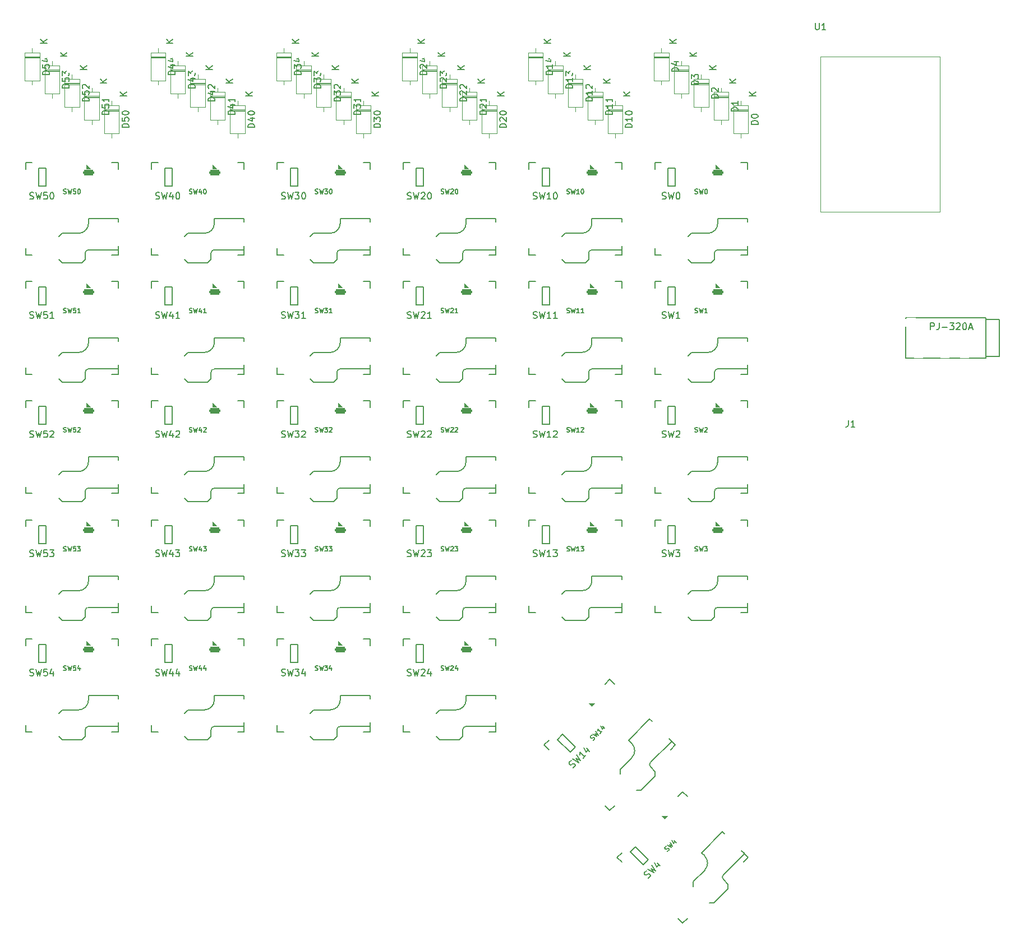
<source format=gto>
G04 #@! TF.GenerationSoftware,KiCad,Pcbnew,(6.0.2)*
G04 #@! TF.CreationDate,2022-04-13T18:46:02+02:00*
G04 #@! TF.ProjectId,SPKB,53504b42-2e6b-4696-9361-645f70636258,rev?*
G04 #@! TF.SameCoordinates,Original*
G04 #@! TF.FileFunction,Legend,Top*
G04 #@! TF.FilePolarity,Positive*
%FSLAX46Y46*%
G04 Gerber Fmt 4.6, Leading zero omitted, Abs format (unit mm)*
G04 Created by KiCad (PCBNEW (6.0.2)) date 2022-04-13 18:46:02*
%MOMM*%
%LPD*%
G01*
G04 APERTURE LIST*
G04 Aperture macros list*
%AMRoundRect*
0 Rectangle with rounded corners*
0 $1 Rounding radius*
0 $2 $3 $4 $5 $6 $7 $8 $9 X,Y pos of 4 corners*
0 Add a 4 corners polygon primitive as box body*
4,1,4,$2,$3,$4,$5,$6,$7,$8,$9,$2,$3,0*
0 Add four circle primitives for the rounded corners*
1,1,$1+$1,$2,$3*
1,1,$1+$1,$4,$5*
1,1,$1+$1,$6,$7*
1,1,$1+$1,$8,$9*
0 Add four rect primitives between the rounded corners*
20,1,$1+$1,$2,$3,$4,$5,0*
20,1,$1+$1,$4,$5,$6,$7,0*
20,1,$1+$1,$6,$7,$8,$9,0*
20,1,$1+$1,$8,$9,$2,$3,0*%
%AMRotRect*
0 Rectangle, with rotation*
0 The origin of the aperture is its center*
0 $1 length*
0 $2 width*
0 $3 Rotation angle, in degrees counterclockwise*
0 Add horizontal line*
21,1,$1,$2,0,0,$3*%
%AMOutline5P*
0 Free polygon, 5 corners , with rotation*
0 The origin of the aperture is its center*
0 number of corners: always 5*
0 $1 to $10 corner X, Y*
0 $11 Rotation angle, in degrees counterclockwise*
0 create outline with 5 corners*
4,1,5,$1,$2,$3,$4,$5,$6,$7,$8,$9,$10,$1,$2,$11*%
%AMOutline6P*
0 Free polygon, 6 corners , with rotation*
0 The origin of the aperture is its center*
0 number of corners: always 6*
0 $1 to $12 corner X, Y*
0 $13 Rotation angle, in degrees counterclockwise*
0 create outline with 6 corners*
4,1,6,$1,$2,$3,$4,$5,$6,$7,$8,$9,$10,$11,$12,$1,$2,$13*%
%AMOutline7P*
0 Free polygon, 7 corners , with rotation*
0 The origin of the aperture is its center*
0 number of corners: always 7*
0 $1 to $14 corner X, Y*
0 $15 Rotation angle, in degrees counterclockwise*
0 create outline with 7 corners*
4,1,7,$1,$2,$3,$4,$5,$6,$7,$8,$9,$10,$11,$12,$13,$14,$1,$2,$15*%
%AMOutline8P*
0 Free polygon, 8 corners , with rotation*
0 The origin of the aperture is its center*
0 number of corners: always 8*
0 $1 to $16 corner X, Y*
0 $17 Rotation angle, in degrees counterclockwise*
0 create outline with 8 corners*
4,1,8,$1,$2,$3,$4,$5,$6,$7,$8,$9,$10,$11,$12,$13,$14,$15,$16,$1,$2,$17*%
G04 Aperture macros list end*
%ADD10C,0.150000*%
%ADD11C,0.200000*%
%ADD12C,0.100000*%
%ADD13C,0.120000*%
%ADD14C,1.500000*%
%ADD15O,2.200000X1.600000*%
%ADD16C,3.000000*%
%ADD17C,1.701800*%
%ADD18C,3.429000*%
%ADD19Outline5P,-1.300000X0.130000X-0.130000X1.300000X1.300000X1.300000X1.300000X-1.300000X-1.300000X-1.300000X0.000000*%
%ADD20R,2.600000X2.600000*%
%ADD21RoundRect,0.205000X-0.645000X-0.205000X0.645000X-0.205000X0.645000X0.205000X-0.645000X0.205000X0*%
%ADD22R,1.700000X0.820000*%
%ADD23R,0.750000X0.800000*%
%ADD24R,1.600000X1.600000*%
%ADD25O,1.600000X1.600000*%
%ADD26C,1.752600*%
%ADD27Outline5P,-1.300000X0.130000X-0.130000X1.300000X1.300000X1.300000X1.300000X-1.300000X-1.300000X-1.300000X45.000000*%
%ADD28RotRect,2.600000X2.600000X45.000000*%
%ADD29RoundRect,0.205000X-0.311127X-0.601041X0.601041X0.311127X0.311127X0.601041X-0.601041X-0.311127X0*%
%ADD30RotRect,1.700000X0.820000X45.000000*%
%ADD31RotRect,0.800000X0.750000X315.000000*%
G04 APERTURE END LIST*
D10*
X168630952Y-73252380D02*
X168630952Y-72252380D01*
X169011904Y-72252380D01*
X169107142Y-72300000D01*
X169154761Y-72347619D01*
X169202380Y-72442857D01*
X169202380Y-72585714D01*
X169154761Y-72680952D01*
X169107142Y-72728571D01*
X169011904Y-72776190D01*
X168630952Y-72776190D01*
X169916666Y-72252380D02*
X169916666Y-72966666D01*
X169869047Y-73109523D01*
X169773809Y-73204761D01*
X169630952Y-73252380D01*
X169535714Y-73252380D01*
X170392857Y-72871428D02*
X171154761Y-72871428D01*
X171535714Y-72252380D02*
X172154761Y-72252380D01*
X171821428Y-72633333D01*
X171964285Y-72633333D01*
X172059523Y-72680952D01*
X172107142Y-72728571D01*
X172154761Y-72823809D01*
X172154761Y-73061904D01*
X172107142Y-73157142D01*
X172059523Y-73204761D01*
X171964285Y-73252380D01*
X171678571Y-73252380D01*
X171583333Y-73204761D01*
X171535714Y-73157142D01*
X172535714Y-72347619D02*
X172583333Y-72300000D01*
X172678571Y-72252380D01*
X172916666Y-72252380D01*
X173011904Y-72300000D01*
X173059523Y-72347619D01*
X173107142Y-72442857D01*
X173107142Y-72538095D01*
X173059523Y-72680952D01*
X172488095Y-73252380D01*
X173107142Y-73252380D01*
X173726190Y-72252380D02*
X173821428Y-72252380D01*
X173916666Y-72300000D01*
X173964285Y-72347619D01*
X174011904Y-72442857D01*
X174059523Y-72633333D01*
X174059523Y-72871428D01*
X174011904Y-73061904D01*
X173964285Y-73157142D01*
X173916666Y-73204761D01*
X173821428Y-73252380D01*
X173726190Y-73252380D01*
X173630952Y-73204761D01*
X173583333Y-73157142D01*
X173535714Y-73061904D01*
X173488095Y-72871428D01*
X173488095Y-72633333D01*
X173535714Y-72442857D01*
X173583333Y-72347619D01*
X173630952Y-72300000D01*
X173726190Y-72252380D01*
X174440476Y-72966666D02*
X174916666Y-72966666D01*
X174345238Y-73252380D02*
X174678571Y-72252380D01*
X175011904Y-73252380D01*
X94733333Y-52693333D02*
X94833333Y-52726666D01*
X95000000Y-52726666D01*
X95066666Y-52693333D01*
X95100000Y-52660000D01*
X95133333Y-52593333D01*
X95133333Y-52526666D01*
X95100000Y-52460000D01*
X95066666Y-52426666D01*
X95000000Y-52393333D01*
X94866666Y-52360000D01*
X94800000Y-52326666D01*
X94766666Y-52293333D01*
X94733333Y-52226666D01*
X94733333Y-52160000D01*
X94766666Y-52093333D01*
X94800000Y-52060000D01*
X94866666Y-52026666D01*
X95033333Y-52026666D01*
X95133333Y-52060000D01*
X95366666Y-52026666D02*
X95533333Y-52726666D01*
X95666666Y-52226666D01*
X95800000Y-52726666D01*
X95966666Y-52026666D01*
X96200000Y-52093333D02*
X96233333Y-52060000D01*
X96300000Y-52026666D01*
X96466666Y-52026666D01*
X96533333Y-52060000D01*
X96566666Y-52093333D01*
X96600000Y-52160000D01*
X96600000Y-52226666D01*
X96566666Y-52326666D01*
X96166666Y-52726666D01*
X96600000Y-52726666D01*
X97033333Y-52026666D02*
X97100000Y-52026666D01*
X97166666Y-52060000D01*
X97200000Y-52093333D01*
X97233333Y-52160000D01*
X97266666Y-52293333D01*
X97266666Y-52460000D01*
X97233333Y-52593333D01*
X97200000Y-52660000D01*
X97166666Y-52693333D01*
X97100000Y-52726666D01*
X97033333Y-52726666D01*
X96966666Y-52693333D01*
X96933333Y-52660000D01*
X96900000Y-52593333D01*
X96866666Y-52460000D01*
X96866666Y-52293333D01*
X96900000Y-52160000D01*
X96933333Y-52093333D01*
X96966666Y-52060000D01*
X97033333Y-52026666D01*
X89640476Y-53494761D02*
X89783333Y-53542380D01*
X90021428Y-53542380D01*
X90116666Y-53494761D01*
X90164285Y-53447142D01*
X90211904Y-53351904D01*
X90211904Y-53256666D01*
X90164285Y-53161428D01*
X90116666Y-53113809D01*
X90021428Y-53066190D01*
X89830952Y-53018571D01*
X89735714Y-52970952D01*
X89688095Y-52923333D01*
X89640476Y-52828095D01*
X89640476Y-52732857D01*
X89688095Y-52637619D01*
X89735714Y-52590000D01*
X89830952Y-52542380D01*
X90069047Y-52542380D01*
X90211904Y-52590000D01*
X90545238Y-52542380D02*
X90783333Y-53542380D01*
X90973809Y-52828095D01*
X91164285Y-53542380D01*
X91402380Y-52542380D01*
X91735714Y-52637619D02*
X91783333Y-52590000D01*
X91878571Y-52542380D01*
X92116666Y-52542380D01*
X92211904Y-52590000D01*
X92259523Y-52637619D01*
X92307142Y-52732857D01*
X92307142Y-52828095D01*
X92259523Y-52970952D01*
X91688095Y-53542380D01*
X92307142Y-53542380D01*
X92926190Y-52542380D02*
X93021428Y-52542380D01*
X93116666Y-52590000D01*
X93164285Y-52637619D01*
X93211904Y-52732857D01*
X93259523Y-52923333D01*
X93259523Y-53161428D01*
X93211904Y-53351904D01*
X93164285Y-53447142D01*
X93116666Y-53494761D01*
X93021428Y-53542380D01*
X92926190Y-53542380D01*
X92830952Y-53494761D01*
X92783333Y-53447142D01*
X92735714Y-53351904D01*
X92688095Y-53161428D01*
X92688095Y-52923333D01*
X92735714Y-52732857D01*
X92783333Y-52637619D01*
X92830952Y-52590000D01*
X92926190Y-52542380D01*
X94733333Y-88693333D02*
X94833333Y-88726666D01*
X95000000Y-88726666D01*
X95066666Y-88693333D01*
X95100000Y-88660000D01*
X95133333Y-88593333D01*
X95133333Y-88526666D01*
X95100000Y-88460000D01*
X95066666Y-88426666D01*
X95000000Y-88393333D01*
X94866666Y-88360000D01*
X94800000Y-88326666D01*
X94766666Y-88293333D01*
X94733333Y-88226666D01*
X94733333Y-88160000D01*
X94766666Y-88093333D01*
X94800000Y-88060000D01*
X94866666Y-88026666D01*
X95033333Y-88026666D01*
X95133333Y-88060000D01*
X95366666Y-88026666D02*
X95533333Y-88726666D01*
X95666666Y-88226666D01*
X95800000Y-88726666D01*
X95966666Y-88026666D01*
X96200000Y-88093333D02*
X96233333Y-88060000D01*
X96300000Y-88026666D01*
X96466666Y-88026666D01*
X96533333Y-88060000D01*
X96566666Y-88093333D01*
X96600000Y-88160000D01*
X96600000Y-88226666D01*
X96566666Y-88326666D01*
X96166666Y-88726666D01*
X96600000Y-88726666D01*
X96866666Y-88093333D02*
X96900000Y-88060000D01*
X96966666Y-88026666D01*
X97133333Y-88026666D01*
X97200000Y-88060000D01*
X97233333Y-88093333D01*
X97266666Y-88160000D01*
X97266666Y-88226666D01*
X97233333Y-88326666D01*
X96833333Y-88726666D01*
X97266666Y-88726666D01*
X89640476Y-89494761D02*
X89783333Y-89542380D01*
X90021428Y-89542380D01*
X90116666Y-89494761D01*
X90164285Y-89447142D01*
X90211904Y-89351904D01*
X90211904Y-89256666D01*
X90164285Y-89161428D01*
X90116666Y-89113809D01*
X90021428Y-89066190D01*
X89830952Y-89018571D01*
X89735714Y-88970952D01*
X89688095Y-88923333D01*
X89640476Y-88828095D01*
X89640476Y-88732857D01*
X89688095Y-88637619D01*
X89735714Y-88590000D01*
X89830952Y-88542380D01*
X90069047Y-88542380D01*
X90211904Y-88590000D01*
X90545238Y-88542380D02*
X90783333Y-89542380D01*
X90973809Y-88828095D01*
X91164285Y-89542380D01*
X91402380Y-88542380D01*
X91735714Y-88637619D02*
X91783333Y-88590000D01*
X91878571Y-88542380D01*
X92116666Y-88542380D01*
X92211904Y-88590000D01*
X92259523Y-88637619D01*
X92307142Y-88732857D01*
X92307142Y-88828095D01*
X92259523Y-88970952D01*
X91688095Y-89542380D01*
X92307142Y-89542380D01*
X92688095Y-88637619D02*
X92735714Y-88590000D01*
X92830952Y-88542380D01*
X93069047Y-88542380D01*
X93164285Y-88590000D01*
X93211904Y-88637619D01*
X93259523Y-88732857D01*
X93259523Y-88828095D01*
X93211904Y-88970952D01*
X92640476Y-89542380D01*
X93259523Y-89542380D01*
X133066666Y-52693333D02*
X133166666Y-52726666D01*
X133333333Y-52726666D01*
X133400000Y-52693333D01*
X133433333Y-52660000D01*
X133466666Y-52593333D01*
X133466666Y-52526666D01*
X133433333Y-52460000D01*
X133400000Y-52426666D01*
X133333333Y-52393333D01*
X133200000Y-52360000D01*
X133133333Y-52326666D01*
X133100000Y-52293333D01*
X133066666Y-52226666D01*
X133066666Y-52160000D01*
X133100000Y-52093333D01*
X133133333Y-52060000D01*
X133200000Y-52026666D01*
X133366666Y-52026666D01*
X133466666Y-52060000D01*
X133700000Y-52026666D02*
X133866666Y-52726666D01*
X134000000Y-52226666D01*
X134133333Y-52726666D01*
X134300000Y-52026666D01*
X134700000Y-52026666D02*
X134766666Y-52026666D01*
X134833333Y-52060000D01*
X134866666Y-52093333D01*
X134900000Y-52160000D01*
X134933333Y-52293333D01*
X134933333Y-52460000D01*
X134900000Y-52593333D01*
X134866666Y-52660000D01*
X134833333Y-52693333D01*
X134766666Y-52726666D01*
X134700000Y-52726666D01*
X134633333Y-52693333D01*
X134600000Y-52660000D01*
X134566666Y-52593333D01*
X134533333Y-52460000D01*
X134533333Y-52293333D01*
X134566666Y-52160000D01*
X134600000Y-52093333D01*
X134633333Y-52060000D01*
X134700000Y-52026666D01*
X128116666Y-53494761D02*
X128259523Y-53542380D01*
X128497619Y-53542380D01*
X128592857Y-53494761D01*
X128640476Y-53447142D01*
X128688095Y-53351904D01*
X128688095Y-53256666D01*
X128640476Y-53161428D01*
X128592857Y-53113809D01*
X128497619Y-53066190D01*
X128307142Y-53018571D01*
X128211904Y-52970952D01*
X128164285Y-52923333D01*
X128116666Y-52828095D01*
X128116666Y-52732857D01*
X128164285Y-52637619D01*
X128211904Y-52590000D01*
X128307142Y-52542380D01*
X128545238Y-52542380D01*
X128688095Y-52590000D01*
X129021428Y-52542380D02*
X129259523Y-53542380D01*
X129450000Y-52828095D01*
X129640476Y-53542380D01*
X129878571Y-52542380D01*
X130450000Y-52542380D02*
X130545238Y-52542380D01*
X130640476Y-52590000D01*
X130688095Y-52637619D01*
X130735714Y-52732857D01*
X130783333Y-52923333D01*
X130783333Y-53161428D01*
X130735714Y-53351904D01*
X130688095Y-53447142D01*
X130640476Y-53494761D01*
X130545238Y-53542380D01*
X130450000Y-53542380D01*
X130354761Y-53494761D01*
X130307142Y-53447142D01*
X130259523Y-53351904D01*
X130211904Y-53161428D01*
X130211904Y-52923333D01*
X130259523Y-52732857D01*
X130307142Y-52637619D01*
X130354761Y-52590000D01*
X130450000Y-52542380D01*
X94733333Y-70693333D02*
X94833333Y-70726666D01*
X95000000Y-70726666D01*
X95066666Y-70693333D01*
X95100000Y-70660000D01*
X95133333Y-70593333D01*
X95133333Y-70526666D01*
X95100000Y-70460000D01*
X95066666Y-70426666D01*
X95000000Y-70393333D01*
X94866666Y-70360000D01*
X94800000Y-70326666D01*
X94766666Y-70293333D01*
X94733333Y-70226666D01*
X94733333Y-70160000D01*
X94766666Y-70093333D01*
X94800000Y-70060000D01*
X94866666Y-70026666D01*
X95033333Y-70026666D01*
X95133333Y-70060000D01*
X95366666Y-70026666D02*
X95533333Y-70726666D01*
X95666666Y-70226666D01*
X95800000Y-70726666D01*
X95966666Y-70026666D01*
X96200000Y-70093333D02*
X96233333Y-70060000D01*
X96300000Y-70026666D01*
X96466666Y-70026666D01*
X96533333Y-70060000D01*
X96566666Y-70093333D01*
X96600000Y-70160000D01*
X96600000Y-70226666D01*
X96566666Y-70326666D01*
X96166666Y-70726666D01*
X96600000Y-70726666D01*
X97266666Y-70726666D02*
X96866666Y-70726666D01*
X97066666Y-70726666D02*
X97066666Y-70026666D01*
X97000000Y-70126666D01*
X96933333Y-70193333D01*
X96866666Y-70226666D01*
X89640476Y-71494761D02*
X89783333Y-71542380D01*
X90021428Y-71542380D01*
X90116666Y-71494761D01*
X90164285Y-71447142D01*
X90211904Y-71351904D01*
X90211904Y-71256666D01*
X90164285Y-71161428D01*
X90116666Y-71113809D01*
X90021428Y-71066190D01*
X89830952Y-71018571D01*
X89735714Y-70970952D01*
X89688095Y-70923333D01*
X89640476Y-70828095D01*
X89640476Y-70732857D01*
X89688095Y-70637619D01*
X89735714Y-70590000D01*
X89830952Y-70542380D01*
X90069047Y-70542380D01*
X90211904Y-70590000D01*
X90545238Y-70542380D02*
X90783333Y-71542380D01*
X90973809Y-70828095D01*
X91164285Y-71542380D01*
X91402380Y-70542380D01*
X91735714Y-70637619D02*
X91783333Y-70590000D01*
X91878571Y-70542380D01*
X92116666Y-70542380D01*
X92211904Y-70590000D01*
X92259523Y-70637619D01*
X92307142Y-70732857D01*
X92307142Y-70828095D01*
X92259523Y-70970952D01*
X91688095Y-71542380D01*
X92307142Y-71542380D01*
X93259523Y-71542380D02*
X92688095Y-71542380D01*
X92973809Y-71542380D02*
X92973809Y-70542380D01*
X92878571Y-70685238D01*
X92783333Y-70780476D01*
X92688095Y-70828095D01*
X37733333Y-88693333D02*
X37833333Y-88726666D01*
X38000000Y-88726666D01*
X38066666Y-88693333D01*
X38100000Y-88660000D01*
X38133333Y-88593333D01*
X38133333Y-88526666D01*
X38100000Y-88460000D01*
X38066666Y-88426666D01*
X38000000Y-88393333D01*
X37866666Y-88360000D01*
X37800000Y-88326666D01*
X37766666Y-88293333D01*
X37733333Y-88226666D01*
X37733333Y-88160000D01*
X37766666Y-88093333D01*
X37800000Y-88060000D01*
X37866666Y-88026666D01*
X38033333Y-88026666D01*
X38133333Y-88060000D01*
X38366666Y-88026666D02*
X38533333Y-88726666D01*
X38666666Y-88226666D01*
X38800000Y-88726666D01*
X38966666Y-88026666D01*
X39566666Y-88026666D02*
X39233333Y-88026666D01*
X39200000Y-88360000D01*
X39233333Y-88326666D01*
X39300000Y-88293333D01*
X39466666Y-88293333D01*
X39533333Y-88326666D01*
X39566666Y-88360000D01*
X39600000Y-88426666D01*
X39600000Y-88593333D01*
X39566666Y-88660000D01*
X39533333Y-88693333D01*
X39466666Y-88726666D01*
X39300000Y-88726666D01*
X39233333Y-88693333D01*
X39200000Y-88660000D01*
X39866666Y-88093333D02*
X39900000Y-88060000D01*
X39966666Y-88026666D01*
X40133333Y-88026666D01*
X40200000Y-88060000D01*
X40233333Y-88093333D01*
X40266666Y-88160000D01*
X40266666Y-88226666D01*
X40233333Y-88326666D01*
X39833333Y-88726666D01*
X40266666Y-88726666D01*
X32640476Y-89494761D02*
X32783333Y-89542380D01*
X33021428Y-89542380D01*
X33116666Y-89494761D01*
X33164285Y-89447142D01*
X33211904Y-89351904D01*
X33211904Y-89256666D01*
X33164285Y-89161428D01*
X33116666Y-89113809D01*
X33021428Y-89066190D01*
X32830952Y-89018571D01*
X32735714Y-88970952D01*
X32688095Y-88923333D01*
X32640476Y-88828095D01*
X32640476Y-88732857D01*
X32688095Y-88637619D01*
X32735714Y-88590000D01*
X32830952Y-88542380D01*
X33069047Y-88542380D01*
X33211904Y-88590000D01*
X33545238Y-88542380D02*
X33783333Y-89542380D01*
X33973809Y-88828095D01*
X34164285Y-89542380D01*
X34402380Y-88542380D01*
X35259523Y-88542380D02*
X34783333Y-88542380D01*
X34735714Y-89018571D01*
X34783333Y-88970952D01*
X34878571Y-88923333D01*
X35116666Y-88923333D01*
X35211904Y-88970952D01*
X35259523Y-89018571D01*
X35307142Y-89113809D01*
X35307142Y-89351904D01*
X35259523Y-89447142D01*
X35211904Y-89494761D01*
X35116666Y-89542380D01*
X34878571Y-89542380D01*
X34783333Y-89494761D01*
X34735714Y-89447142D01*
X35688095Y-88637619D02*
X35735714Y-88590000D01*
X35830952Y-88542380D01*
X36069047Y-88542380D01*
X36164285Y-88590000D01*
X36211904Y-88637619D01*
X36259523Y-88732857D01*
X36259523Y-88828095D01*
X36211904Y-88970952D01*
X35640476Y-89542380D01*
X36259523Y-89542380D01*
X114572380Y-36714285D02*
X113572380Y-36714285D01*
X113572380Y-36476190D01*
X113620000Y-36333333D01*
X113715238Y-36238095D01*
X113810476Y-36190476D01*
X114000952Y-36142857D01*
X114143809Y-36142857D01*
X114334285Y-36190476D01*
X114429523Y-36238095D01*
X114524761Y-36333333D01*
X114572380Y-36476190D01*
X114572380Y-36714285D01*
X114572380Y-35190476D02*
X114572380Y-35761904D01*
X114572380Y-35476190D02*
X113572380Y-35476190D01*
X113715238Y-35571428D01*
X113810476Y-35666666D01*
X113858095Y-35761904D01*
X113572380Y-34857142D02*
X113572380Y-34238095D01*
X113953333Y-34571428D01*
X113953333Y-34428571D01*
X114000952Y-34333333D01*
X114048571Y-34285714D01*
X114143809Y-34238095D01*
X114381904Y-34238095D01*
X114477142Y-34285714D01*
X114524761Y-34333333D01*
X114572380Y-34428571D01*
X114572380Y-34714285D01*
X114524761Y-34809523D01*
X114477142Y-34857142D01*
X114252380Y-31951904D02*
X113252380Y-31951904D01*
X114252380Y-31380476D02*
X113680952Y-31809047D01*
X113252380Y-31380476D02*
X113823809Y-31951904D01*
X37733333Y-124693333D02*
X37833333Y-124726666D01*
X38000000Y-124726666D01*
X38066666Y-124693333D01*
X38100000Y-124660000D01*
X38133333Y-124593333D01*
X38133333Y-124526666D01*
X38100000Y-124460000D01*
X38066666Y-124426666D01*
X38000000Y-124393333D01*
X37866666Y-124360000D01*
X37800000Y-124326666D01*
X37766666Y-124293333D01*
X37733333Y-124226666D01*
X37733333Y-124160000D01*
X37766666Y-124093333D01*
X37800000Y-124060000D01*
X37866666Y-124026666D01*
X38033333Y-124026666D01*
X38133333Y-124060000D01*
X38366666Y-124026666D02*
X38533333Y-124726666D01*
X38666666Y-124226666D01*
X38800000Y-124726666D01*
X38966666Y-124026666D01*
X39566666Y-124026666D02*
X39233333Y-124026666D01*
X39200000Y-124360000D01*
X39233333Y-124326666D01*
X39300000Y-124293333D01*
X39466666Y-124293333D01*
X39533333Y-124326666D01*
X39566666Y-124360000D01*
X39600000Y-124426666D01*
X39600000Y-124593333D01*
X39566666Y-124660000D01*
X39533333Y-124693333D01*
X39466666Y-124726666D01*
X39300000Y-124726666D01*
X39233333Y-124693333D01*
X39200000Y-124660000D01*
X40200000Y-124260000D02*
X40200000Y-124726666D01*
X40033333Y-123993333D02*
X39866666Y-124493333D01*
X40300000Y-124493333D01*
X32640476Y-125494761D02*
X32783333Y-125542380D01*
X33021428Y-125542380D01*
X33116666Y-125494761D01*
X33164285Y-125447142D01*
X33211904Y-125351904D01*
X33211904Y-125256666D01*
X33164285Y-125161428D01*
X33116666Y-125113809D01*
X33021428Y-125066190D01*
X32830952Y-125018571D01*
X32735714Y-124970952D01*
X32688095Y-124923333D01*
X32640476Y-124828095D01*
X32640476Y-124732857D01*
X32688095Y-124637619D01*
X32735714Y-124590000D01*
X32830952Y-124542380D01*
X33069047Y-124542380D01*
X33211904Y-124590000D01*
X33545238Y-124542380D02*
X33783333Y-125542380D01*
X33973809Y-124828095D01*
X34164285Y-125542380D01*
X34402380Y-124542380D01*
X35259523Y-124542380D02*
X34783333Y-124542380D01*
X34735714Y-125018571D01*
X34783333Y-124970952D01*
X34878571Y-124923333D01*
X35116666Y-124923333D01*
X35211904Y-124970952D01*
X35259523Y-125018571D01*
X35307142Y-125113809D01*
X35307142Y-125351904D01*
X35259523Y-125447142D01*
X35211904Y-125494761D01*
X35116666Y-125542380D01*
X34878571Y-125542380D01*
X34783333Y-125494761D01*
X34735714Y-125447142D01*
X36164285Y-124875714D02*
X36164285Y-125542380D01*
X35926190Y-124494761D02*
X35688095Y-125209047D01*
X36307142Y-125209047D01*
X75733333Y-124693333D02*
X75833333Y-124726666D01*
X76000000Y-124726666D01*
X76066666Y-124693333D01*
X76100000Y-124660000D01*
X76133333Y-124593333D01*
X76133333Y-124526666D01*
X76100000Y-124460000D01*
X76066666Y-124426666D01*
X76000000Y-124393333D01*
X75866666Y-124360000D01*
X75800000Y-124326666D01*
X75766666Y-124293333D01*
X75733333Y-124226666D01*
X75733333Y-124160000D01*
X75766666Y-124093333D01*
X75800000Y-124060000D01*
X75866666Y-124026666D01*
X76033333Y-124026666D01*
X76133333Y-124060000D01*
X76366666Y-124026666D02*
X76533333Y-124726666D01*
X76666666Y-124226666D01*
X76800000Y-124726666D01*
X76966666Y-124026666D01*
X77166666Y-124026666D02*
X77600000Y-124026666D01*
X77366666Y-124293333D01*
X77466666Y-124293333D01*
X77533333Y-124326666D01*
X77566666Y-124360000D01*
X77600000Y-124426666D01*
X77600000Y-124593333D01*
X77566666Y-124660000D01*
X77533333Y-124693333D01*
X77466666Y-124726666D01*
X77266666Y-124726666D01*
X77200000Y-124693333D01*
X77166666Y-124660000D01*
X78200000Y-124260000D02*
X78200000Y-124726666D01*
X78033333Y-123993333D02*
X77866666Y-124493333D01*
X78300000Y-124493333D01*
X70640476Y-125494761D02*
X70783333Y-125542380D01*
X71021428Y-125542380D01*
X71116666Y-125494761D01*
X71164285Y-125447142D01*
X71211904Y-125351904D01*
X71211904Y-125256666D01*
X71164285Y-125161428D01*
X71116666Y-125113809D01*
X71021428Y-125066190D01*
X70830952Y-125018571D01*
X70735714Y-124970952D01*
X70688095Y-124923333D01*
X70640476Y-124828095D01*
X70640476Y-124732857D01*
X70688095Y-124637619D01*
X70735714Y-124590000D01*
X70830952Y-124542380D01*
X71069047Y-124542380D01*
X71211904Y-124590000D01*
X71545238Y-124542380D02*
X71783333Y-125542380D01*
X71973809Y-124828095D01*
X72164285Y-125542380D01*
X72402380Y-124542380D01*
X72688095Y-124542380D02*
X73307142Y-124542380D01*
X72973809Y-124923333D01*
X73116666Y-124923333D01*
X73211904Y-124970952D01*
X73259523Y-125018571D01*
X73307142Y-125113809D01*
X73307142Y-125351904D01*
X73259523Y-125447142D01*
X73211904Y-125494761D01*
X73116666Y-125542380D01*
X72830952Y-125542380D01*
X72735714Y-125494761D01*
X72688095Y-125447142D01*
X74164285Y-124875714D02*
X74164285Y-125542380D01*
X73926190Y-124494761D02*
X73688095Y-125209047D01*
X74307142Y-125209047D01*
X37733333Y-52693333D02*
X37833333Y-52726666D01*
X38000000Y-52726666D01*
X38066666Y-52693333D01*
X38100000Y-52660000D01*
X38133333Y-52593333D01*
X38133333Y-52526666D01*
X38100000Y-52460000D01*
X38066666Y-52426666D01*
X38000000Y-52393333D01*
X37866666Y-52360000D01*
X37800000Y-52326666D01*
X37766666Y-52293333D01*
X37733333Y-52226666D01*
X37733333Y-52160000D01*
X37766666Y-52093333D01*
X37800000Y-52060000D01*
X37866666Y-52026666D01*
X38033333Y-52026666D01*
X38133333Y-52060000D01*
X38366666Y-52026666D02*
X38533333Y-52726666D01*
X38666666Y-52226666D01*
X38800000Y-52726666D01*
X38966666Y-52026666D01*
X39566666Y-52026666D02*
X39233333Y-52026666D01*
X39200000Y-52360000D01*
X39233333Y-52326666D01*
X39300000Y-52293333D01*
X39466666Y-52293333D01*
X39533333Y-52326666D01*
X39566666Y-52360000D01*
X39600000Y-52426666D01*
X39600000Y-52593333D01*
X39566666Y-52660000D01*
X39533333Y-52693333D01*
X39466666Y-52726666D01*
X39300000Y-52726666D01*
X39233333Y-52693333D01*
X39200000Y-52660000D01*
X40033333Y-52026666D02*
X40100000Y-52026666D01*
X40166666Y-52060000D01*
X40200000Y-52093333D01*
X40233333Y-52160000D01*
X40266666Y-52293333D01*
X40266666Y-52460000D01*
X40233333Y-52593333D01*
X40200000Y-52660000D01*
X40166666Y-52693333D01*
X40100000Y-52726666D01*
X40033333Y-52726666D01*
X39966666Y-52693333D01*
X39933333Y-52660000D01*
X39900000Y-52593333D01*
X39866666Y-52460000D01*
X39866666Y-52293333D01*
X39900000Y-52160000D01*
X39933333Y-52093333D01*
X39966666Y-52060000D01*
X40033333Y-52026666D01*
X32640476Y-53494761D02*
X32783333Y-53542380D01*
X33021428Y-53542380D01*
X33116666Y-53494761D01*
X33164285Y-53447142D01*
X33211904Y-53351904D01*
X33211904Y-53256666D01*
X33164285Y-53161428D01*
X33116666Y-53113809D01*
X33021428Y-53066190D01*
X32830952Y-53018571D01*
X32735714Y-52970952D01*
X32688095Y-52923333D01*
X32640476Y-52828095D01*
X32640476Y-52732857D01*
X32688095Y-52637619D01*
X32735714Y-52590000D01*
X32830952Y-52542380D01*
X33069047Y-52542380D01*
X33211904Y-52590000D01*
X33545238Y-52542380D02*
X33783333Y-53542380D01*
X33973809Y-52828095D01*
X34164285Y-53542380D01*
X34402380Y-52542380D01*
X35259523Y-52542380D02*
X34783333Y-52542380D01*
X34735714Y-53018571D01*
X34783333Y-52970952D01*
X34878571Y-52923333D01*
X35116666Y-52923333D01*
X35211904Y-52970952D01*
X35259523Y-53018571D01*
X35307142Y-53113809D01*
X35307142Y-53351904D01*
X35259523Y-53447142D01*
X35211904Y-53494761D01*
X35116666Y-53542380D01*
X34878571Y-53542380D01*
X34783333Y-53494761D01*
X34735714Y-53447142D01*
X35926190Y-52542380D02*
X36021428Y-52542380D01*
X36116666Y-52590000D01*
X36164285Y-52637619D01*
X36211904Y-52732857D01*
X36259523Y-52923333D01*
X36259523Y-53161428D01*
X36211904Y-53351904D01*
X36164285Y-53447142D01*
X36116666Y-53494761D01*
X36021428Y-53542380D01*
X35926190Y-53542380D01*
X35830952Y-53494761D01*
X35783333Y-53447142D01*
X35735714Y-53351904D01*
X35688095Y-53161428D01*
X35688095Y-52923333D01*
X35735714Y-52732857D01*
X35783333Y-52637619D01*
X35830952Y-52590000D01*
X35926190Y-52542380D01*
X82572380Y-40714285D02*
X81572380Y-40714285D01*
X81572380Y-40476190D01*
X81620000Y-40333333D01*
X81715238Y-40238095D01*
X81810476Y-40190476D01*
X82000952Y-40142857D01*
X82143809Y-40142857D01*
X82334285Y-40190476D01*
X82429523Y-40238095D01*
X82524761Y-40333333D01*
X82572380Y-40476190D01*
X82572380Y-40714285D01*
X81572380Y-39809523D02*
X81572380Y-39190476D01*
X81953333Y-39523809D01*
X81953333Y-39380952D01*
X82000952Y-39285714D01*
X82048571Y-39238095D01*
X82143809Y-39190476D01*
X82381904Y-39190476D01*
X82477142Y-39238095D01*
X82524761Y-39285714D01*
X82572380Y-39380952D01*
X82572380Y-39666666D01*
X82524761Y-39761904D01*
X82477142Y-39809523D01*
X82572380Y-38238095D02*
X82572380Y-38809523D01*
X82572380Y-38523809D02*
X81572380Y-38523809D01*
X81715238Y-38619047D01*
X81810476Y-38714285D01*
X81858095Y-38809523D01*
X82252380Y-35951904D02*
X81252380Y-35951904D01*
X82252380Y-35380476D02*
X81680952Y-35809047D01*
X81252380Y-35380476D02*
X81823809Y-35951904D01*
X66572380Y-42714285D02*
X65572380Y-42714285D01*
X65572380Y-42476190D01*
X65620000Y-42333333D01*
X65715238Y-42238095D01*
X65810476Y-42190476D01*
X66000952Y-42142857D01*
X66143809Y-42142857D01*
X66334285Y-42190476D01*
X66429523Y-42238095D01*
X66524761Y-42333333D01*
X66572380Y-42476190D01*
X66572380Y-42714285D01*
X65905714Y-41285714D02*
X66572380Y-41285714D01*
X65524761Y-41523809D02*
X66239047Y-41761904D01*
X66239047Y-41142857D01*
X65572380Y-40571428D02*
X65572380Y-40476190D01*
X65620000Y-40380952D01*
X65667619Y-40333333D01*
X65762857Y-40285714D01*
X65953333Y-40238095D01*
X66191428Y-40238095D01*
X66381904Y-40285714D01*
X66477142Y-40333333D01*
X66524761Y-40380952D01*
X66572380Y-40476190D01*
X66572380Y-40571428D01*
X66524761Y-40666666D01*
X66477142Y-40714285D01*
X66381904Y-40761904D01*
X66191428Y-40809523D01*
X65953333Y-40809523D01*
X65762857Y-40761904D01*
X65667619Y-40714285D01*
X65620000Y-40666666D01*
X65572380Y-40571428D01*
X66252380Y-37951904D02*
X65252380Y-37951904D01*
X66252380Y-37380476D02*
X65680952Y-37809047D01*
X65252380Y-37380476D02*
X65823809Y-37951904D01*
X73572380Y-34714285D02*
X72572380Y-34714285D01*
X72572380Y-34476190D01*
X72620000Y-34333333D01*
X72715238Y-34238095D01*
X72810476Y-34190476D01*
X73000952Y-34142857D01*
X73143809Y-34142857D01*
X73334285Y-34190476D01*
X73429523Y-34238095D01*
X73524761Y-34333333D01*
X73572380Y-34476190D01*
X73572380Y-34714285D01*
X72572380Y-33809523D02*
X72572380Y-33190476D01*
X72953333Y-33523809D01*
X72953333Y-33380952D01*
X73000952Y-33285714D01*
X73048571Y-33238095D01*
X73143809Y-33190476D01*
X73381904Y-33190476D01*
X73477142Y-33238095D01*
X73524761Y-33285714D01*
X73572380Y-33380952D01*
X73572380Y-33666666D01*
X73524761Y-33761904D01*
X73477142Y-33809523D01*
X72905714Y-32333333D02*
X73572380Y-32333333D01*
X72524761Y-32571428D02*
X73239047Y-32809523D01*
X73239047Y-32190476D01*
X73252380Y-29951904D02*
X72252380Y-29951904D01*
X73252380Y-29380476D02*
X72680952Y-29809047D01*
X72252380Y-29380476D02*
X72823809Y-29951904D01*
X104572380Y-42714285D02*
X103572380Y-42714285D01*
X103572380Y-42476190D01*
X103620000Y-42333333D01*
X103715238Y-42238095D01*
X103810476Y-42190476D01*
X104000952Y-42142857D01*
X104143809Y-42142857D01*
X104334285Y-42190476D01*
X104429523Y-42238095D01*
X104524761Y-42333333D01*
X104572380Y-42476190D01*
X104572380Y-42714285D01*
X103667619Y-41761904D02*
X103620000Y-41714285D01*
X103572380Y-41619047D01*
X103572380Y-41380952D01*
X103620000Y-41285714D01*
X103667619Y-41238095D01*
X103762857Y-41190476D01*
X103858095Y-41190476D01*
X104000952Y-41238095D01*
X104572380Y-41809523D01*
X104572380Y-41190476D01*
X103572380Y-40571428D02*
X103572380Y-40476190D01*
X103620000Y-40380952D01*
X103667619Y-40333333D01*
X103762857Y-40285714D01*
X103953333Y-40238095D01*
X104191428Y-40238095D01*
X104381904Y-40285714D01*
X104477142Y-40333333D01*
X104524761Y-40380952D01*
X104572380Y-40476190D01*
X104572380Y-40571428D01*
X104524761Y-40666666D01*
X104477142Y-40714285D01*
X104381904Y-40761904D01*
X104191428Y-40809523D01*
X103953333Y-40809523D01*
X103762857Y-40761904D01*
X103667619Y-40714285D01*
X103620000Y-40666666D01*
X103572380Y-40571428D01*
X104252380Y-37951904D02*
X103252380Y-37951904D01*
X104252380Y-37380476D02*
X103680952Y-37809047D01*
X103252380Y-37380476D02*
X103823809Y-37951904D01*
X113733333Y-106693333D02*
X113833333Y-106726666D01*
X114000000Y-106726666D01*
X114066666Y-106693333D01*
X114100000Y-106660000D01*
X114133333Y-106593333D01*
X114133333Y-106526666D01*
X114100000Y-106460000D01*
X114066666Y-106426666D01*
X114000000Y-106393333D01*
X113866666Y-106360000D01*
X113800000Y-106326666D01*
X113766666Y-106293333D01*
X113733333Y-106226666D01*
X113733333Y-106160000D01*
X113766666Y-106093333D01*
X113800000Y-106060000D01*
X113866666Y-106026666D01*
X114033333Y-106026666D01*
X114133333Y-106060000D01*
X114366666Y-106026666D02*
X114533333Y-106726666D01*
X114666666Y-106226666D01*
X114800000Y-106726666D01*
X114966666Y-106026666D01*
X115600000Y-106726666D02*
X115200000Y-106726666D01*
X115400000Y-106726666D02*
X115400000Y-106026666D01*
X115333333Y-106126666D01*
X115266666Y-106193333D01*
X115200000Y-106226666D01*
X115833333Y-106026666D02*
X116266666Y-106026666D01*
X116033333Y-106293333D01*
X116133333Y-106293333D01*
X116200000Y-106326666D01*
X116233333Y-106360000D01*
X116266666Y-106426666D01*
X116266666Y-106593333D01*
X116233333Y-106660000D01*
X116200000Y-106693333D01*
X116133333Y-106726666D01*
X115933333Y-106726666D01*
X115866666Y-106693333D01*
X115833333Y-106660000D01*
X108640476Y-107494761D02*
X108783333Y-107542380D01*
X109021428Y-107542380D01*
X109116666Y-107494761D01*
X109164285Y-107447142D01*
X109211904Y-107351904D01*
X109211904Y-107256666D01*
X109164285Y-107161428D01*
X109116666Y-107113809D01*
X109021428Y-107066190D01*
X108830952Y-107018571D01*
X108735714Y-106970952D01*
X108688095Y-106923333D01*
X108640476Y-106828095D01*
X108640476Y-106732857D01*
X108688095Y-106637619D01*
X108735714Y-106590000D01*
X108830952Y-106542380D01*
X109069047Y-106542380D01*
X109211904Y-106590000D01*
X109545238Y-106542380D02*
X109783333Y-107542380D01*
X109973809Y-106828095D01*
X110164285Y-107542380D01*
X110402380Y-106542380D01*
X111307142Y-107542380D02*
X110735714Y-107542380D01*
X111021428Y-107542380D02*
X111021428Y-106542380D01*
X110926190Y-106685238D01*
X110830952Y-106780476D01*
X110735714Y-106828095D01*
X111640476Y-106542380D02*
X112259523Y-106542380D01*
X111926190Y-106923333D01*
X112069047Y-106923333D01*
X112164285Y-106970952D01*
X112211904Y-107018571D01*
X112259523Y-107113809D01*
X112259523Y-107351904D01*
X112211904Y-107447142D01*
X112164285Y-107494761D01*
X112069047Y-107542380D01*
X111783333Y-107542380D01*
X111688095Y-107494761D01*
X111640476Y-107447142D01*
X139572380Y-40238095D02*
X138572380Y-40238095D01*
X138572380Y-40000000D01*
X138620000Y-39857142D01*
X138715238Y-39761904D01*
X138810476Y-39714285D01*
X139000952Y-39666666D01*
X139143809Y-39666666D01*
X139334285Y-39714285D01*
X139429523Y-39761904D01*
X139524761Y-39857142D01*
X139572380Y-40000000D01*
X139572380Y-40238095D01*
X139572380Y-38714285D02*
X139572380Y-39285714D01*
X139572380Y-39000000D02*
X138572380Y-39000000D01*
X138715238Y-39095238D01*
X138810476Y-39190476D01*
X138858095Y-39285714D01*
X139252380Y-35951904D02*
X138252380Y-35951904D01*
X139252380Y-35380476D02*
X138680952Y-35809047D01*
X138252380Y-35380476D02*
X138823809Y-35951904D01*
X75733333Y-88693333D02*
X75833333Y-88726666D01*
X76000000Y-88726666D01*
X76066666Y-88693333D01*
X76100000Y-88660000D01*
X76133333Y-88593333D01*
X76133333Y-88526666D01*
X76100000Y-88460000D01*
X76066666Y-88426666D01*
X76000000Y-88393333D01*
X75866666Y-88360000D01*
X75800000Y-88326666D01*
X75766666Y-88293333D01*
X75733333Y-88226666D01*
X75733333Y-88160000D01*
X75766666Y-88093333D01*
X75800000Y-88060000D01*
X75866666Y-88026666D01*
X76033333Y-88026666D01*
X76133333Y-88060000D01*
X76366666Y-88026666D02*
X76533333Y-88726666D01*
X76666666Y-88226666D01*
X76800000Y-88726666D01*
X76966666Y-88026666D01*
X77166666Y-88026666D02*
X77600000Y-88026666D01*
X77366666Y-88293333D01*
X77466666Y-88293333D01*
X77533333Y-88326666D01*
X77566666Y-88360000D01*
X77600000Y-88426666D01*
X77600000Y-88593333D01*
X77566666Y-88660000D01*
X77533333Y-88693333D01*
X77466666Y-88726666D01*
X77266666Y-88726666D01*
X77200000Y-88693333D01*
X77166666Y-88660000D01*
X77866666Y-88093333D02*
X77900000Y-88060000D01*
X77966666Y-88026666D01*
X78133333Y-88026666D01*
X78200000Y-88060000D01*
X78233333Y-88093333D01*
X78266666Y-88160000D01*
X78266666Y-88226666D01*
X78233333Y-88326666D01*
X77833333Y-88726666D01*
X78266666Y-88726666D01*
X70640476Y-89494761D02*
X70783333Y-89542380D01*
X71021428Y-89542380D01*
X71116666Y-89494761D01*
X71164285Y-89447142D01*
X71211904Y-89351904D01*
X71211904Y-89256666D01*
X71164285Y-89161428D01*
X71116666Y-89113809D01*
X71021428Y-89066190D01*
X70830952Y-89018571D01*
X70735714Y-88970952D01*
X70688095Y-88923333D01*
X70640476Y-88828095D01*
X70640476Y-88732857D01*
X70688095Y-88637619D01*
X70735714Y-88590000D01*
X70830952Y-88542380D01*
X71069047Y-88542380D01*
X71211904Y-88590000D01*
X71545238Y-88542380D02*
X71783333Y-89542380D01*
X71973809Y-88828095D01*
X72164285Y-89542380D01*
X72402380Y-88542380D01*
X72688095Y-88542380D02*
X73307142Y-88542380D01*
X72973809Y-88923333D01*
X73116666Y-88923333D01*
X73211904Y-88970952D01*
X73259523Y-89018571D01*
X73307142Y-89113809D01*
X73307142Y-89351904D01*
X73259523Y-89447142D01*
X73211904Y-89494761D01*
X73116666Y-89542380D01*
X72830952Y-89542380D01*
X72735714Y-89494761D01*
X72688095Y-89447142D01*
X73688095Y-88637619D02*
X73735714Y-88590000D01*
X73830952Y-88542380D01*
X74069047Y-88542380D01*
X74164285Y-88590000D01*
X74211904Y-88637619D01*
X74259523Y-88732857D01*
X74259523Y-88828095D01*
X74211904Y-88970952D01*
X73640476Y-89542380D01*
X74259523Y-89542380D01*
X111572380Y-34714285D02*
X110572380Y-34714285D01*
X110572380Y-34476190D01*
X110620000Y-34333333D01*
X110715238Y-34238095D01*
X110810476Y-34190476D01*
X111000952Y-34142857D01*
X111143809Y-34142857D01*
X111334285Y-34190476D01*
X111429523Y-34238095D01*
X111524761Y-34333333D01*
X111572380Y-34476190D01*
X111572380Y-34714285D01*
X111572380Y-33190476D02*
X111572380Y-33761904D01*
X111572380Y-33476190D02*
X110572380Y-33476190D01*
X110715238Y-33571428D01*
X110810476Y-33666666D01*
X110858095Y-33761904D01*
X110905714Y-32333333D02*
X111572380Y-32333333D01*
X110524761Y-32571428D02*
X111239047Y-32809523D01*
X111239047Y-32190476D01*
X111252380Y-29951904D02*
X110252380Y-29951904D01*
X111252380Y-29380476D02*
X110680952Y-29809047D01*
X110252380Y-29380476D02*
X110823809Y-29951904D01*
X142572380Y-42238095D02*
X141572380Y-42238095D01*
X141572380Y-42000000D01*
X141620000Y-41857142D01*
X141715238Y-41761904D01*
X141810476Y-41714285D01*
X142000952Y-41666666D01*
X142143809Y-41666666D01*
X142334285Y-41714285D01*
X142429523Y-41761904D01*
X142524761Y-41857142D01*
X142572380Y-42000000D01*
X142572380Y-42238095D01*
X141572380Y-41047619D02*
X141572380Y-40952380D01*
X141620000Y-40857142D01*
X141667619Y-40809523D01*
X141762857Y-40761904D01*
X141953333Y-40714285D01*
X142191428Y-40714285D01*
X142381904Y-40761904D01*
X142477142Y-40809523D01*
X142524761Y-40857142D01*
X142572380Y-40952380D01*
X142572380Y-41047619D01*
X142524761Y-41142857D01*
X142477142Y-41190476D01*
X142381904Y-41238095D01*
X142191428Y-41285714D01*
X141953333Y-41285714D01*
X141762857Y-41238095D01*
X141667619Y-41190476D01*
X141620000Y-41142857D01*
X141572380Y-41047619D01*
X142252380Y-37951904D02*
X141252380Y-37951904D01*
X142252380Y-37380476D02*
X141680952Y-37809047D01*
X141252380Y-37380476D02*
X141823809Y-37951904D01*
X56733333Y-70693333D02*
X56833333Y-70726666D01*
X57000000Y-70726666D01*
X57066666Y-70693333D01*
X57100000Y-70660000D01*
X57133333Y-70593333D01*
X57133333Y-70526666D01*
X57100000Y-70460000D01*
X57066666Y-70426666D01*
X57000000Y-70393333D01*
X56866666Y-70360000D01*
X56800000Y-70326666D01*
X56766666Y-70293333D01*
X56733333Y-70226666D01*
X56733333Y-70160000D01*
X56766666Y-70093333D01*
X56800000Y-70060000D01*
X56866666Y-70026666D01*
X57033333Y-70026666D01*
X57133333Y-70060000D01*
X57366666Y-70026666D02*
X57533333Y-70726666D01*
X57666666Y-70226666D01*
X57800000Y-70726666D01*
X57966666Y-70026666D01*
X58533333Y-70260000D02*
X58533333Y-70726666D01*
X58366666Y-69993333D02*
X58200000Y-70493333D01*
X58633333Y-70493333D01*
X59266666Y-70726666D02*
X58866666Y-70726666D01*
X59066666Y-70726666D02*
X59066666Y-70026666D01*
X59000000Y-70126666D01*
X58933333Y-70193333D01*
X58866666Y-70226666D01*
X51640476Y-71494761D02*
X51783333Y-71542380D01*
X52021428Y-71542380D01*
X52116666Y-71494761D01*
X52164285Y-71447142D01*
X52211904Y-71351904D01*
X52211904Y-71256666D01*
X52164285Y-71161428D01*
X52116666Y-71113809D01*
X52021428Y-71066190D01*
X51830952Y-71018571D01*
X51735714Y-70970952D01*
X51688095Y-70923333D01*
X51640476Y-70828095D01*
X51640476Y-70732857D01*
X51688095Y-70637619D01*
X51735714Y-70590000D01*
X51830952Y-70542380D01*
X52069047Y-70542380D01*
X52211904Y-70590000D01*
X52545238Y-70542380D02*
X52783333Y-71542380D01*
X52973809Y-70828095D01*
X53164285Y-71542380D01*
X53402380Y-70542380D01*
X54211904Y-70875714D02*
X54211904Y-71542380D01*
X53973809Y-70494761D02*
X53735714Y-71209047D01*
X54354761Y-71209047D01*
X55259523Y-71542380D02*
X54688095Y-71542380D01*
X54973809Y-71542380D02*
X54973809Y-70542380D01*
X54878571Y-70685238D01*
X54783333Y-70780476D01*
X54688095Y-70828095D01*
X136572380Y-38238095D02*
X135572380Y-38238095D01*
X135572380Y-38000000D01*
X135620000Y-37857142D01*
X135715238Y-37761904D01*
X135810476Y-37714285D01*
X136000952Y-37666666D01*
X136143809Y-37666666D01*
X136334285Y-37714285D01*
X136429523Y-37761904D01*
X136524761Y-37857142D01*
X136572380Y-38000000D01*
X136572380Y-38238095D01*
X135667619Y-37285714D02*
X135620000Y-37238095D01*
X135572380Y-37142857D01*
X135572380Y-36904761D01*
X135620000Y-36809523D01*
X135667619Y-36761904D01*
X135762857Y-36714285D01*
X135858095Y-36714285D01*
X136000952Y-36761904D01*
X136572380Y-37333333D01*
X136572380Y-36714285D01*
X136252380Y-33951904D02*
X135252380Y-33951904D01*
X136252380Y-33380476D02*
X135680952Y-33809047D01*
X135252380Y-33380476D02*
X135823809Y-33951904D01*
X63572380Y-40714285D02*
X62572380Y-40714285D01*
X62572380Y-40476190D01*
X62620000Y-40333333D01*
X62715238Y-40238095D01*
X62810476Y-40190476D01*
X63000952Y-40142857D01*
X63143809Y-40142857D01*
X63334285Y-40190476D01*
X63429523Y-40238095D01*
X63524761Y-40333333D01*
X63572380Y-40476190D01*
X63572380Y-40714285D01*
X62905714Y-39285714D02*
X63572380Y-39285714D01*
X62524761Y-39523809D02*
X63239047Y-39761904D01*
X63239047Y-39142857D01*
X63572380Y-38238095D02*
X63572380Y-38809523D01*
X63572380Y-38523809D02*
X62572380Y-38523809D01*
X62715238Y-38619047D01*
X62810476Y-38714285D01*
X62858095Y-38809523D01*
X63252380Y-35951904D02*
X62252380Y-35951904D01*
X63252380Y-35380476D02*
X62680952Y-35809047D01*
X62252380Y-35380476D02*
X62823809Y-35951904D01*
X156206666Y-86952380D02*
X156206666Y-87666666D01*
X156159047Y-87809523D01*
X156063809Y-87904761D01*
X155920952Y-87952380D01*
X155825714Y-87952380D01*
X157206666Y-87952380D02*
X156635238Y-87952380D01*
X156920952Y-87952380D02*
X156920952Y-86952380D01*
X156825714Y-87095238D01*
X156730476Y-87190476D01*
X156635238Y-87238095D01*
X38572380Y-36714285D02*
X37572380Y-36714285D01*
X37572380Y-36476190D01*
X37620000Y-36333333D01*
X37715238Y-36238095D01*
X37810476Y-36190476D01*
X38000952Y-36142857D01*
X38143809Y-36142857D01*
X38334285Y-36190476D01*
X38429523Y-36238095D01*
X38524761Y-36333333D01*
X38572380Y-36476190D01*
X38572380Y-36714285D01*
X37572380Y-35238095D02*
X37572380Y-35714285D01*
X38048571Y-35761904D01*
X38000952Y-35714285D01*
X37953333Y-35619047D01*
X37953333Y-35380952D01*
X38000952Y-35285714D01*
X38048571Y-35238095D01*
X38143809Y-35190476D01*
X38381904Y-35190476D01*
X38477142Y-35238095D01*
X38524761Y-35285714D01*
X38572380Y-35380952D01*
X38572380Y-35619047D01*
X38524761Y-35714285D01*
X38477142Y-35761904D01*
X37572380Y-34857142D02*
X37572380Y-34238095D01*
X37953333Y-34571428D01*
X37953333Y-34428571D01*
X38000952Y-34333333D01*
X38048571Y-34285714D01*
X38143809Y-34238095D01*
X38381904Y-34238095D01*
X38477142Y-34285714D01*
X38524761Y-34333333D01*
X38572380Y-34428571D01*
X38572380Y-34714285D01*
X38524761Y-34809523D01*
X38477142Y-34857142D01*
X38252380Y-31951904D02*
X37252380Y-31951904D01*
X38252380Y-31380476D02*
X37680952Y-31809047D01*
X37252380Y-31380476D02*
X37823809Y-31951904D01*
X56733333Y-124693333D02*
X56833333Y-124726666D01*
X57000000Y-124726666D01*
X57066666Y-124693333D01*
X57100000Y-124660000D01*
X57133333Y-124593333D01*
X57133333Y-124526666D01*
X57100000Y-124460000D01*
X57066666Y-124426666D01*
X57000000Y-124393333D01*
X56866666Y-124360000D01*
X56800000Y-124326666D01*
X56766666Y-124293333D01*
X56733333Y-124226666D01*
X56733333Y-124160000D01*
X56766666Y-124093333D01*
X56800000Y-124060000D01*
X56866666Y-124026666D01*
X57033333Y-124026666D01*
X57133333Y-124060000D01*
X57366666Y-124026666D02*
X57533333Y-124726666D01*
X57666666Y-124226666D01*
X57800000Y-124726666D01*
X57966666Y-124026666D01*
X58533333Y-124260000D02*
X58533333Y-124726666D01*
X58366666Y-123993333D02*
X58200000Y-124493333D01*
X58633333Y-124493333D01*
X59200000Y-124260000D02*
X59200000Y-124726666D01*
X59033333Y-123993333D02*
X58866666Y-124493333D01*
X59300000Y-124493333D01*
X51640476Y-125494761D02*
X51783333Y-125542380D01*
X52021428Y-125542380D01*
X52116666Y-125494761D01*
X52164285Y-125447142D01*
X52211904Y-125351904D01*
X52211904Y-125256666D01*
X52164285Y-125161428D01*
X52116666Y-125113809D01*
X52021428Y-125066190D01*
X51830952Y-125018571D01*
X51735714Y-124970952D01*
X51688095Y-124923333D01*
X51640476Y-124828095D01*
X51640476Y-124732857D01*
X51688095Y-124637619D01*
X51735714Y-124590000D01*
X51830952Y-124542380D01*
X52069047Y-124542380D01*
X52211904Y-124590000D01*
X52545238Y-124542380D02*
X52783333Y-125542380D01*
X52973809Y-124828095D01*
X53164285Y-125542380D01*
X53402380Y-124542380D01*
X54211904Y-124875714D02*
X54211904Y-125542380D01*
X53973809Y-124494761D02*
X53735714Y-125209047D01*
X54354761Y-125209047D01*
X55164285Y-124875714D02*
X55164285Y-125542380D01*
X54926190Y-124494761D02*
X54688095Y-125209047D01*
X55307142Y-125209047D01*
X133572380Y-36238095D02*
X132572380Y-36238095D01*
X132572380Y-36000000D01*
X132620000Y-35857142D01*
X132715238Y-35761904D01*
X132810476Y-35714285D01*
X133000952Y-35666666D01*
X133143809Y-35666666D01*
X133334285Y-35714285D01*
X133429523Y-35761904D01*
X133524761Y-35857142D01*
X133572380Y-36000000D01*
X133572380Y-36238095D01*
X132572380Y-35333333D02*
X132572380Y-34714285D01*
X132953333Y-35047619D01*
X132953333Y-34904761D01*
X133000952Y-34809523D01*
X133048571Y-34761904D01*
X133143809Y-34714285D01*
X133381904Y-34714285D01*
X133477142Y-34761904D01*
X133524761Y-34809523D01*
X133572380Y-34904761D01*
X133572380Y-35190476D01*
X133524761Y-35285714D01*
X133477142Y-35333333D01*
X133252380Y-31951904D02*
X132252380Y-31951904D01*
X133252380Y-31380476D02*
X132680952Y-31809047D01*
X132252380Y-31380476D02*
X132823809Y-31951904D01*
X113733333Y-70693333D02*
X113833333Y-70726666D01*
X114000000Y-70726666D01*
X114066666Y-70693333D01*
X114100000Y-70660000D01*
X114133333Y-70593333D01*
X114133333Y-70526666D01*
X114100000Y-70460000D01*
X114066666Y-70426666D01*
X114000000Y-70393333D01*
X113866666Y-70360000D01*
X113800000Y-70326666D01*
X113766666Y-70293333D01*
X113733333Y-70226666D01*
X113733333Y-70160000D01*
X113766666Y-70093333D01*
X113800000Y-70060000D01*
X113866666Y-70026666D01*
X114033333Y-70026666D01*
X114133333Y-70060000D01*
X114366666Y-70026666D02*
X114533333Y-70726666D01*
X114666666Y-70226666D01*
X114800000Y-70726666D01*
X114966666Y-70026666D01*
X115600000Y-70726666D02*
X115200000Y-70726666D01*
X115400000Y-70726666D02*
X115400000Y-70026666D01*
X115333333Y-70126666D01*
X115266666Y-70193333D01*
X115200000Y-70226666D01*
X116266666Y-70726666D02*
X115866666Y-70726666D01*
X116066666Y-70726666D02*
X116066666Y-70026666D01*
X116000000Y-70126666D01*
X115933333Y-70193333D01*
X115866666Y-70226666D01*
X108640476Y-71494761D02*
X108783333Y-71542380D01*
X109021428Y-71542380D01*
X109116666Y-71494761D01*
X109164285Y-71447142D01*
X109211904Y-71351904D01*
X109211904Y-71256666D01*
X109164285Y-71161428D01*
X109116666Y-71113809D01*
X109021428Y-71066190D01*
X108830952Y-71018571D01*
X108735714Y-70970952D01*
X108688095Y-70923333D01*
X108640476Y-70828095D01*
X108640476Y-70732857D01*
X108688095Y-70637619D01*
X108735714Y-70590000D01*
X108830952Y-70542380D01*
X109069047Y-70542380D01*
X109211904Y-70590000D01*
X109545238Y-70542380D02*
X109783333Y-71542380D01*
X109973809Y-70828095D01*
X110164285Y-71542380D01*
X110402380Y-70542380D01*
X111307142Y-71542380D02*
X110735714Y-71542380D01*
X111021428Y-71542380D02*
X111021428Y-70542380D01*
X110926190Y-70685238D01*
X110830952Y-70780476D01*
X110735714Y-70828095D01*
X112259523Y-71542380D02*
X111688095Y-71542380D01*
X111973809Y-71542380D02*
X111973809Y-70542380D01*
X111878571Y-70685238D01*
X111783333Y-70780476D01*
X111688095Y-70828095D01*
X35572380Y-34714285D02*
X34572380Y-34714285D01*
X34572380Y-34476190D01*
X34620000Y-34333333D01*
X34715238Y-34238095D01*
X34810476Y-34190476D01*
X35000952Y-34142857D01*
X35143809Y-34142857D01*
X35334285Y-34190476D01*
X35429523Y-34238095D01*
X35524761Y-34333333D01*
X35572380Y-34476190D01*
X35572380Y-34714285D01*
X34572380Y-33238095D02*
X34572380Y-33714285D01*
X35048571Y-33761904D01*
X35000952Y-33714285D01*
X34953333Y-33619047D01*
X34953333Y-33380952D01*
X35000952Y-33285714D01*
X35048571Y-33238095D01*
X35143809Y-33190476D01*
X35381904Y-33190476D01*
X35477142Y-33238095D01*
X35524761Y-33285714D01*
X35572380Y-33380952D01*
X35572380Y-33619047D01*
X35524761Y-33714285D01*
X35477142Y-33761904D01*
X34905714Y-32333333D02*
X35572380Y-32333333D01*
X34524761Y-32571428D02*
X35239047Y-32809523D01*
X35239047Y-32190476D01*
X35252380Y-29951904D02*
X34252380Y-29951904D01*
X35252380Y-29380476D02*
X34680952Y-29809047D01*
X34252380Y-29380476D02*
X34823809Y-29951904D01*
X56733333Y-88693333D02*
X56833333Y-88726666D01*
X57000000Y-88726666D01*
X57066666Y-88693333D01*
X57100000Y-88660000D01*
X57133333Y-88593333D01*
X57133333Y-88526666D01*
X57100000Y-88460000D01*
X57066666Y-88426666D01*
X57000000Y-88393333D01*
X56866666Y-88360000D01*
X56800000Y-88326666D01*
X56766666Y-88293333D01*
X56733333Y-88226666D01*
X56733333Y-88160000D01*
X56766666Y-88093333D01*
X56800000Y-88060000D01*
X56866666Y-88026666D01*
X57033333Y-88026666D01*
X57133333Y-88060000D01*
X57366666Y-88026666D02*
X57533333Y-88726666D01*
X57666666Y-88226666D01*
X57800000Y-88726666D01*
X57966666Y-88026666D01*
X58533333Y-88260000D02*
X58533333Y-88726666D01*
X58366666Y-87993333D02*
X58200000Y-88493333D01*
X58633333Y-88493333D01*
X58866666Y-88093333D02*
X58900000Y-88060000D01*
X58966666Y-88026666D01*
X59133333Y-88026666D01*
X59200000Y-88060000D01*
X59233333Y-88093333D01*
X59266666Y-88160000D01*
X59266666Y-88226666D01*
X59233333Y-88326666D01*
X58833333Y-88726666D01*
X59266666Y-88726666D01*
X51640476Y-89494761D02*
X51783333Y-89542380D01*
X52021428Y-89542380D01*
X52116666Y-89494761D01*
X52164285Y-89447142D01*
X52211904Y-89351904D01*
X52211904Y-89256666D01*
X52164285Y-89161428D01*
X52116666Y-89113809D01*
X52021428Y-89066190D01*
X51830952Y-89018571D01*
X51735714Y-88970952D01*
X51688095Y-88923333D01*
X51640476Y-88828095D01*
X51640476Y-88732857D01*
X51688095Y-88637619D01*
X51735714Y-88590000D01*
X51830952Y-88542380D01*
X52069047Y-88542380D01*
X52211904Y-88590000D01*
X52545238Y-88542380D02*
X52783333Y-89542380D01*
X52973809Y-88828095D01*
X53164285Y-89542380D01*
X53402380Y-88542380D01*
X54211904Y-88875714D02*
X54211904Y-89542380D01*
X53973809Y-88494761D02*
X53735714Y-89209047D01*
X54354761Y-89209047D01*
X54688095Y-88637619D02*
X54735714Y-88590000D01*
X54830952Y-88542380D01*
X55069047Y-88542380D01*
X55164285Y-88590000D01*
X55211904Y-88637619D01*
X55259523Y-88732857D01*
X55259523Y-88828095D01*
X55211904Y-88970952D01*
X54640476Y-89542380D01*
X55259523Y-89542380D01*
X133066666Y-106693333D02*
X133166666Y-106726666D01*
X133333333Y-106726666D01*
X133400000Y-106693333D01*
X133433333Y-106660000D01*
X133466666Y-106593333D01*
X133466666Y-106526666D01*
X133433333Y-106460000D01*
X133400000Y-106426666D01*
X133333333Y-106393333D01*
X133200000Y-106360000D01*
X133133333Y-106326666D01*
X133100000Y-106293333D01*
X133066666Y-106226666D01*
X133066666Y-106160000D01*
X133100000Y-106093333D01*
X133133333Y-106060000D01*
X133200000Y-106026666D01*
X133366666Y-106026666D01*
X133466666Y-106060000D01*
X133700000Y-106026666D02*
X133866666Y-106726666D01*
X134000000Y-106226666D01*
X134133333Y-106726666D01*
X134300000Y-106026666D01*
X134500000Y-106026666D02*
X134933333Y-106026666D01*
X134700000Y-106293333D01*
X134800000Y-106293333D01*
X134866666Y-106326666D01*
X134900000Y-106360000D01*
X134933333Y-106426666D01*
X134933333Y-106593333D01*
X134900000Y-106660000D01*
X134866666Y-106693333D01*
X134800000Y-106726666D01*
X134600000Y-106726666D01*
X134533333Y-106693333D01*
X134500000Y-106660000D01*
X128116666Y-107494761D02*
X128259523Y-107542380D01*
X128497619Y-107542380D01*
X128592857Y-107494761D01*
X128640476Y-107447142D01*
X128688095Y-107351904D01*
X128688095Y-107256666D01*
X128640476Y-107161428D01*
X128592857Y-107113809D01*
X128497619Y-107066190D01*
X128307142Y-107018571D01*
X128211904Y-106970952D01*
X128164285Y-106923333D01*
X128116666Y-106828095D01*
X128116666Y-106732857D01*
X128164285Y-106637619D01*
X128211904Y-106590000D01*
X128307142Y-106542380D01*
X128545238Y-106542380D01*
X128688095Y-106590000D01*
X129021428Y-106542380D02*
X129259523Y-107542380D01*
X129450000Y-106828095D01*
X129640476Y-107542380D01*
X129878571Y-106542380D01*
X130164285Y-106542380D02*
X130783333Y-106542380D01*
X130450000Y-106923333D01*
X130592857Y-106923333D01*
X130688095Y-106970952D01*
X130735714Y-107018571D01*
X130783333Y-107113809D01*
X130783333Y-107351904D01*
X130735714Y-107447142D01*
X130688095Y-107494761D01*
X130592857Y-107542380D01*
X130307142Y-107542380D01*
X130211904Y-107494761D01*
X130164285Y-107447142D01*
X92572380Y-34714285D02*
X91572380Y-34714285D01*
X91572380Y-34476190D01*
X91620000Y-34333333D01*
X91715238Y-34238095D01*
X91810476Y-34190476D01*
X92000952Y-34142857D01*
X92143809Y-34142857D01*
X92334285Y-34190476D01*
X92429523Y-34238095D01*
X92524761Y-34333333D01*
X92572380Y-34476190D01*
X92572380Y-34714285D01*
X91667619Y-33761904D02*
X91620000Y-33714285D01*
X91572380Y-33619047D01*
X91572380Y-33380952D01*
X91620000Y-33285714D01*
X91667619Y-33238095D01*
X91762857Y-33190476D01*
X91858095Y-33190476D01*
X92000952Y-33238095D01*
X92572380Y-33809523D01*
X92572380Y-33190476D01*
X91905714Y-32333333D02*
X92572380Y-32333333D01*
X91524761Y-32571428D02*
X92239047Y-32809523D01*
X92239047Y-32190476D01*
X92252380Y-29951904D02*
X91252380Y-29951904D01*
X92252380Y-29380476D02*
X91680952Y-29809047D01*
X91252380Y-29380476D02*
X91823809Y-29951904D01*
X57572380Y-36714285D02*
X56572380Y-36714285D01*
X56572380Y-36476190D01*
X56620000Y-36333333D01*
X56715238Y-36238095D01*
X56810476Y-36190476D01*
X57000952Y-36142857D01*
X57143809Y-36142857D01*
X57334285Y-36190476D01*
X57429523Y-36238095D01*
X57524761Y-36333333D01*
X57572380Y-36476190D01*
X57572380Y-36714285D01*
X56905714Y-35285714D02*
X57572380Y-35285714D01*
X56524761Y-35523809D02*
X57239047Y-35761904D01*
X57239047Y-35142857D01*
X56572380Y-34857142D02*
X56572380Y-34238095D01*
X56953333Y-34571428D01*
X56953333Y-34428571D01*
X57000952Y-34333333D01*
X57048571Y-34285714D01*
X57143809Y-34238095D01*
X57381904Y-34238095D01*
X57477142Y-34285714D01*
X57524761Y-34333333D01*
X57572380Y-34428571D01*
X57572380Y-34714285D01*
X57524761Y-34809523D01*
X57477142Y-34857142D01*
X57252380Y-31951904D02*
X56252380Y-31951904D01*
X57252380Y-31380476D02*
X56680952Y-31809047D01*
X56252380Y-31380476D02*
X56823809Y-31951904D01*
X117572380Y-38714285D02*
X116572380Y-38714285D01*
X116572380Y-38476190D01*
X116620000Y-38333333D01*
X116715238Y-38238095D01*
X116810476Y-38190476D01*
X117000952Y-38142857D01*
X117143809Y-38142857D01*
X117334285Y-38190476D01*
X117429523Y-38238095D01*
X117524761Y-38333333D01*
X117572380Y-38476190D01*
X117572380Y-38714285D01*
X117572380Y-37190476D02*
X117572380Y-37761904D01*
X117572380Y-37476190D02*
X116572380Y-37476190D01*
X116715238Y-37571428D01*
X116810476Y-37666666D01*
X116858095Y-37761904D01*
X116667619Y-36809523D02*
X116620000Y-36761904D01*
X116572380Y-36666666D01*
X116572380Y-36428571D01*
X116620000Y-36333333D01*
X116667619Y-36285714D01*
X116762857Y-36238095D01*
X116858095Y-36238095D01*
X117000952Y-36285714D01*
X117572380Y-36857142D01*
X117572380Y-36238095D01*
X117252380Y-33951904D02*
X116252380Y-33951904D01*
X117252380Y-33380476D02*
X116680952Y-33809047D01*
X116252380Y-33380476D02*
X116823809Y-33951904D01*
X130572380Y-34238095D02*
X129572380Y-34238095D01*
X129572380Y-34000000D01*
X129620000Y-33857142D01*
X129715238Y-33761904D01*
X129810476Y-33714285D01*
X130000952Y-33666666D01*
X130143809Y-33666666D01*
X130334285Y-33714285D01*
X130429523Y-33761904D01*
X130524761Y-33857142D01*
X130572380Y-34000000D01*
X130572380Y-34238095D01*
X129905714Y-32809523D02*
X130572380Y-32809523D01*
X129524761Y-33047619D02*
X130239047Y-33285714D01*
X130239047Y-32666666D01*
X130252380Y-29951904D02*
X129252380Y-29951904D01*
X130252380Y-29380476D02*
X129680952Y-29809047D01*
X129252380Y-29380476D02*
X129823809Y-29951904D01*
X94733333Y-124693333D02*
X94833333Y-124726666D01*
X95000000Y-124726666D01*
X95066666Y-124693333D01*
X95100000Y-124660000D01*
X95133333Y-124593333D01*
X95133333Y-124526666D01*
X95100000Y-124460000D01*
X95066666Y-124426666D01*
X95000000Y-124393333D01*
X94866666Y-124360000D01*
X94800000Y-124326666D01*
X94766666Y-124293333D01*
X94733333Y-124226666D01*
X94733333Y-124160000D01*
X94766666Y-124093333D01*
X94800000Y-124060000D01*
X94866666Y-124026666D01*
X95033333Y-124026666D01*
X95133333Y-124060000D01*
X95366666Y-124026666D02*
X95533333Y-124726666D01*
X95666666Y-124226666D01*
X95800000Y-124726666D01*
X95966666Y-124026666D01*
X96200000Y-124093333D02*
X96233333Y-124060000D01*
X96300000Y-124026666D01*
X96466666Y-124026666D01*
X96533333Y-124060000D01*
X96566666Y-124093333D01*
X96600000Y-124160000D01*
X96600000Y-124226666D01*
X96566666Y-124326666D01*
X96166666Y-124726666D01*
X96600000Y-124726666D01*
X97200000Y-124260000D02*
X97200000Y-124726666D01*
X97033333Y-123993333D02*
X96866666Y-124493333D01*
X97300000Y-124493333D01*
X89640476Y-125494761D02*
X89783333Y-125542380D01*
X90021428Y-125542380D01*
X90116666Y-125494761D01*
X90164285Y-125447142D01*
X90211904Y-125351904D01*
X90211904Y-125256666D01*
X90164285Y-125161428D01*
X90116666Y-125113809D01*
X90021428Y-125066190D01*
X89830952Y-125018571D01*
X89735714Y-124970952D01*
X89688095Y-124923333D01*
X89640476Y-124828095D01*
X89640476Y-124732857D01*
X89688095Y-124637619D01*
X89735714Y-124590000D01*
X89830952Y-124542380D01*
X90069047Y-124542380D01*
X90211904Y-124590000D01*
X90545238Y-124542380D02*
X90783333Y-125542380D01*
X90973809Y-124828095D01*
X91164285Y-125542380D01*
X91402380Y-124542380D01*
X91735714Y-124637619D02*
X91783333Y-124590000D01*
X91878571Y-124542380D01*
X92116666Y-124542380D01*
X92211904Y-124590000D01*
X92259523Y-124637619D01*
X92307142Y-124732857D01*
X92307142Y-124828095D01*
X92259523Y-124970952D01*
X91688095Y-125542380D01*
X92307142Y-125542380D01*
X93164285Y-124875714D02*
X93164285Y-125542380D01*
X92926190Y-124494761D02*
X92688095Y-125209047D01*
X93307142Y-125209047D01*
X117673271Y-135264608D02*
X117767552Y-135217468D01*
X117885403Y-135099616D01*
X117908973Y-135028906D01*
X117908973Y-134981765D01*
X117885403Y-134911055D01*
X117838262Y-134863914D01*
X117767552Y-134840344D01*
X117720411Y-134840344D01*
X117649701Y-134863914D01*
X117531849Y-134934625D01*
X117461139Y-134958195D01*
X117413998Y-134958195D01*
X117343288Y-134934625D01*
X117296147Y-134887484D01*
X117272577Y-134816774D01*
X117272577Y-134769633D01*
X117296147Y-134698923D01*
X117413998Y-134581071D01*
X117508279Y-134533931D01*
X117649701Y-134345369D02*
X118262526Y-134722493D01*
X118003254Y-134274659D01*
X118451088Y-134533931D01*
X118073965Y-133921105D01*
X119016774Y-133968246D02*
X118733931Y-134251088D01*
X118875352Y-134109667D02*
X118380378Y-133614692D01*
X118403948Y-133732543D01*
X118403948Y-133826824D01*
X118380378Y-133897535D01*
X119111055Y-133213998D02*
X119441038Y-133543982D01*
X118804642Y-133143288D02*
X119040344Y-133614692D01*
X119346757Y-133308279D01*
X114638773Y-139432498D02*
X114773460Y-139365154D01*
X114941819Y-139196796D01*
X114975490Y-139095780D01*
X114975490Y-139028437D01*
X114941819Y-138927422D01*
X114874475Y-138860078D01*
X114773460Y-138826406D01*
X114706116Y-138826406D01*
X114605101Y-138860078D01*
X114436742Y-138961093D01*
X114335727Y-138994765D01*
X114268384Y-138994765D01*
X114167368Y-138961093D01*
X114100025Y-138893750D01*
X114066353Y-138792735D01*
X114066353Y-138725391D01*
X114100025Y-138624376D01*
X114268384Y-138456017D01*
X114403071Y-138388674D01*
X114605101Y-138119300D02*
X115480567Y-138658048D01*
X115110177Y-138018284D01*
X115749941Y-138388674D01*
X115211193Y-137513208D01*
X116558063Y-137580552D02*
X116154002Y-137984613D01*
X116356032Y-137782582D02*
X115648925Y-137075475D01*
X115682597Y-137243834D01*
X115682597Y-137378521D01*
X115648925Y-137479536D01*
X116692750Y-136503056D02*
X117164154Y-136974460D01*
X116255017Y-136402040D02*
X116591734Y-137075475D01*
X117029467Y-136637743D01*
X54572380Y-34714285D02*
X53572380Y-34714285D01*
X53572380Y-34476190D01*
X53620000Y-34333333D01*
X53715238Y-34238095D01*
X53810476Y-34190476D01*
X54000952Y-34142857D01*
X54143809Y-34142857D01*
X54334285Y-34190476D01*
X54429523Y-34238095D01*
X54524761Y-34333333D01*
X54572380Y-34476190D01*
X54572380Y-34714285D01*
X53905714Y-33285714D02*
X54572380Y-33285714D01*
X53524761Y-33523809D02*
X54239047Y-33761904D01*
X54239047Y-33142857D01*
X53905714Y-32333333D02*
X54572380Y-32333333D01*
X53524761Y-32571428D02*
X54239047Y-32809523D01*
X54239047Y-32190476D01*
X54252380Y-29951904D02*
X53252380Y-29951904D01*
X54252380Y-29380476D02*
X53680952Y-29809047D01*
X53252380Y-29380476D02*
X53823809Y-29951904D01*
X85572380Y-42714285D02*
X84572380Y-42714285D01*
X84572380Y-42476190D01*
X84620000Y-42333333D01*
X84715238Y-42238095D01*
X84810476Y-42190476D01*
X85000952Y-42142857D01*
X85143809Y-42142857D01*
X85334285Y-42190476D01*
X85429523Y-42238095D01*
X85524761Y-42333333D01*
X85572380Y-42476190D01*
X85572380Y-42714285D01*
X84572380Y-41809523D02*
X84572380Y-41190476D01*
X84953333Y-41523809D01*
X84953333Y-41380952D01*
X85000952Y-41285714D01*
X85048571Y-41238095D01*
X85143809Y-41190476D01*
X85381904Y-41190476D01*
X85477142Y-41238095D01*
X85524761Y-41285714D01*
X85572380Y-41380952D01*
X85572380Y-41666666D01*
X85524761Y-41761904D01*
X85477142Y-41809523D01*
X84572380Y-40571428D02*
X84572380Y-40476190D01*
X84620000Y-40380952D01*
X84667619Y-40333333D01*
X84762857Y-40285714D01*
X84953333Y-40238095D01*
X85191428Y-40238095D01*
X85381904Y-40285714D01*
X85477142Y-40333333D01*
X85524761Y-40380952D01*
X85572380Y-40476190D01*
X85572380Y-40571428D01*
X85524761Y-40666666D01*
X85477142Y-40714285D01*
X85381904Y-40761904D01*
X85191428Y-40809523D01*
X84953333Y-40809523D01*
X84762857Y-40761904D01*
X84667619Y-40714285D01*
X84620000Y-40666666D01*
X84572380Y-40571428D01*
X85252380Y-37951904D02*
X84252380Y-37951904D01*
X85252380Y-37380476D02*
X84680952Y-37809047D01*
X84252380Y-37380476D02*
X84823809Y-37951904D01*
X123572380Y-42714285D02*
X122572380Y-42714285D01*
X122572380Y-42476190D01*
X122620000Y-42333333D01*
X122715238Y-42238095D01*
X122810476Y-42190476D01*
X123000952Y-42142857D01*
X123143809Y-42142857D01*
X123334285Y-42190476D01*
X123429523Y-42238095D01*
X123524761Y-42333333D01*
X123572380Y-42476190D01*
X123572380Y-42714285D01*
X123572380Y-41190476D02*
X123572380Y-41761904D01*
X123572380Y-41476190D02*
X122572380Y-41476190D01*
X122715238Y-41571428D01*
X122810476Y-41666666D01*
X122858095Y-41761904D01*
X122572380Y-40571428D02*
X122572380Y-40476190D01*
X122620000Y-40380952D01*
X122667619Y-40333333D01*
X122762857Y-40285714D01*
X122953333Y-40238095D01*
X123191428Y-40238095D01*
X123381904Y-40285714D01*
X123477142Y-40333333D01*
X123524761Y-40380952D01*
X123572380Y-40476190D01*
X123572380Y-40571428D01*
X123524761Y-40666666D01*
X123477142Y-40714285D01*
X123381904Y-40761904D01*
X123191428Y-40809523D01*
X122953333Y-40809523D01*
X122762857Y-40761904D01*
X122667619Y-40714285D01*
X122620000Y-40666666D01*
X122572380Y-40571428D01*
X123252380Y-37951904D02*
X122252380Y-37951904D01*
X123252380Y-37380476D02*
X122680952Y-37809047D01*
X122252380Y-37380476D02*
X122823809Y-37951904D01*
X60572380Y-38714285D02*
X59572380Y-38714285D01*
X59572380Y-38476190D01*
X59620000Y-38333333D01*
X59715238Y-38238095D01*
X59810476Y-38190476D01*
X60000952Y-38142857D01*
X60143809Y-38142857D01*
X60334285Y-38190476D01*
X60429523Y-38238095D01*
X60524761Y-38333333D01*
X60572380Y-38476190D01*
X60572380Y-38714285D01*
X59905714Y-37285714D02*
X60572380Y-37285714D01*
X59524761Y-37523809D02*
X60239047Y-37761904D01*
X60239047Y-37142857D01*
X59667619Y-36809523D02*
X59620000Y-36761904D01*
X59572380Y-36666666D01*
X59572380Y-36428571D01*
X59620000Y-36333333D01*
X59667619Y-36285714D01*
X59762857Y-36238095D01*
X59858095Y-36238095D01*
X60000952Y-36285714D01*
X60572380Y-36857142D01*
X60572380Y-36238095D01*
X60252380Y-33951904D02*
X59252380Y-33951904D01*
X60252380Y-33380476D02*
X59680952Y-33809047D01*
X59252380Y-33380476D02*
X59823809Y-33951904D01*
X75733333Y-106693333D02*
X75833333Y-106726666D01*
X76000000Y-106726666D01*
X76066666Y-106693333D01*
X76100000Y-106660000D01*
X76133333Y-106593333D01*
X76133333Y-106526666D01*
X76100000Y-106460000D01*
X76066666Y-106426666D01*
X76000000Y-106393333D01*
X75866666Y-106360000D01*
X75800000Y-106326666D01*
X75766666Y-106293333D01*
X75733333Y-106226666D01*
X75733333Y-106160000D01*
X75766666Y-106093333D01*
X75800000Y-106060000D01*
X75866666Y-106026666D01*
X76033333Y-106026666D01*
X76133333Y-106060000D01*
X76366666Y-106026666D02*
X76533333Y-106726666D01*
X76666666Y-106226666D01*
X76800000Y-106726666D01*
X76966666Y-106026666D01*
X77166666Y-106026666D02*
X77600000Y-106026666D01*
X77366666Y-106293333D01*
X77466666Y-106293333D01*
X77533333Y-106326666D01*
X77566666Y-106360000D01*
X77600000Y-106426666D01*
X77600000Y-106593333D01*
X77566666Y-106660000D01*
X77533333Y-106693333D01*
X77466666Y-106726666D01*
X77266666Y-106726666D01*
X77200000Y-106693333D01*
X77166666Y-106660000D01*
X77833333Y-106026666D02*
X78266666Y-106026666D01*
X78033333Y-106293333D01*
X78133333Y-106293333D01*
X78200000Y-106326666D01*
X78233333Y-106360000D01*
X78266666Y-106426666D01*
X78266666Y-106593333D01*
X78233333Y-106660000D01*
X78200000Y-106693333D01*
X78133333Y-106726666D01*
X77933333Y-106726666D01*
X77866666Y-106693333D01*
X77833333Y-106660000D01*
X70640476Y-107494761D02*
X70783333Y-107542380D01*
X71021428Y-107542380D01*
X71116666Y-107494761D01*
X71164285Y-107447142D01*
X71211904Y-107351904D01*
X71211904Y-107256666D01*
X71164285Y-107161428D01*
X71116666Y-107113809D01*
X71021428Y-107066190D01*
X70830952Y-107018571D01*
X70735714Y-106970952D01*
X70688095Y-106923333D01*
X70640476Y-106828095D01*
X70640476Y-106732857D01*
X70688095Y-106637619D01*
X70735714Y-106590000D01*
X70830952Y-106542380D01*
X71069047Y-106542380D01*
X71211904Y-106590000D01*
X71545238Y-106542380D02*
X71783333Y-107542380D01*
X71973809Y-106828095D01*
X72164285Y-107542380D01*
X72402380Y-106542380D01*
X72688095Y-106542380D02*
X73307142Y-106542380D01*
X72973809Y-106923333D01*
X73116666Y-106923333D01*
X73211904Y-106970952D01*
X73259523Y-107018571D01*
X73307142Y-107113809D01*
X73307142Y-107351904D01*
X73259523Y-107447142D01*
X73211904Y-107494761D01*
X73116666Y-107542380D01*
X72830952Y-107542380D01*
X72735714Y-107494761D01*
X72688095Y-107447142D01*
X73640476Y-106542380D02*
X74259523Y-106542380D01*
X73926190Y-106923333D01*
X74069047Y-106923333D01*
X74164285Y-106970952D01*
X74211904Y-107018571D01*
X74259523Y-107113809D01*
X74259523Y-107351904D01*
X74211904Y-107447142D01*
X74164285Y-107494761D01*
X74069047Y-107542380D01*
X73783333Y-107542380D01*
X73688095Y-107494761D01*
X73640476Y-107447142D01*
X44572380Y-40714285D02*
X43572380Y-40714285D01*
X43572380Y-40476190D01*
X43620000Y-40333333D01*
X43715238Y-40238095D01*
X43810476Y-40190476D01*
X44000952Y-40142857D01*
X44143809Y-40142857D01*
X44334285Y-40190476D01*
X44429523Y-40238095D01*
X44524761Y-40333333D01*
X44572380Y-40476190D01*
X44572380Y-40714285D01*
X43572380Y-39238095D02*
X43572380Y-39714285D01*
X44048571Y-39761904D01*
X44000952Y-39714285D01*
X43953333Y-39619047D01*
X43953333Y-39380952D01*
X44000952Y-39285714D01*
X44048571Y-39238095D01*
X44143809Y-39190476D01*
X44381904Y-39190476D01*
X44477142Y-39238095D01*
X44524761Y-39285714D01*
X44572380Y-39380952D01*
X44572380Y-39619047D01*
X44524761Y-39714285D01*
X44477142Y-39761904D01*
X44572380Y-38238095D02*
X44572380Y-38809523D01*
X44572380Y-38523809D02*
X43572380Y-38523809D01*
X43715238Y-38619047D01*
X43810476Y-38714285D01*
X43858095Y-38809523D01*
X44252380Y-35951904D02*
X43252380Y-35951904D01*
X44252380Y-35380476D02*
X43680952Y-35809047D01*
X43252380Y-35380476D02*
X43823809Y-35951904D01*
X133066666Y-70693333D02*
X133166666Y-70726666D01*
X133333333Y-70726666D01*
X133400000Y-70693333D01*
X133433333Y-70660000D01*
X133466666Y-70593333D01*
X133466666Y-70526666D01*
X133433333Y-70460000D01*
X133400000Y-70426666D01*
X133333333Y-70393333D01*
X133200000Y-70360000D01*
X133133333Y-70326666D01*
X133100000Y-70293333D01*
X133066666Y-70226666D01*
X133066666Y-70160000D01*
X133100000Y-70093333D01*
X133133333Y-70060000D01*
X133200000Y-70026666D01*
X133366666Y-70026666D01*
X133466666Y-70060000D01*
X133700000Y-70026666D02*
X133866666Y-70726666D01*
X134000000Y-70226666D01*
X134133333Y-70726666D01*
X134300000Y-70026666D01*
X134933333Y-70726666D02*
X134533333Y-70726666D01*
X134733333Y-70726666D02*
X134733333Y-70026666D01*
X134666666Y-70126666D01*
X134600000Y-70193333D01*
X134533333Y-70226666D01*
X128116666Y-71494761D02*
X128259523Y-71542380D01*
X128497619Y-71542380D01*
X128592857Y-71494761D01*
X128640476Y-71447142D01*
X128688095Y-71351904D01*
X128688095Y-71256666D01*
X128640476Y-71161428D01*
X128592857Y-71113809D01*
X128497619Y-71066190D01*
X128307142Y-71018571D01*
X128211904Y-70970952D01*
X128164285Y-70923333D01*
X128116666Y-70828095D01*
X128116666Y-70732857D01*
X128164285Y-70637619D01*
X128211904Y-70590000D01*
X128307142Y-70542380D01*
X128545238Y-70542380D01*
X128688095Y-70590000D01*
X129021428Y-70542380D02*
X129259523Y-71542380D01*
X129450000Y-70828095D01*
X129640476Y-71542380D01*
X129878571Y-70542380D01*
X130783333Y-71542380D02*
X130211904Y-71542380D01*
X130497619Y-71542380D02*
X130497619Y-70542380D01*
X130402380Y-70685238D01*
X130307142Y-70780476D01*
X130211904Y-70828095D01*
X94733333Y-106693333D02*
X94833333Y-106726666D01*
X95000000Y-106726666D01*
X95066666Y-106693333D01*
X95100000Y-106660000D01*
X95133333Y-106593333D01*
X95133333Y-106526666D01*
X95100000Y-106460000D01*
X95066666Y-106426666D01*
X95000000Y-106393333D01*
X94866666Y-106360000D01*
X94800000Y-106326666D01*
X94766666Y-106293333D01*
X94733333Y-106226666D01*
X94733333Y-106160000D01*
X94766666Y-106093333D01*
X94800000Y-106060000D01*
X94866666Y-106026666D01*
X95033333Y-106026666D01*
X95133333Y-106060000D01*
X95366666Y-106026666D02*
X95533333Y-106726666D01*
X95666666Y-106226666D01*
X95800000Y-106726666D01*
X95966666Y-106026666D01*
X96200000Y-106093333D02*
X96233333Y-106060000D01*
X96300000Y-106026666D01*
X96466666Y-106026666D01*
X96533333Y-106060000D01*
X96566666Y-106093333D01*
X96600000Y-106160000D01*
X96600000Y-106226666D01*
X96566666Y-106326666D01*
X96166666Y-106726666D01*
X96600000Y-106726666D01*
X96833333Y-106026666D02*
X97266666Y-106026666D01*
X97033333Y-106293333D01*
X97133333Y-106293333D01*
X97200000Y-106326666D01*
X97233333Y-106360000D01*
X97266666Y-106426666D01*
X97266666Y-106593333D01*
X97233333Y-106660000D01*
X97200000Y-106693333D01*
X97133333Y-106726666D01*
X96933333Y-106726666D01*
X96866666Y-106693333D01*
X96833333Y-106660000D01*
X89640476Y-107494761D02*
X89783333Y-107542380D01*
X90021428Y-107542380D01*
X90116666Y-107494761D01*
X90164285Y-107447142D01*
X90211904Y-107351904D01*
X90211904Y-107256666D01*
X90164285Y-107161428D01*
X90116666Y-107113809D01*
X90021428Y-107066190D01*
X89830952Y-107018571D01*
X89735714Y-106970952D01*
X89688095Y-106923333D01*
X89640476Y-106828095D01*
X89640476Y-106732857D01*
X89688095Y-106637619D01*
X89735714Y-106590000D01*
X89830952Y-106542380D01*
X90069047Y-106542380D01*
X90211904Y-106590000D01*
X90545238Y-106542380D02*
X90783333Y-107542380D01*
X90973809Y-106828095D01*
X91164285Y-107542380D01*
X91402380Y-106542380D01*
X91735714Y-106637619D02*
X91783333Y-106590000D01*
X91878571Y-106542380D01*
X92116666Y-106542380D01*
X92211904Y-106590000D01*
X92259523Y-106637619D01*
X92307142Y-106732857D01*
X92307142Y-106828095D01*
X92259523Y-106970952D01*
X91688095Y-107542380D01*
X92307142Y-107542380D01*
X92640476Y-106542380D02*
X93259523Y-106542380D01*
X92926190Y-106923333D01*
X93069047Y-106923333D01*
X93164285Y-106970952D01*
X93211904Y-107018571D01*
X93259523Y-107113809D01*
X93259523Y-107351904D01*
X93211904Y-107447142D01*
X93164285Y-107494761D01*
X93069047Y-107542380D01*
X92783333Y-107542380D01*
X92688095Y-107494761D01*
X92640476Y-107447142D01*
X75733333Y-52693333D02*
X75833333Y-52726666D01*
X76000000Y-52726666D01*
X76066666Y-52693333D01*
X76100000Y-52660000D01*
X76133333Y-52593333D01*
X76133333Y-52526666D01*
X76100000Y-52460000D01*
X76066666Y-52426666D01*
X76000000Y-52393333D01*
X75866666Y-52360000D01*
X75800000Y-52326666D01*
X75766666Y-52293333D01*
X75733333Y-52226666D01*
X75733333Y-52160000D01*
X75766666Y-52093333D01*
X75800000Y-52060000D01*
X75866666Y-52026666D01*
X76033333Y-52026666D01*
X76133333Y-52060000D01*
X76366666Y-52026666D02*
X76533333Y-52726666D01*
X76666666Y-52226666D01*
X76800000Y-52726666D01*
X76966666Y-52026666D01*
X77166666Y-52026666D02*
X77600000Y-52026666D01*
X77366666Y-52293333D01*
X77466666Y-52293333D01*
X77533333Y-52326666D01*
X77566666Y-52360000D01*
X77600000Y-52426666D01*
X77600000Y-52593333D01*
X77566666Y-52660000D01*
X77533333Y-52693333D01*
X77466666Y-52726666D01*
X77266666Y-52726666D01*
X77200000Y-52693333D01*
X77166666Y-52660000D01*
X78033333Y-52026666D02*
X78100000Y-52026666D01*
X78166666Y-52060000D01*
X78200000Y-52093333D01*
X78233333Y-52160000D01*
X78266666Y-52293333D01*
X78266666Y-52460000D01*
X78233333Y-52593333D01*
X78200000Y-52660000D01*
X78166666Y-52693333D01*
X78100000Y-52726666D01*
X78033333Y-52726666D01*
X77966666Y-52693333D01*
X77933333Y-52660000D01*
X77900000Y-52593333D01*
X77866666Y-52460000D01*
X77866666Y-52293333D01*
X77900000Y-52160000D01*
X77933333Y-52093333D01*
X77966666Y-52060000D01*
X78033333Y-52026666D01*
X70640476Y-53494761D02*
X70783333Y-53542380D01*
X71021428Y-53542380D01*
X71116666Y-53494761D01*
X71164285Y-53447142D01*
X71211904Y-53351904D01*
X71211904Y-53256666D01*
X71164285Y-53161428D01*
X71116666Y-53113809D01*
X71021428Y-53066190D01*
X70830952Y-53018571D01*
X70735714Y-52970952D01*
X70688095Y-52923333D01*
X70640476Y-52828095D01*
X70640476Y-52732857D01*
X70688095Y-52637619D01*
X70735714Y-52590000D01*
X70830952Y-52542380D01*
X71069047Y-52542380D01*
X71211904Y-52590000D01*
X71545238Y-52542380D02*
X71783333Y-53542380D01*
X71973809Y-52828095D01*
X72164285Y-53542380D01*
X72402380Y-52542380D01*
X72688095Y-52542380D02*
X73307142Y-52542380D01*
X72973809Y-52923333D01*
X73116666Y-52923333D01*
X73211904Y-52970952D01*
X73259523Y-53018571D01*
X73307142Y-53113809D01*
X73307142Y-53351904D01*
X73259523Y-53447142D01*
X73211904Y-53494761D01*
X73116666Y-53542380D01*
X72830952Y-53542380D01*
X72735714Y-53494761D01*
X72688095Y-53447142D01*
X73926190Y-52542380D02*
X74021428Y-52542380D01*
X74116666Y-52590000D01*
X74164285Y-52637619D01*
X74211904Y-52732857D01*
X74259523Y-52923333D01*
X74259523Y-53161428D01*
X74211904Y-53351904D01*
X74164285Y-53447142D01*
X74116666Y-53494761D01*
X74021428Y-53542380D01*
X73926190Y-53542380D01*
X73830952Y-53494761D01*
X73783333Y-53447142D01*
X73735714Y-53351904D01*
X73688095Y-53161428D01*
X73688095Y-52923333D01*
X73735714Y-52732857D01*
X73783333Y-52637619D01*
X73830952Y-52590000D01*
X73926190Y-52542380D01*
X120572380Y-40714285D02*
X119572380Y-40714285D01*
X119572380Y-40476190D01*
X119620000Y-40333333D01*
X119715238Y-40238095D01*
X119810476Y-40190476D01*
X120000952Y-40142857D01*
X120143809Y-40142857D01*
X120334285Y-40190476D01*
X120429523Y-40238095D01*
X120524761Y-40333333D01*
X120572380Y-40476190D01*
X120572380Y-40714285D01*
X120572380Y-39190476D02*
X120572380Y-39761904D01*
X120572380Y-39476190D02*
X119572380Y-39476190D01*
X119715238Y-39571428D01*
X119810476Y-39666666D01*
X119858095Y-39761904D01*
X120572380Y-38238095D02*
X120572380Y-38809523D01*
X120572380Y-38523809D02*
X119572380Y-38523809D01*
X119715238Y-38619047D01*
X119810476Y-38714285D01*
X119858095Y-38809523D01*
X120252380Y-35951904D02*
X119252380Y-35951904D01*
X120252380Y-35380476D02*
X119680952Y-35809047D01*
X119252380Y-35380476D02*
X119823809Y-35951904D01*
X128908973Y-152028906D02*
X129003254Y-151981765D01*
X129121105Y-151863914D01*
X129144675Y-151793203D01*
X129144675Y-151746063D01*
X129121105Y-151675352D01*
X129073965Y-151628212D01*
X129003254Y-151604642D01*
X128956114Y-151604642D01*
X128885403Y-151628212D01*
X128767552Y-151698923D01*
X128696841Y-151722493D01*
X128649701Y-151722493D01*
X128578990Y-151698923D01*
X128531849Y-151651782D01*
X128508279Y-151581071D01*
X128508279Y-151533931D01*
X128531849Y-151463220D01*
X128649701Y-151345369D01*
X128743982Y-151298229D01*
X128885403Y-151109667D02*
X129498229Y-151486791D01*
X129238956Y-151038956D01*
X129686791Y-151298229D01*
X129309667Y-150685403D01*
X129875352Y-150449701D02*
X130205336Y-150779684D01*
X129568939Y-150378990D02*
X129804642Y-150850394D01*
X130111055Y-150543982D01*
X125975490Y-156095780D02*
X126110177Y-156028437D01*
X126278536Y-155860078D01*
X126312208Y-155759063D01*
X126312208Y-155691719D01*
X126278536Y-155590704D01*
X126211193Y-155523361D01*
X126110177Y-155489689D01*
X126042834Y-155489689D01*
X125941819Y-155523361D01*
X125773460Y-155624376D01*
X125672445Y-155658048D01*
X125605101Y-155658048D01*
X125504086Y-155624376D01*
X125436742Y-155557032D01*
X125403071Y-155456017D01*
X125403071Y-155388674D01*
X125436742Y-155287658D01*
X125605101Y-155119300D01*
X125739788Y-155051956D01*
X125941819Y-154782582D02*
X126817284Y-155321330D01*
X126446895Y-154681567D01*
X127086658Y-155051956D01*
X126547910Y-154176491D01*
X127356032Y-153839773D02*
X127827437Y-154311178D01*
X126918299Y-153738758D02*
X127255017Y-154412193D01*
X127692750Y-153974460D01*
X56733333Y-106693333D02*
X56833333Y-106726666D01*
X57000000Y-106726666D01*
X57066666Y-106693333D01*
X57100000Y-106660000D01*
X57133333Y-106593333D01*
X57133333Y-106526666D01*
X57100000Y-106460000D01*
X57066666Y-106426666D01*
X57000000Y-106393333D01*
X56866666Y-106360000D01*
X56800000Y-106326666D01*
X56766666Y-106293333D01*
X56733333Y-106226666D01*
X56733333Y-106160000D01*
X56766666Y-106093333D01*
X56800000Y-106060000D01*
X56866666Y-106026666D01*
X57033333Y-106026666D01*
X57133333Y-106060000D01*
X57366666Y-106026666D02*
X57533333Y-106726666D01*
X57666666Y-106226666D01*
X57800000Y-106726666D01*
X57966666Y-106026666D01*
X58533333Y-106260000D02*
X58533333Y-106726666D01*
X58366666Y-105993333D02*
X58200000Y-106493333D01*
X58633333Y-106493333D01*
X58833333Y-106026666D02*
X59266666Y-106026666D01*
X59033333Y-106293333D01*
X59133333Y-106293333D01*
X59200000Y-106326666D01*
X59233333Y-106360000D01*
X59266666Y-106426666D01*
X59266666Y-106593333D01*
X59233333Y-106660000D01*
X59200000Y-106693333D01*
X59133333Y-106726666D01*
X58933333Y-106726666D01*
X58866666Y-106693333D01*
X58833333Y-106660000D01*
X51640476Y-107494761D02*
X51783333Y-107542380D01*
X52021428Y-107542380D01*
X52116666Y-107494761D01*
X52164285Y-107447142D01*
X52211904Y-107351904D01*
X52211904Y-107256666D01*
X52164285Y-107161428D01*
X52116666Y-107113809D01*
X52021428Y-107066190D01*
X51830952Y-107018571D01*
X51735714Y-106970952D01*
X51688095Y-106923333D01*
X51640476Y-106828095D01*
X51640476Y-106732857D01*
X51688095Y-106637619D01*
X51735714Y-106590000D01*
X51830952Y-106542380D01*
X52069047Y-106542380D01*
X52211904Y-106590000D01*
X52545238Y-106542380D02*
X52783333Y-107542380D01*
X52973809Y-106828095D01*
X53164285Y-107542380D01*
X53402380Y-106542380D01*
X54211904Y-106875714D02*
X54211904Y-107542380D01*
X53973809Y-106494761D02*
X53735714Y-107209047D01*
X54354761Y-107209047D01*
X54640476Y-106542380D02*
X55259523Y-106542380D01*
X54926190Y-106923333D01*
X55069047Y-106923333D01*
X55164285Y-106970952D01*
X55211904Y-107018571D01*
X55259523Y-107113809D01*
X55259523Y-107351904D01*
X55211904Y-107447142D01*
X55164285Y-107494761D01*
X55069047Y-107542380D01*
X54783333Y-107542380D01*
X54688095Y-107494761D01*
X54640476Y-107447142D01*
X133066666Y-88693333D02*
X133166666Y-88726666D01*
X133333333Y-88726666D01*
X133400000Y-88693333D01*
X133433333Y-88660000D01*
X133466666Y-88593333D01*
X133466666Y-88526666D01*
X133433333Y-88460000D01*
X133400000Y-88426666D01*
X133333333Y-88393333D01*
X133200000Y-88360000D01*
X133133333Y-88326666D01*
X133100000Y-88293333D01*
X133066666Y-88226666D01*
X133066666Y-88160000D01*
X133100000Y-88093333D01*
X133133333Y-88060000D01*
X133200000Y-88026666D01*
X133366666Y-88026666D01*
X133466666Y-88060000D01*
X133700000Y-88026666D02*
X133866666Y-88726666D01*
X134000000Y-88226666D01*
X134133333Y-88726666D01*
X134300000Y-88026666D01*
X134533333Y-88093333D02*
X134566666Y-88060000D01*
X134633333Y-88026666D01*
X134800000Y-88026666D01*
X134866666Y-88060000D01*
X134900000Y-88093333D01*
X134933333Y-88160000D01*
X134933333Y-88226666D01*
X134900000Y-88326666D01*
X134500000Y-88726666D01*
X134933333Y-88726666D01*
X128116666Y-89494761D02*
X128259523Y-89542380D01*
X128497619Y-89542380D01*
X128592857Y-89494761D01*
X128640476Y-89447142D01*
X128688095Y-89351904D01*
X128688095Y-89256666D01*
X128640476Y-89161428D01*
X128592857Y-89113809D01*
X128497619Y-89066190D01*
X128307142Y-89018571D01*
X128211904Y-88970952D01*
X128164285Y-88923333D01*
X128116666Y-88828095D01*
X128116666Y-88732857D01*
X128164285Y-88637619D01*
X128211904Y-88590000D01*
X128307142Y-88542380D01*
X128545238Y-88542380D01*
X128688095Y-88590000D01*
X129021428Y-88542380D02*
X129259523Y-89542380D01*
X129450000Y-88828095D01*
X129640476Y-89542380D01*
X129878571Y-88542380D01*
X130211904Y-88637619D02*
X130259523Y-88590000D01*
X130354761Y-88542380D01*
X130592857Y-88542380D01*
X130688095Y-88590000D01*
X130735714Y-88637619D01*
X130783333Y-88732857D01*
X130783333Y-88828095D01*
X130735714Y-88970952D01*
X130164285Y-89542380D01*
X130783333Y-89542380D01*
X113733333Y-88693333D02*
X113833333Y-88726666D01*
X114000000Y-88726666D01*
X114066666Y-88693333D01*
X114100000Y-88660000D01*
X114133333Y-88593333D01*
X114133333Y-88526666D01*
X114100000Y-88460000D01*
X114066666Y-88426666D01*
X114000000Y-88393333D01*
X113866666Y-88360000D01*
X113800000Y-88326666D01*
X113766666Y-88293333D01*
X113733333Y-88226666D01*
X113733333Y-88160000D01*
X113766666Y-88093333D01*
X113800000Y-88060000D01*
X113866666Y-88026666D01*
X114033333Y-88026666D01*
X114133333Y-88060000D01*
X114366666Y-88026666D02*
X114533333Y-88726666D01*
X114666666Y-88226666D01*
X114800000Y-88726666D01*
X114966666Y-88026666D01*
X115600000Y-88726666D02*
X115200000Y-88726666D01*
X115400000Y-88726666D02*
X115400000Y-88026666D01*
X115333333Y-88126666D01*
X115266666Y-88193333D01*
X115200000Y-88226666D01*
X115866666Y-88093333D02*
X115900000Y-88060000D01*
X115966666Y-88026666D01*
X116133333Y-88026666D01*
X116200000Y-88060000D01*
X116233333Y-88093333D01*
X116266666Y-88160000D01*
X116266666Y-88226666D01*
X116233333Y-88326666D01*
X115833333Y-88726666D01*
X116266666Y-88726666D01*
X108640476Y-89494761D02*
X108783333Y-89542380D01*
X109021428Y-89542380D01*
X109116666Y-89494761D01*
X109164285Y-89447142D01*
X109211904Y-89351904D01*
X109211904Y-89256666D01*
X109164285Y-89161428D01*
X109116666Y-89113809D01*
X109021428Y-89066190D01*
X108830952Y-89018571D01*
X108735714Y-88970952D01*
X108688095Y-88923333D01*
X108640476Y-88828095D01*
X108640476Y-88732857D01*
X108688095Y-88637619D01*
X108735714Y-88590000D01*
X108830952Y-88542380D01*
X109069047Y-88542380D01*
X109211904Y-88590000D01*
X109545238Y-88542380D02*
X109783333Y-89542380D01*
X109973809Y-88828095D01*
X110164285Y-89542380D01*
X110402380Y-88542380D01*
X111307142Y-89542380D02*
X110735714Y-89542380D01*
X111021428Y-89542380D02*
X111021428Y-88542380D01*
X110926190Y-88685238D01*
X110830952Y-88780476D01*
X110735714Y-88828095D01*
X111688095Y-88637619D02*
X111735714Y-88590000D01*
X111830952Y-88542380D01*
X112069047Y-88542380D01*
X112164285Y-88590000D01*
X112211904Y-88637619D01*
X112259523Y-88732857D01*
X112259523Y-88828095D01*
X112211904Y-88970952D01*
X111640476Y-89542380D01*
X112259523Y-89542380D01*
X101572380Y-40714285D02*
X100572380Y-40714285D01*
X100572380Y-40476190D01*
X100620000Y-40333333D01*
X100715238Y-40238095D01*
X100810476Y-40190476D01*
X101000952Y-40142857D01*
X101143809Y-40142857D01*
X101334285Y-40190476D01*
X101429523Y-40238095D01*
X101524761Y-40333333D01*
X101572380Y-40476190D01*
X101572380Y-40714285D01*
X100667619Y-39761904D02*
X100620000Y-39714285D01*
X100572380Y-39619047D01*
X100572380Y-39380952D01*
X100620000Y-39285714D01*
X100667619Y-39238095D01*
X100762857Y-39190476D01*
X100858095Y-39190476D01*
X101000952Y-39238095D01*
X101572380Y-39809523D01*
X101572380Y-39190476D01*
X101572380Y-38238095D02*
X101572380Y-38809523D01*
X101572380Y-38523809D02*
X100572380Y-38523809D01*
X100715238Y-38619047D01*
X100810476Y-38714285D01*
X100858095Y-38809523D01*
X101252380Y-35951904D02*
X100252380Y-35951904D01*
X101252380Y-35380476D02*
X100680952Y-35809047D01*
X100252380Y-35380476D02*
X100823809Y-35951904D01*
X151238095Y-26952380D02*
X151238095Y-27761904D01*
X151285714Y-27857142D01*
X151333333Y-27904761D01*
X151428571Y-27952380D01*
X151619047Y-27952380D01*
X151714285Y-27904761D01*
X151761904Y-27857142D01*
X151809523Y-27761904D01*
X151809523Y-26952380D01*
X152809523Y-27952380D02*
X152238095Y-27952380D01*
X152523809Y-27952380D02*
X152523809Y-26952380D01*
X152428571Y-27095238D01*
X152333333Y-27190476D01*
X152238095Y-27238095D01*
X98572380Y-38714285D02*
X97572380Y-38714285D01*
X97572380Y-38476190D01*
X97620000Y-38333333D01*
X97715238Y-38238095D01*
X97810476Y-38190476D01*
X98000952Y-38142857D01*
X98143809Y-38142857D01*
X98334285Y-38190476D01*
X98429523Y-38238095D01*
X98524761Y-38333333D01*
X98572380Y-38476190D01*
X98572380Y-38714285D01*
X97667619Y-37761904D02*
X97620000Y-37714285D01*
X97572380Y-37619047D01*
X97572380Y-37380952D01*
X97620000Y-37285714D01*
X97667619Y-37238095D01*
X97762857Y-37190476D01*
X97858095Y-37190476D01*
X98000952Y-37238095D01*
X98572380Y-37809523D01*
X98572380Y-37190476D01*
X97667619Y-36809523D02*
X97620000Y-36761904D01*
X97572380Y-36666666D01*
X97572380Y-36428571D01*
X97620000Y-36333333D01*
X97667619Y-36285714D01*
X97762857Y-36238095D01*
X97858095Y-36238095D01*
X98000952Y-36285714D01*
X98572380Y-36857142D01*
X98572380Y-36238095D01*
X98252380Y-33951904D02*
X97252380Y-33951904D01*
X98252380Y-33380476D02*
X97680952Y-33809047D01*
X97252380Y-33380476D02*
X97823809Y-33951904D01*
X75733333Y-70693333D02*
X75833333Y-70726666D01*
X76000000Y-70726666D01*
X76066666Y-70693333D01*
X76100000Y-70660000D01*
X76133333Y-70593333D01*
X76133333Y-70526666D01*
X76100000Y-70460000D01*
X76066666Y-70426666D01*
X76000000Y-70393333D01*
X75866666Y-70360000D01*
X75800000Y-70326666D01*
X75766666Y-70293333D01*
X75733333Y-70226666D01*
X75733333Y-70160000D01*
X75766666Y-70093333D01*
X75800000Y-70060000D01*
X75866666Y-70026666D01*
X76033333Y-70026666D01*
X76133333Y-70060000D01*
X76366666Y-70026666D02*
X76533333Y-70726666D01*
X76666666Y-70226666D01*
X76800000Y-70726666D01*
X76966666Y-70026666D01*
X77166666Y-70026666D02*
X77600000Y-70026666D01*
X77366666Y-70293333D01*
X77466666Y-70293333D01*
X77533333Y-70326666D01*
X77566666Y-70360000D01*
X77600000Y-70426666D01*
X77600000Y-70593333D01*
X77566666Y-70660000D01*
X77533333Y-70693333D01*
X77466666Y-70726666D01*
X77266666Y-70726666D01*
X77200000Y-70693333D01*
X77166666Y-70660000D01*
X78266666Y-70726666D02*
X77866666Y-70726666D01*
X78066666Y-70726666D02*
X78066666Y-70026666D01*
X78000000Y-70126666D01*
X77933333Y-70193333D01*
X77866666Y-70226666D01*
X70640476Y-71494761D02*
X70783333Y-71542380D01*
X71021428Y-71542380D01*
X71116666Y-71494761D01*
X71164285Y-71447142D01*
X71211904Y-71351904D01*
X71211904Y-71256666D01*
X71164285Y-71161428D01*
X71116666Y-71113809D01*
X71021428Y-71066190D01*
X70830952Y-71018571D01*
X70735714Y-70970952D01*
X70688095Y-70923333D01*
X70640476Y-70828095D01*
X70640476Y-70732857D01*
X70688095Y-70637619D01*
X70735714Y-70590000D01*
X70830952Y-70542380D01*
X71069047Y-70542380D01*
X71211904Y-70590000D01*
X71545238Y-70542380D02*
X71783333Y-71542380D01*
X71973809Y-70828095D01*
X72164285Y-71542380D01*
X72402380Y-70542380D01*
X72688095Y-70542380D02*
X73307142Y-70542380D01*
X72973809Y-70923333D01*
X73116666Y-70923333D01*
X73211904Y-70970952D01*
X73259523Y-71018571D01*
X73307142Y-71113809D01*
X73307142Y-71351904D01*
X73259523Y-71447142D01*
X73211904Y-71494761D01*
X73116666Y-71542380D01*
X72830952Y-71542380D01*
X72735714Y-71494761D01*
X72688095Y-71447142D01*
X74259523Y-71542380D02*
X73688095Y-71542380D01*
X73973809Y-71542380D02*
X73973809Y-70542380D01*
X73878571Y-70685238D01*
X73783333Y-70780476D01*
X73688095Y-70828095D01*
X37733333Y-70693333D02*
X37833333Y-70726666D01*
X38000000Y-70726666D01*
X38066666Y-70693333D01*
X38100000Y-70660000D01*
X38133333Y-70593333D01*
X38133333Y-70526666D01*
X38100000Y-70460000D01*
X38066666Y-70426666D01*
X38000000Y-70393333D01*
X37866666Y-70360000D01*
X37800000Y-70326666D01*
X37766666Y-70293333D01*
X37733333Y-70226666D01*
X37733333Y-70160000D01*
X37766666Y-70093333D01*
X37800000Y-70060000D01*
X37866666Y-70026666D01*
X38033333Y-70026666D01*
X38133333Y-70060000D01*
X38366666Y-70026666D02*
X38533333Y-70726666D01*
X38666666Y-70226666D01*
X38800000Y-70726666D01*
X38966666Y-70026666D01*
X39566666Y-70026666D02*
X39233333Y-70026666D01*
X39200000Y-70360000D01*
X39233333Y-70326666D01*
X39300000Y-70293333D01*
X39466666Y-70293333D01*
X39533333Y-70326666D01*
X39566666Y-70360000D01*
X39600000Y-70426666D01*
X39600000Y-70593333D01*
X39566666Y-70660000D01*
X39533333Y-70693333D01*
X39466666Y-70726666D01*
X39300000Y-70726666D01*
X39233333Y-70693333D01*
X39200000Y-70660000D01*
X40266666Y-70726666D02*
X39866666Y-70726666D01*
X40066666Y-70726666D02*
X40066666Y-70026666D01*
X40000000Y-70126666D01*
X39933333Y-70193333D01*
X39866666Y-70226666D01*
X32640476Y-71494761D02*
X32783333Y-71542380D01*
X33021428Y-71542380D01*
X33116666Y-71494761D01*
X33164285Y-71447142D01*
X33211904Y-71351904D01*
X33211904Y-71256666D01*
X33164285Y-71161428D01*
X33116666Y-71113809D01*
X33021428Y-71066190D01*
X32830952Y-71018571D01*
X32735714Y-70970952D01*
X32688095Y-70923333D01*
X32640476Y-70828095D01*
X32640476Y-70732857D01*
X32688095Y-70637619D01*
X32735714Y-70590000D01*
X32830952Y-70542380D01*
X33069047Y-70542380D01*
X33211904Y-70590000D01*
X33545238Y-70542380D02*
X33783333Y-71542380D01*
X33973809Y-70828095D01*
X34164285Y-71542380D01*
X34402380Y-70542380D01*
X35259523Y-70542380D02*
X34783333Y-70542380D01*
X34735714Y-71018571D01*
X34783333Y-70970952D01*
X34878571Y-70923333D01*
X35116666Y-70923333D01*
X35211904Y-70970952D01*
X35259523Y-71018571D01*
X35307142Y-71113809D01*
X35307142Y-71351904D01*
X35259523Y-71447142D01*
X35211904Y-71494761D01*
X35116666Y-71542380D01*
X34878571Y-71542380D01*
X34783333Y-71494761D01*
X34735714Y-71447142D01*
X36259523Y-71542380D02*
X35688095Y-71542380D01*
X35973809Y-71542380D02*
X35973809Y-70542380D01*
X35878571Y-70685238D01*
X35783333Y-70780476D01*
X35688095Y-70828095D01*
X56733333Y-52693333D02*
X56833333Y-52726666D01*
X57000000Y-52726666D01*
X57066666Y-52693333D01*
X57100000Y-52660000D01*
X57133333Y-52593333D01*
X57133333Y-52526666D01*
X57100000Y-52460000D01*
X57066666Y-52426666D01*
X57000000Y-52393333D01*
X56866666Y-52360000D01*
X56800000Y-52326666D01*
X56766666Y-52293333D01*
X56733333Y-52226666D01*
X56733333Y-52160000D01*
X56766666Y-52093333D01*
X56800000Y-52060000D01*
X56866666Y-52026666D01*
X57033333Y-52026666D01*
X57133333Y-52060000D01*
X57366666Y-52026666D02*
X57533333Y-52726666D01*
X57666666Y-52226666D01*
X57800000Y-52726666D01*
X57966666Y-52026666D01*
X58533333Y-52260000D02*
X58533333Y-52726666D01*
X58366666Y-51993333D02*
X58200000Y-52493333D01*
X58633333Y-52493333D01*
X59033333Y-52026666D02*
X59100000Y-52026666D01*
X59166666Y-52060000D01*
X59200000Y-52093333D01*
X59233333Y-52160000D01*
X59266666Y-52293333D01*
X59266666Y-52460000D01*
X59233333Y-52593333D01*
X59200000Y-52660000D01*
X59166666Y-52693333D01*
X59100000Y-52726666D01*
X59033333Y-52726666D01*
X58966666Y-52693333D01*
X58933333Y-52660000D01*
X58900000Y-52593333D01*
X58866666Y-52460000D01*
X58866666Y-52293333D01*
X58900000Y-52160000D01*
X58933333Y-52093333D01*
X58966666Y-52060000D01*
X59033333Y-52026666D01*
X51640476Y-53494761D02*
X51783333Y-53542380D01*
X52021428Y-53542380D01*
X52116666Y-53494761D01*
X52164285Y-53447142D01*
X52211904Y-53351904D01*
X52211904Y-53256666D01*
X52164285Y-53161428D01*
X52116666Y-53113809D01*
X52021428Y-53066190D01*
X51830952Y-53018571D01*
X51735714Y-52970952D01*
X51688095Y-52923333D01*
X51640476Y-52828095D01*
X51640476Y-52732857D01*
X51688095Y-52637619D01*
X51735714Y-52590000D01*
X51830952Y-52542380D01*
X52069047Y-52542380D01*
X52211904Y-52590000D01*
X52545238Y-52542380D02*
X52783333Y-53542380D01*
X52973809Y-52828095D01*
X53164285Y-53542380D01*
X53402380Y-52542380D01*
X54211904Y-52875714D02*
X54211904Y-53542380D01*
X53973809Y-52494761D02*
X53735714Y-53209047D01*
X54354761Y-53209047D01*
X54926190Y-52542380D02*
X55021428Y-52542380D01*
X55116666Y-52590000D01*
X55164285Y-52637619D01*
X55211904Y-52732857D01*
X55259523Y-52923333D01*
X55259523Y-53161428D01*
X55211904Y-53351904D01*
X55164285Y-53447142D01*
X55116666Y-53494761D01*
X55021428Y-53542380D01*
X54926190Y-53542380D01*
X54830952Y-53494761D01*
X54783333Y-53447142D01*
X54735714Y-53351904D01*
X54688095Y-53161428D01*
X54688095Y-52923333D01*
X54735714Y-52732857D01*
X54783333Y-52637619D01*
X54830952Y-52590000D01*
X54926190Y-52542380D01*
X47572380Y-42714285D02*
X46572380Y-42714285D01*
X46572380Y-42476190D01*
X46620000Y-42333333D01*
X46715238Y-42238095D01*
X46810476Y-42190476D01*
X47000952Y-42142857D01*
X47143809Y-42142857D01*
X47334285Y-42190476D01*
X47429523Y-42238095D01*
X47524761Y-42333333D01*
X47572380Y-42476190D01*
X47572380Y-42714285D01*
X46572380Y-41238095D02*
X46572380Y-41714285D01*
X47048571Y-41761904D01*
X47000952Y-41714285D01*
X46953333Y-41619047D01*
X46953333Y-41380952D01*
X47000952Y-41285714D01*
X47048571Y-41238095D01*
X47143809Y-41190476D01*
X47381904Y-41190476D01*
X47477142Y-41238095D01*
X47524761Y-41285714D01*
X47572380Y-41380952D01*
X47572380Y-41619047D01*
X47524761Y-41714285D01*
X47477142Y-41761904D01*
X46572380Y-40571428D02*
X46572380Y-40476190D01*
X46620000Y-40380952D01*
X46667619Y-40333333D01*
X46762857Y-40285714D01*
X46953333Y-40238095D01*
X47191428Y-40238095D01*
X47381904Y-40285714D01*
X47477142Y-40333333D01*
X47524761Y-40380952D01*
X47572380Y-40476190D01*
X47572380Y-40571428D01*
X47524761Y-40666666D01*
X47477142Y-40714285D01*
X47381904Y-40761904D01*
X47191428Y-40809523D01*
X46953333Y-40809523D01*
X46762857Y-40761904D01*
X46667619Y-40714285D01*
X46620000Y-40666666D01*
X46572380Y-40571428D01*
X47252380Y-37951904D02*
X46252380Y-37951904D01*
X47252380Y-37380476D02*
X46680952Y-37809047D01*
X46252380Y-37380476D02*
X46823809Y-37951904D01*
X79572380Y-38714285D02*
X78572380Y-38714285D01*
X78572380Y-38476190D01*
X78620000Y-38333333D01*
X78715238Y-38238095D01*
X78810476Y-38190476D01*
X79000952Y-38142857D01*
X79143809Y-38142857D01*
X79334285Y-38190476D01*
X79429523Y-38238095D01*
X79524761Y-38333333D01*
X79572380Y-38476190D01*
X79572380Y-38714285D01*
X78572380Y-37809523D02*
X78572380Y-37190476D01*
X78953333Y-37523809D01*
X78953333Y-37380952D01*
X79000952Y-37285714D01*
X79048571Y-37238095D01*
X79143809Y-37190476D01*
X79381904Y-37190476D01*
X79477142Y-37238095D01*
X79524761Y-37285714D01*
X79572380Y-37380952D01*
X79572380Y-37666666D01*
X79524761Y-37761904D01*
X79477142Y-37809523D01*
X78667619Y-36809523D02*
X78620000Y-36761904D01*
X78572380Y-36666666D01*
X78572380Y-36428571D01*
X78620000Y-36333333D01*
X78667619Y-36285714D01*
X78762857Y-36238095D01*
X78858095Y-36238095D01*
X79000952Y-36285714D01*
X79572380Y-36857142D01*
X79572380Y-36238095D01*
X79252380Y-33951904D02*
X78252380Y-33951904D01*
X79252380Y-33380476D02*
X78680952Y-33809047D01*
X78252380Y-33380476D02*
X78823809Y-33951904D01*
X113733333Y-52693333D02*
X113833333Y-52726666D01*
X114000000Y-52726666D01*
X114066666Y-52693333D01*
X114100000Y-52660000D01*
X114133333Y-52593333D01*
X114133333Y-52526666D01*
X114100000Y-52460000D01*
X114066666Y-52426666D01*
X114000000Y-52393333D01*
X113866666Y-52360000D01*
X113800000Y-52326666D01*
X113766666Y-52293333D01*
X113733333Y-52226666D01*
X113733333Y-52160000D01*
X113766666Y-52093333D01*
X113800000Y-52060000D01*
X113866666Y-52026666D01*
X114033333Y-52026666D01*
X114133333Y-52060000D01*
X114366666Y-52026666D02*
X114533333Y-52726666D01*
X114666666Y-52226666D01*
X114800000Y-52726666D01*
X114966666Y-52026666D01*
X115600000Y-52726666D02*
X115200000Y-52726666D01*
X115400000Y-52726666D02*
X115400000Y-52026666D01*
X115333333Y-52126666D01*
X115266666Y-52193333D01*
X115200000Y-52226666D01*
X116033333Y-52026666D02*
X116100000Y-52026666D01*
X116166666Y-52060000D01*
X116200000Y-52093333D01*
X116233333Y-52160000D01*
X116266666Y-52293333D01*
X116266666Y-52460000D01*
X116233333Y-52593333D01*
X116200000Y-52660000D01*
X116166666Y-52693333D01*
X116100000Y-52726666D01*
X116033333Y-52726666D01*
X115966666Y-52693333D01*
X115933333Y-52660000D01*
X115900000Y-52593333D01*
X115866666Y-52460000D01*
X115866666Y-52293333D01*
X115900000Y-52160000D01*
X115933333Y-52093333D01*
X115966666Y-52060000D01*
X116033333Y-52026666D01*
X108640476Y-53494761D02*
X108783333Y-53542380D01*
X109021428Y-53542380D01*
X109116666Y-53494761D01*
X109164285Y-53447142D01*
X109211904Y-53351904D01*
X109211904Y-53256666D01*
X109164285Y-53161428D01*
X109116666Y-53113809D01*
X109021428Y-53066190D01*
X108830952Y-53018571D01*
X108735714Y-52970952D01*
X108688095Y-52923333D01*
X108640476Y-52828095D01*
X108640476Y-52732857D01*
X108688095Y-52637619D01*
X108735714Y-52590000D01*
X108830952Y-52542380D01*
X109069047Y-52542380D01*
X109211904Y-52590000D01*
X109545238Y-52542380D02*
X109783333Y-53542380D01*
X109973809Y-52828095D01*
X110164285Y-53542380D01*
X110402380Y-52542380D01*
X111307142Y-53542380D02*
X110735714Y-53542380D01*
X111021428Y-53542380D02*
X111021428Y-52542380D01*
X110926190Y-52685238D01*
X110830952Y-52780476D01*
X110735714Y-52828095D01*
X111926190Y-52542380D02*
X112021428Y-52542380D01*
X112116666Y-52590000D01*
X112164285Y-52637619D01*
X112211904Y-52732857D01*
X112259523Y-52923333D01*
X112259523Y-53161428D01*
X112211904Y-53351904D01*
X112164285Y-53447142D01*
X112116666Y-53494761D01*
X112021428Y-53542380D01*
X111926190Y-53542380D01*
X111830952Y-53494761D01*
X111783333Y-53447142D01*
X111735714Y-53351904D01*
X111688095Y-53161428D01*
X111688095Y-52923333D01*
X111735714Y-52732857D01*
X111783333Y-52637619D01*
X111830952Y-52590000D01*
X111926190Y-52542380D01*
X76572380Y-36714285D02*
X75572380Y-36714285D01*
X75572380Y-36476190D01*
X75620000Y-36333333D01*
X75715238Y-36238095D01*
X75810476Y-36190476D01*
X76000952Y-36142857D01*
X76143809Y-36142857D01*
X76334285Y-36190476D01*
X76429523Y-36238095D01*
X76524761Y-36333333D01*
X76572380Y-36476190D01*
X76572380Y-36714285D01*
X75572380Y-35809523D02*
X75572380Y-35190476D01*
X75953333Y-35523809D01*
X75953333Y-35380952D01*
X76000952Y-35285714D01*
X76048571Y-35238095D01*
X76143809Y-35190476D01*
X76381904Y-35190476D01*
X76477142Y-35238095D01*
X76524761Y-35285714D01*
X76572380Y-35380952D01*
X76572380Y-35666666D01*
X76524761Y-35761904D01*
X76477142Y-35809523D01*
X75572380Y-34857142D02*
X75572380Y-34238095D01*
X75953333Y-34571428D01*
X75953333Y-34428571D01*
X76000952Y-34333333D01*
X76048571Y-34285714D01*
X76143809Y-34238095D01*
X76381904Y-34238095D01*
X76477142Y-34285714D01*
X76524761Y-34333333D01*
X76572380Y-34428571D01*
X76572380Y-34714285D01*
X76524761Y-34809523D01*
X76477142Y-34857142D01*
X76252380Y-31951904D02*
X75252380Y-31951904D01*
X76252380Y-31380476D02*
X75680952Y-31809047D01*
X75252380Y-31380476D02*
X75823809Y-31951904D01*
X37733333Y-106693333D02*
X37833333Y-106726666D01*
X38000000Y-106726666D01*
X38066666Y-106693333D01*
X38100000Y-106660000D01*
X38133333Y-106593333D01*
X38133333Y-106526666D01*
X38100000Y-106460000D01*
X38066666Y-106426666D01*
X38000000Y-106393333D01*
X37866666Y-106360000D01*
X37800000Y-106326666D01*
X37766666Y-106293333D01*
X37733333Y-106226666D01*
X37733333Y-106160000D01*
X37766666Y-106093333D01*
X37800000Y-106060000D01*
X37866666Y-106026666D01*
X38033333Y-106026666D01*
X38133333Y-106060000D01*
X38366666Y-106026666D02*
X38533333Y-106726666D01*
X38666666Y-106226666D01*
X38800000Y-106726666D01*
X38966666Y-106026666D01*
X39566666Y-106026666D02*
X39233333Y-106026666D01*
X39200000Y-106360000D01*
X39233333Y-106326666D01*
X39300000Y-106293333D01*
X39466666Y-106293333D01*
X39533333Y-106326666D01*
X39566666Y-106360000D01*
X39600000Y-106426666D01*
X39600000Y-106593333D01*
X39566666Y-106660000D01*
X39533333Y-106693333D01*
X39466666Y-106726666D01*
X39300000Y-106726666D01*
X39233333Y-106693333D01*
X39200000Y-106660000D01*
X39833333Y-106026666D02*
X40266666Y-106026666D01*
X40033333Y-106293333D01*
X40133333Y-106293333D01*
X40200000Y-106326666D01*
X40233333Y-106360000D01*
X40266666Y-106426666D01*
X40266666Y-106593333D01*
X40233333Y-106660000D01*
X40200000Y-106693333D01*
X40133333Y-106726666D01*
X39933333Y-106726666D01*
X39866666Y-106693333D01*
X39833333Y-106660000D01*
X32640476Y-107494761D02*
X32783333Y-107542380D01*
X33021428Y-107542380D01*
X33116666Y-107494761D01*
X33164285Y-107447142D01*
X33211904Y-107351904D01*
X33211904Y-107256666D01*
X33164285Y-107161428D01*
X33116666Y-107113809D01*
X33021428Y-107066190D01*
X32830952Y-107018571D01*
X32735714Y-106970952D01*
X32688095Y-106923333D01*
X32640476Y-106828095D01*
X32640476Y-106732857D01*
X32688095Y-106637619D01*
X32735714Y-106590000D01*
X32830952Y-106542380D01*
X33069047Y-106542380D01*
X33211904Y-106590000D01*
X33545238Y-106542380D02*
X33783333Y-107542380D01*
X33973809Y-106828095D01*
X34164285Y-107542380D01*
X34402380Y-106542380D01*
X35259523Y-106542380D02*
X34783333Y-106542380D01*
X34735714Y-107018571D01*
X34783333Y-106970952D01*
X34878571Y-106923333D01*
X35116666Y-106923333D01*
X35211904Y-106970952D01*
X35259523Y-107018571D01*
X35307142Y-107113809D01*
X35307142Y-107351904D01*
X35259523Y-107447142D01*
X35211904Y-107494761D01*
X35116666Y-107542380D01*
X34878571Y-107542380D01*
X34783333Y-107494761D01*
X34735714Y-107447142D01*
X35640476Y-106542380D02*
X36259523Y-106542380D01*
X35926190Y-106923333D01*
X36069047Y-106923333D01*
X36164285Y-106970952D01*
X36211904Y-107018571D01*
X36259523Y-107113809D01*
X36259523Y-107351904D01*
X36211904Y-107447142D01*
X36164285Y-107494761D01*
X36069047Y-107542380D01*
X35783333Y-107542380D01*
X35688095Y-107494761D01*
X35640476Y-107447142D01*
X95572380Y-36714285D02*
X94572380Y-36714285D01*
X94572380Y-36476190D01*
X94620000Y-36333333D01*
X94715238Y-36238095D01*
X94810476Y-36190476D01*
X95000952Y-36142857D01*
X95143809Y-36142857D01*
X95334285Y-36190476D01*
X95429523Y-36238095D01*
X95524761Y-36333333D01*
X95572380Y-36476190D01*
X95572380Y-36714285D01*
X94667619Y-35761904D02*
X94620000Y-35714285D01*
X94572380Y-35619047D01*
X94572380Y-35380952D01*
X94620000Y-35285714D01*
X94667619Y-35238095D01*
X94762857Y-35190476D01*
X94858095Y-35190476D01*
X95000952Y-35238095D01*
X95572380Y-35809523D01*
X95572380Y-35190476D01*
X94572380Y-34857142D02*
X94572380Y-34238095D01*
X94953333Y-34571428D01*
X94953333Y-34428571D01*
X95000952Y-34333333D01*
X95048571Y-34285714D01*
X95143809Y-34238095D01*
X95381904Y-34238095D01*
X95477142Y-34285714D01*
X95524761Y-34333333D01*
X95572380Y-34428571D01*
X95572380Y-34714285D01*
X95524761Y-34809523D01*
X95477142Y-34857142D01*
X95252380Y-31951904D02*
X94252380Y-31951904D01*
X95252380Y-31380476D02*
X94680952Y-31809047D01*
X94252380Y-31380476D02*
X94823809Y-31951904D01*
X41572380Y-38714285D02*
X40572380Y-38714285D01*
X40572380Y-38476190D01*
X40620000Y-38333333D01*
X40715238Y-38238095D01*
X40810476Y-38190476D01*
X41000952Y-38142857D01*
X41143809Y-38142857D01*
X41334285Y-38190476D01*
X41429523Y-38238095D01*
X41524761Y-38333333D01*
X41572380Y-38476190D01*
X41572380Y-38714285D01*
X40572380Y-37238095D02*
X40572380Y-37714285D01*
X41048571Y-37761904D01*
X41000952Y-37714285D01*
X40953333Y-37619047D01*
X40953333Y-37380952D01*
X41000952Y-37285714D01*
X41048571Y-37238095D01*
X41143809Y-37190476D01*
X41381904Y-37190476D01*
X41477142Y-37238095D01*
X41524761Y-37285714D01*
X41572380Y-37380952D01*
X41572380Y-37619047D01*
X41524761Y-37714285D01*
X41477142Y-37761904D01*
X40667619Y-36809523D02*
X40620000Y-36761904D01*
X40572380Y-36666666D01*
X40572380Y-36428571D01*
X40620000Y-36333333D01*
X40667619Y-36285714D01*
X40762857Y-36238095D01*
X40858095Y-36238095D01*
X41000952Y-36285714D01*
X41572380Y-36857142D01*
X41572380Y-36238095D01*
X41252380Y-33951904D02*
X40252380Y-33951904D01*
X41252380Y-33380476D02*
X40680952Y-33809047D01*
X40252380Y-33380476D02*
X40823809Y-33951904D01*
X179000000Y-77300000D02*
X179000000Y-71700000D01*
X177000000Y-71700000D02*
X179000000Y-71700000D01*
X177000000Y-77300000D02*
X179000000Y-77300000D01*
X177000000Y-71450000D02*
X164900000Y-71450000D01*
X177000000Y-77550000D02*
X164900000Y-77550000D01*
X164900000Y-77550000D02*
X164900000Y-71450000D01*
X177000000Y-77550000D02*
X177000000Y-71450000D01*
X103000000Y-61000000D02*
X103000000Y-62000000D01*
X103000000Y-61200000D02*
X98500000Y-61200000D01*
X102000000Y-48000000D02*
X103000000Y-48000000D01*
X103000000Y-62000000D02*
X102000000Y-62000000D01*
X94000000Y-59200000D02*
X94500000Y-58700000D01*
X98500000Y-56500000D02*
X103000000Y-56500000D01*
X94000000Y-62700000D02*
X94500000Y-63200000D01*
D11*
X91000000Y-48850000D02*
X92100000Y-48850000D01*
D10*
X94500000Y-58700000D02*
X97000000Y-58700000D01*
D11*
X92100000Y-51550000D02*
X91000000Y-51550000D01*
D10*
X103000000Y-60600000D02*
X103000000Y-61200000D01*
X103000000Y-56500000D02*
X103000000Y-57000000D01*
X98000000Y-61700000D02*
X98000000Y-62700000D01*
X90000000Y-62000000D02*
X89000000Y-62000000D01*
D11*
X92100000Y-48850000D02*
X92100000Y-51550000D01*
D10*
X98500000Y-57200000D02*
X98500000Y-56500000D01*
X89000000Y-49000000D02*
X89000000Y-48000000D01*
D11*
X91000000Y-51550000D02*
X91000000Y-48850000D01*
D10*
X97500000Y-63200000D02*
X98000000Y-62700000D01*
X89000000Y-62000000D02*
X89000000Y-61000000D01*
X94500000Y-63200000D02*
X97500000Y-63200000D01*
X89000000Y-48000000D02*
X90000000Y-48000000D01*
X103000000Y-48000000D02*
X103000000Y-49000000D01*
X97000000Y-58700000D02*
G75*
G03*
X98500000Y-57200000I-1J1500001D01*
G01*
X98500000Y-61200000D02*
G75*
G03*
X98000000Y-61700000I1J-500001D01*
G01*
D12*
X98800000Y-48910000D02*
X98200000Y-48910000D01*
X98200000Y-48910000D02*
X98200000Y-48310000D01*
X98200000Y-48310000D02*
X98800000Y-48910000D01*
G36*
X98800000Y-48910000D02*
G01*
X98200000Y-48910000D01*
X98200000Y-48310000D01*
X98800000Y-48910000D01*
G37*
X98800000Y-48910000D02*
X98200000Y-48910000D01*
X98200000Y-48310000D01*
X98800000Y-48910000D01*
D10*
X103000000Y-97000000D02*
X103000000Y-98000000D01*
X103000000Y-97200000D02*
X98500000Y-97200000D01*
X102000000Y-84000000D02*
X103000000Y-84000000D01*
X103000000Y-98000000D02*
X102000000Y-98000000D01*
X94000000Y-95200000D02*
X94500000Y-94700000D01*
X98500000Y-92500000D02*
X103000000Y-92500000D01*
X94000000Y-98700000D02*
X94500000Y-99200000D01*
D11*
X91000000Y-84850000D02*
X92100000Y-84850000D01*
D10*
X94500000Y-94700000D02*
X97000000Y-94700000D01*
D11*
X92100000Y-87550000D02*
X91000000Y-87550000D01*
D10*
X103000000Y-96600000D02*
X103000000Y-97200000D01*
X103000000Y-92500000D02*
X103000000Y-93000000D01*
X98000000Y-97700000D02*
X98000000Y-98700000D01*
X90000000Y-98000000D02*
X89000000Y-98000000D01*
D11*
X92100000Y-84850000D02*
X92100000Y-87550000D01*
D10*
X98500000Y-93200000D02*
X98500000Y-92500000D01*
X89000000Y-85000000D02*
X89000000Y-84000000D01*
D11*
X91000000Y-87550000D02*
X91000000Y-84850000D01*
D10*
X97500000Y-99200000D02*
X98000000Y-98700000D01*
X89000000Y-98000000D02*
X89000000Y-97000000D01*
X94500000Y-99200000D02*
X97500000Y-99200000D01*
X89000000Y-84000000D02*
X90000000Y-84000000D01*
X103000000Y-84000000D02*
X103000000Y-85000000D01*
X97000000Y-94700000D02*
G75*
G03*
X98500000Y-93200000I-1J1500001D01*
G01*
X98500000Y-97200000D02*
G75*
G03*
X98000000Y-97700000I1J-500001D01*
G01*
D12*
X98800000Y-84910000D02*
X98200000Y-84910000D01*
X98200000Y-84910000D02*
X98200000Y-84310000D01*
X98200000Y-84310000D02*
X98800000Y-84910000D01*
G36*
X98800000Y-84910000D02*
G01*
X98200000Y-84910000D01*
X98200000Y-84310000D01*
X98800000Y-84910000D01*
G37*
X98800000Y-84910000D02*
X98200000Y-84910000D01*
X98200000Y-84310000D01*
X98800000Y-84910000D01*
D10*
X141000000Y-61000000D02*
X141000000Y-62000000D01*
X141000000Y-61200000D02*
X136500000Y-61200000D01*
X140000000Y-48000000D02*
X141000000Y-48000000D01*
X141000000Y-62000000D02*
X140000000Y-62000000D01*
X132000000Y-59200000D02*
X132500000Y-58700000D01*
X136500000Y-56500000D02*
X141000000Y-56500000D01*
X132000000Y-62700000D02*
X132500000Y-63200000D01*
D11*
X129000000Y-48850000D02*
X130100000Y-48850000D01*
D10*
X132500000Y-58700000D02*
X135000000Y-58700000D01*
D11*
X130100000Y-51550000D02*
X129000000Y-51550000D01*
D10*
X141000000Y-60600000D02*
X141000000Y-61200000D01*
X141000000Y-56500000D02*
X141000000Y-57000000D01*
X136000000Y-61700000D02*
X136000000Y-62700000D01*
X128000000Y-62000000D02*
X127000000Y-62000000D01*
D11*
X130100000Y-48850000D02*
X130100000Y-51550000D01*
D10*
X136500000Y-57200000D02*
X136500000Y-56500000D01*
X127000000Y-49000000D02*
X127000000Y-48000000D01*
D11*
X129000000Y-51550000D02*
X129000000Y-48850000D01*
D10*
X135500000Y-63200000D02*
X136000000Y-62700000D01*
X127000000Y-62000000D02*
X127000000Y-61000000D01*
X132500000Y-63200000D02*
X135500000Y-63200000D01*
X127000000Y-48000000D02*
X128000000Y-48000000D01*
X141000000Y-48000000D02*
X141000000Y-49000000D01*
X135000000Y-58700000D02*
G75*
G03*
X136500000Y-57200000I-1J1500001D01*
G01*
X136500000Y-61200000D02*
G75*
G03*
X136000000Y-61700000I1J-500001D01*
G01*
D12*
X136800000Y-48910000D02*
X136200000Y-48910000D01*
X136200000Y-48910000D02*
X136200000Y-48310000D01*
X136200000Y-48310000D02*
X136800000Y-48910000D01*
G36*
X136800000Y-48910000D02*
G01*
X136200000Y-48910000D01*
X136200000Y-48310000D01*
X136800000Y-48910000D01*
G37*
X136800000Y-48910000D02*
X136200000Y-48910000D01*
X136200000Y-48310000D01*
X136800000Y-48910000D01*
D10*
X103000000Y-79000000D02*
X103000000Y-80000000D01*
X103000000Y-79200000D02*
X98500000Y-79200000D01*
X102000000Y-66000000D02*
X103000000Y-66000000D01*
X103000000Y-80000000D02*
X102000000Y-80000000D01*
X94000000Y-77200000D02*
X94500000Y-76700000D01*
X98500000Y-74500000D02*
X103000000Y-74500000D01*
X94000000Y-80700000D02*
X94500000Y-81200000D01*
D11*
X91000000Y-66850000D02*
X92100000Y-66850000D01*
D10*
X94500000Y-76700000D02*
X97000000Y-76700000D01*
D11*
X92100000Y-69550000D02*
X91000000Y-69550000D01*
D10*
X103000000Y-78600000D02*
X103000000Y-79200000D01*
X103000000Y-74500000D02*
X103000000Y-75000000D01*
X98000000Y-79700000D02*
X98000000Y-80700000D01*
X90000000Y-80000000D02*
X89000000Y-80000000D01*
D11*
X92100000Y-66850000D02*
X92100000Y-69550000D01*
D10*
X98500000Y-75200000D02*
X98500000Y-74500000D01*
X89000000Y-67000000D02*
X89000000Y-66000000D01*
D11*
X91000000Y-69550000D02*
X91000000Y-66850000D01*
D10*
X97500000Y-81200000D02*
X98000000Y-80700000D01*
X89000000Y-80000000D02*
X89000000Y-79000000D01*
X94500000Y-81200000D02*
X97500000Y-81200000D01*
X89000000Y-66000000D02*
X90000000Y-66000000D01*
X103000000Y-66000000D02*
X103000000Y-67000000D01*
X97000000Y-76700000D02*
G75*
G03*
X98500000Y-75200000I-1J1500001D01*
G01*
X98500000Y-79200000D02*
G75*
G03*
X98000000Y-79700000I1J-500001D01*
G01*
D12*
X98800000Y-66910000D02*
X98200000Y-66910000D01*
X98200000Y-66910000D02*
X98200000Y-66310000D01*
X98200000Y-66310000D02*
X98800000Y-66910000D01*
G36*
X98800000Y-66910000D02*
G01*
X98200000Y-66910000D01*
X98200000Y-66310000D01*
X98800000Y-66910000D01*
G37*
X98800000Y-66910000D02*
X98200000Y-66910000D01*
X98200000Y-66310000D01*
X98800000Y-66910000D01*
D10*
X46000000Y-97000000D02*
X46000000Y-98000000D01*
X46000000Y-97200000D02*
X41500000Y-97200000D01*
X45000000Y-84000000D02*
X46000000Y-84000000D01*
X46000000Y-98000000D02*
X45000000Y-98000000D01*
X37000000Y-95200000D02*
X37500000Y-94700000D01*
X41500000Y-92500000D02*
X46000000Y-92500000D01*
X37000000Y-98700000D02*
X37500000Y-99200000D01*
D11*
X34000000Y-84850000D02*
X35100000Y-84850000D01*
D10*
X37500000Y-94700000D02*
X40000000Y-94700000D01*
D11*
X35100000Y-87550000D02*
X34000000Y-87550000D01*
D10*
X46000000Y-96600000D02*
X46000000Y-97200000D01*
X46000000Y-92500000D02*
X46000000Y-93000000D01*
X41000000Y-97700000D02*
X41000000Y-98700000D01*
X33000000Y-98000000D02*
X32000000Y-98000000D01*
D11*
X35100000Y-84850000D02*
X35100000Y-87550000D01*
D10*
X41500000Y-93200000D02*
X41500000Y-92500000D01*
X32000000Y-85000000D02*
X32000000Y-84000000D01*
D11*
X34000000Y-87550000D02*
X34000000Y-84850000D01*
D10*
X40500000Y-99200000D02*
X41000000Y-98700000D01*
X32000000Y-98000000D02*
X32000000Y-97000000D01*
X37500000Y-99200000D02*
X40500000Y-99200000D01*
X32000000Y-84000000D02*
X33000000Y-84000000D01*
X46000000Y-84000000D02*
X46000000Y-85000000D01*
X40000000Y-94700000D02*
G75*
G03*
X41500000Y-93200000I-1J1500001D01*
G01*
X41500000Y-97200000D02*
G75*
G03*
X41000000Y-97700000I1J-500001D01*
G01*
D12*
X41800000Y-84910000D02*
X41200000Y-84910000D01*
X41200000Y-84910000D02*
X41200000Y-84310000D01*
X41200000Y-84310000D02*
X41800000Y-84910000D01*
G36*
X41800000Y-84910000D02*
G01*
X41200000Y-84910000D01*
X41200000Y-84310000D01*
X41800000Y-84910000D01*
G37*
X41800000Y-84910000D02*
X41200000Y-84910000D01*
X41200000Y-84310000D01*
X41800000Y-84910000D01*
D13*
X113120000Y-37620000D02*
X113120000Y-33380000D01*
X113120000Y-34100000D02*
X110880000Y-34100000D01*
X113120000Y-33980000D02*
X110880000Y-33980000D01*
X110880000Y-37620000D02*
X113120000Y-37620000D01*
X113120000Y-34220000D02*
X110880000Y-34220000D01*
X112000000Y-32730000D02*
X112000000Y-33380000D01*
X113120000Y-33380000D02*
X110880000Y-33380000D01*
X110880000Y-33380000D02*
X110880000Y-37620000D01*
X112000000Y-38270000D02*
X112000000Y-37620000D01*
D10*
X46000000Y-133000000D02*
X46000000Y-134000000D01*
X46000000Y-133200000D02*
X41500000Y-133200000D01*
X45000000Y-120000000D02*
X46000000Y-120000000D01*
X46000000Y-134000000D02*
X45000000Y-134000000D01*
X37000000Y-131200000D02*
X37500000Y-130700000D01*
X41500000Y-128500000D02*
X46000000Y-128500000D01*
X37000000Y-134700000D02*
X37500000Y-135200000D01*
D11*
X34000000Y-120850000D02*
X35100000Y-120850000D01*
D10*
X37500000Y-130700000D02*
X40000000Y-130700000D01*
D11*
X35100000Y-123550000D02*
X34000000Y-123550000D01*
D10*
X46000000Y-132600000D02*
X46000000Y-133200000D01*
X46000000Y-128500000D02*
X46000000Y-129000000D01*
X41000000Y-133700000D02*
X41000000Y-134700000D01*
X33000000Y-134000000D02*
X32000000Y-134000000D01*
D11*
X35100000Y-120850000D02*
X35100000Y-123550000D01*
D10*
X41500000Y-129200000D02*
X41500000Y-128500000D01*
X32000000Y-121000000D02*
X32000000Y-120000000D01*
D11*
X34000000Y-123550000D02*
X34000000Y-120850000D01*
D10*
X40500000Y-135200000D02*
X41000000Y-134700000D01*
X32000000Y-134000000D02*
X32000000Y-133000000D01*
X37500000Y-135200000D02*
X40500000Y-135200000D01*
X32000000Y-120000000D02*
X33000000Y-120000000D01*
X46000000Y-120000000D02*
X46000000Y-121000000D01*
X40000000Y-130700000D02*
G75*
G03*
X41500000Y-129200000I-1J1500001D01*
G01*
X41500000Y-133200000D02*
G75*
G03*
X41000000Y-133700000I1J-500001D01*
G01*
D12*
X41800000Y-120910000D02*
X41200000Y-120910000D01*
X41200000Y-120910000D02*
X41200000Y-120310000D01*
X41200000Y-120310000D02*
X41800000Y-120910000D01*
G36*
X41800000Y-120910000D02*
G01*
X41200000Y-120910000D01*
X41200000Y-120310000D01*
X41800000Y-120910000D01*
G37*
X41800000Y-120910000D02*
X41200000Y-120910000D01*
X41200000Y-120310000D01*
X41800000Y-120910000D01*
D10*
X84000000Y-133000000D02*
X84000000Y-134000000D01*
X84000000Y-133200000D02*
X79500000Y-133200000D01*
X83000000Y-120000000D02*
X84000000Y-120000000D01*
X84000000Y-134000000D02*
X83000000Y-134000000D01*
X75000000Y-131200000D02*
X75500000Y-130700000D01*
X79500000Y-128500000D02*
X84000000Y-128500000D01*
X75000000Y-134700000D02*
X75500000Y-135200000D01*
D11*
X72000000Y-120850000D02*
X73100000Y-120850000D01*
D10*
X75500000Y-130700000D02*
X78000000Y-130700000D01*
D11*
X73100000Y-123550000D02*
X72000000Y-123550000D01*
D10*
X84000000Y-132600000D02*
X84000000Y-133200000D01*
X84000000Y-128500000D02*
X84000000Y-129000000D01*
X79000000Y-133700000D02*
X79000000Y-134700000D01*
X71000000Y-134000000D02*
X70000000Y-134000000D01*
D11*
X73100000Y-120850000D02*
X73100000Y-123550000D01*
D10*
X79500000Y-129200000D02*
X79500000Y-128500000D01*
X70000000Y-121000000D02*
X70000000Y-120000000D01*
D11*
X72000000Y-123550000D02*
X72000000Y-120850000D01*
D10*
X78500000Y-135200000D02*
X79000000Y-134700000D01*
X70000000Y-134000000D02*
X70000000Y-133000000D01*
X75500000Y-135200000D02*
X78500000Y-135200000D01*
X70000000Y-120000000D02*
X71000000Y-120000000D01*
X84000000Y-120000000D02*
X84000000Y-121000000D01*
X78000000Y-130700000D02*
G75*
G03*
X79500000Y-129200000I-1J1500001D01*
G01*
X79500000Y-133200000D02*
G75*
G03*
X79000000Y-133700000I1J-500001D01*
G01*
D12*
X79800000Y-120910000D02*
X79200000Y-120910000D01*
X79200000Y-120910000D02*
X79200000Y-120310000D01*
X79200000Y-120310000D02*
X79800000Y-120910000D01*
G36*
X79800000Y-120910000D02*
G01*
X79200000Y-120910000D01*
X79200000Y-120310000D01*
X79800000Y-120910000D01*
G37*
X79800000Y-120910000D02*
X79200000Y-120910000D01*
X79200000Y-120310000D01*
X79800000Y-120910000D01*
D10*
X46000000Y-61000000D02*
X46000000Y-62000000D01*
X46000000Y-61200000D02*
X41500000Y-61200000D01*
X45000000Y-48000000D02*
X46000000Y-48000000D01*
X46000000Y-62000000D02*
X45000000Y-62000000D01*
X37000000Y-59200000D02*
X37500000Y-58700000D01*
X41500000Y-56500000D02*
X46000000Y-56500000D01*
X37000000Y-62700000D02*
X37500000Y-63200000D01*
D11*
X34000000Y-48850000D02*
X35100000Y-48850000D01*
D10*
X37500000Y-58700000D02*
X40000000Y-58700000D01*
D11*
X35100000Y-51550000D02*
X34000000Y-51550000D01*
D10*
X46000000Y-60600000D02*
X46000000Y-61200000D01*
X46000000Y-56500000D02*
X46000000Y-57000000D01*
X41000000Y-61700000D02*
X41000000Y-62700000D01*
X33000000Y-62000000D02*
X32000000Y-62000000D01*
D11*
X35100000Y-48850000D02*
X35100000Y-51550000D01*
D10*
X41500000Y-57200000D02*
X41500000Y-56500000D01*
X32000000Y-49000000D02*
X32000000Y-48000000D01*
D11*
X34000000Y-51550000D02*
X34000000Y-48850000D01*
D10*
X40500000Y-63200000D02*
X41000000Y-62700000D01*
X32000000Y-62000000D02*
X32000000Y-61000000D01*
X37500000Y-63200000D02*
X40500000Y-63200000D01*
X32000000Y-48000000D02*
X33000000Y-48000000D01*
X46000000Y-48000000D02*
X46000000Y-49000000D01*
X40000000Y-58700000D02*
G75*
G03*
X41500000Y-57200000I-1J1500001D01*
G01*
X41500000Y-61200000D02*
G75*
G03*
X41000000Y-61700000I1J-500001D01*
G01*
D12*
X41800000Y-48910000D02*
X41200000Y-48910000D01*
X41200000Y-48910000D02*
X41200000Y-48310000D01*
X41200000Y-48310000D02*
X41800000Y-48910000D01*
G36*
X41800000Y-48910000D02*
G01*
X41200000Y-48910000D01*
X41200000Y-48310000D01*
X41800000Y-48910000D01*
G37*
X41800000Y-48910000D02*
X41200000Y-48910000D01*
X41200000Y-48310000D01*
X41800000Y-48910000D01*
D13*
X81120000Y-41620000D02*
X81120000Y-37380000D01*
X81120000Y-38100000D02*
X78880000Y-38100000D01*
X81120000Y-37980000D02*
X78880000Y-37980000D01*
X78880000Y-41620000D02*
X81120000Y-41620000D01*
X81120000Y-38220000D02*
X78880000Y-38220000D01*
X80000000Y-36730000D02*
X80000000Y-37380000D01*
X81120000Y-37380000D02*
X78880000Y-37380000D01*
X78880000Y-37380000D02*
X78880000Y-41620000D01*
X80000000Y-42270000D02*
X80000000Y-41620000D01*
X65120000Y-43620000D02*
X65120000Y-39380000D01*
X65120000Y-40100000D02*
X62880000Y-40100000D01*
X65120000Y-39980000D02*
X62880000Y-39980000D01*
X62880000Y-43620000D02*
X65120000Y-43620000D01*
X65120000Y-40220000D02*
X62880000Y-40220000D01*
X64000000Y-38730000D02*
X64000000Y-39380000D01*
X65120000Y-39380000D02*
X62880000Y-39380000D01*
X62880000Y-39380000D02*
X62880000Y-43620000D01*
X64000000Y-44270000D02*
X64000000Y-43620000D01*
X72120000Y-35620000D02*
X72120000Y-31380000D01*
X72120000Y-32100000D02*
X69880000Y-32100000D01*
X72120000Y-31980000D02*
X69880000Y-31980000D01*
X69880000Y-35620000D02*
X72120000Y-35620000D01*
X72120000Y-32220000D02*
X69880000Y-32220000D01*
X71000000Y-30730000D02*
X71000000Y-31380000D01*
X72120000Y-31380000D02*
X69880000Y-31380000D01*
X69880000Y-31380000D02*
X69880000Y-35620000D01*
X71000000Y-36270000D02*
X71000000Y-35620000D01*
X103120000Y-43620000D02*
X103120000Y-39380000D01*
X103120000Y-40100000D02*
X100880000Y-40100000D01*
X103120000Y-39980000D02*
X100880000Y-39980000D01*
X100880000Y-43620000D02*
X103120000Y-43620000D01*
X103120000Y-40220000D02*
X100880000Y-40220000D01*
X102000000Y-38730000D02*
X102000000Y-39380000D01*
X103120000Y-39380000D02*
X100880000Y-39380000D01*
X100880000Y-39380000D02*
X100880000Y-43620000D01*
X102000000Y-44270000D02*
X102000000Y-43620000D01*
D10*
X122000000Y-115000000D02*
X122000000Y-116000000D01*
X122000000Y-115200000D02*
X117500000Y-115200000D01*
X121000000Y-102000000D02*
X122000000Y-102000000D01*
X122000000Y-116000000D02*
X121000000Y-116000000D01*
X113000000Y-113200000D02*
X113500000Y-112700000D01*
X117500000Y-110500000D02*
X122000000Y-110500000D01*
X113000000Y-116700000D02*
X113500000Y-117200000D01*
D11*
X110000000Y-102850000D02*
X111100000Y-102850000D01*
D10*
X113500000Y-112700000D02*
X116000000Y-112700000D01*
D11*
X111100000Y-105550000D02*
X110000000Y-105550000D01*
D10*
X122000000Y-114600000D02*
X122000000Y-115200000D01*
X122000000Y-110500000D02*
X122000000Y-111000000D01*
X117000000Y-115700000D02*
X117000000Y-116700000D01*
X109000000Y-116000000D02*
X108000000Y-116000000D01*
D11*
X111100000Y-102850000D02*
X111100000Y-105550000D01*
D10*
X117500000Y-111200000D02*
X117500000Y-110500000D01*
X108000000Y-103000000D02*
X108000000Y-102000000D01*
D11*
X110000000Y-105550000D02*
X110000000Y-102850000D01*
D10*
X116500000Y-117200000D02*
X117000000Y-116700000D01*
X108000000Y-116000000D02*
X108000000Y-115000000D01*
X113500000Y-117200000D02*
X116500000Y-117200000D01*
X108000000Y-102000000D02*
X109000000Y-102000000D01*
X122000000Y-102000000D02*
X122000000Y-103000000D01*
X116000000Y-112700000D02*
G75*
G03*
X117500000Y-111200000I-1J1500001D01*
G01*
X117500000Y-115200000D02*
G75*
G03*
X117000000Y-115700000I1J-500001D01*
G01*
D12*
X117800000Y-102910000D02*
X117200000Y-102910000D01*
X117200000Y-102910000D02*
X117200000Y-102310000D01*
X117200000Y-102310000D02*
X117800000Y-102910000D01*
G36*
X117800000Y-102910000D02*
G01*
X117200000Y-102910000D01*
X117200000Y-102310000D01*
X117800000Y-102910000D01*
G37*
X117800000Y-102910000D02*
X117200000Y-102910000D01*
X117200000Y-102310000D01*
X117800000Y-102910000D01*
D13*
X138120000Y-41620000D02*
X138120000Y-37380000D01*
X138120000Y-38100000D02*
X135880000Y-38100000D01*
X138120000Y-37980000D02*
X135880000Y-37980000D01*
X135880000Y-41620000D02*
X138120000Y-41620000D01*
X138120000Y-38220000D02*
X135880000Y-38220000D01*
X137000000Y-36730000D02*
X137000000Y-37380000D01*
X138120000Y-37380000D02*
X135880000Y-37380000D01*
X135880000Y-37380000D02*
X135880000Y-41620000D01*
X137000000Y-42270000D02*
X137000000Y-41620000D01*
D10*
X84000000Y-97000000D02*
X84000000Y-98000000D01*
X84000000Y-97200000D02*
X79500000Y-97200000D01*
X83000000Y-84000000D02*
X84000000Y-84000000D01*
X84000000Y-98000000D02*
X83000000Y-98000000D01*
X75000000Y-95200000D02*
X75500000Y-94700000D01*
X79500000Y-92500000D02*
X84000000Y-92500000D01*
X75000000Y-98700000D02*
X75500000Y-99200000D01*
D11*
X72000000Y-84850000D02*
X73100000Y-84850000D01*
D10*
X75500000Y-94700000D02*
X78000000Y-94700000D01*
D11*
X73100000Y-87550000D02*
X72000000Y-87550000D01*
D10*
X84000000Y-96600000D02*
X84000000Y-97200000D01*
X84000000Y-92500000D02*
X84000000Y-93000000D01*
X79000000Y-97700000D02*
X79000000Y-98700000D01*
X71000000Y-98000000D02*
X70000000Y-98000000D01*
D11*
X73100000Y-84850000D02*
X73100000Y-87550000D01*
D10*
X79500000Y-93200000D02*
X79500000Y-92500000D01*
X70000000Y-85000000D02*
X70000000Y-84000000D01*
D11*
X72000000Y-87550000D02*
X72000000Y-84850000D01*
D10*
X78500000Y-99200000D02*
X79000000Y-98700000D01*
X70000000Y-98000000D02*
X70000000Y-97000000D01*
X75500000Y-99200000D02*
X78500000Y-99200000D01*
X70000000Y-84000000D02*
X71000000Y-84000000D01*
X84000000Y-84000000D02*
X84000000Y-85000000D01*
X78000000Y-94700000D02*
G75*
G03*
X79500000Y-93200000I-1J1500001D01*
G01*
X79500000Y-97200000D02*
G75*
G03*
X79000000Y-97700000I1J-500001D01*
G01*
D12*
X79800000Y-84910000D02*
X79200000Y-84910000D01*
X79200000Y-84910000D02*
X79200000Y-84310000D01*
X79200000Y-84310000D02*
X79800000Y-84910000D01*
G36*
X79800000Y-84910000D02*
G01*
X79200000Y-84910000D01*
X79200000Y-84310000D01*
X79800000Y-84910000D01*
G37*
X79800000Y-84910000D02*
X79200000Y-84910000D01*
X79200000Y-84310000D01*
X79800000Y-84910000D01*
D13*
X110120000Y-35620000D02*
X110120000Y-31380000D01*
X110120000Y-32100000D02*
X107880000Y-32100000D01*
X110120000Y-31980000D02*
X107880000Y-31980000D01*
X107880000Y-35620000D02*
X110120000Y-35620000D01*
X110120000Y-32220000D02*
X107880000Y-32220000D01*
X109000000Y-30730000D02*
X109000000Y-31380000D01*
X110120000Y-31380000D02*
X107880000Y-31380000D01*
X107880000Y-31380000D02*
X107880000Y-35620000D01*
X109000000Y-36270000D02*
X109000000Y-35620000D01*
X141120000Y-43620000D02*
X141120000Y-39380000D01*
X141120000Y-40100000D02*
X138880000Y-40100000D01*
X141120000Y-39980000D02*
X138880000Y-39980000D01*
X138880000Y-43620000D02*
X141120000Y-43620000D01*
X141120000Y-40220000D02*
X138880000Y-40220000D01*
X140000000Y-38730000D02*
X140000000Y-39380000D01*
X141120000Y-39380000D02*
X138880000Y-39380000D01*
X138880000Y-39380000D02*
X138880000Y-43620000D01*
X140000000Y-44270000D02*
X140000000Y-43620000D01*
D10*
X65000000Y-79000000D02*
X65000000Y-80000000D01*
X65000000Y-79200000D02*
X60500000Y-79200000D01*
X64000000Y-66000000D02*
X65000000Y-66000000D01*
X65000000Y-80000000D02*
X64000000Y-80000000D01*
X56000000Y-77200000D02*
X56500000Y-76700000D01*
X60500000Y-74500000D02*
X65000000Y-74500000D01*
X56000000Y-80700000D02*
X56500000Y-81200000D01*
D11*
X53000000Y-66850000D02*
X54100000Y-66850000D01*
D10*
X56500000Y-76700000D02*
X59000000Y-76700000D01*
D11*
X54100000Y-69550000D02*
X53000000Y-69550000D01*
D10*
X65000000Y-78600000D02*
X65000000Y-79200000D01*
X65000000Y-74500000D02*
X65000000Y-75000000D01*
X60000000Y-79700000D02*
X60000000Y-80700000D01*
X52000000Y-80000000D02*
X51000000Y-80000000D01*
D11*
X54100000Y-66850000D02*
X54100000Y-69550000D01*
D10*
X60500000Y-75200000D02*
X60500000Y-74500000D01*
X51000000Y-67000000D02*
X51000000Y-66000000D01*
D11*
X53000000Y-69550000D02*
X53000000Y-66850000D01*
D10*
X59500000Y-81200000D02*
X60000000Y-80700000D01*
X51000000Y-80000000D02*
X51000000Y-79000000D01*
X56500000Y-81200000D02*
X59500000Y-81200000D01*
X51000000Y-66000000D02*
X52000000Y-66000000D01*
X65000000Y-66000000D02*
X65000000Y-67000000D01*
X59000000Y-76700000D02*
G75*
G03*
X60500000Y-75200000I-1J1500001D01*
G01*
X60500000Y-79200000D02*
G75*
G03*
X60000000Y-79700000I1J-500001D01*
G01*
D12*
X60800000Y-66910000D02*
X60200000Y-66910000D01*
X60200000Y-66910000D02*
X60200000Y-66310000D01*
X60200000Y-66310000D02*
X60800000Y-66910000D01*
G36*
X60800000Y-66910000D02*
G01*
X60200000Y-66910000D01*
X60200000Y-66310000D01*
X60800000Y-66910000D01*
G37*
X60800000Y-66910000D02*
X60200000Y-66910000D01*
X60200000Y-66310000D01*
X60800000Y-66910000D01*
D13*
X135120000Y-39620000D02*
X135120000Y-35380000D01*
X135120000Y-36100000D02*
X132880000Y-36100000D01*
X135120000Y-35980000D02*
X132880000Y-35980000D01*
X132880000Y-39620000D02*
X135120000Y-39620000D01*
X135120000Y-36220000D02*
X132880000Y-36220000D01*
X134000000Y-34730000D02*
X134000000Y-35380000D01*
X135120000Y-35380000D02*
X132880000Y-35380000D01*
X132880000Y-35380000D02*
X132880000Y-39620000D01*
X134000000Y-40270000D02*
X134000000Y-39620000D01*
X62120000Y-41620000D02*
X62120000Y-37380000D01*
X62120000Y-38100000D02*
X59880000Y-38100000D01*
X62120000Y-37980000D02*
X59880000Y-37980000D01*
X59880000Y-41620000D02*
X62120000Y-41620000D01*
X62120000Y-38220000D02*
X59880000Y-38220000D01*
X61000000Y-36730000D02*
X61000000Y-37380000D01*
X62120000Y-37380000D02*
X59880000Y-37380000D01*
X59880000Y-37380000D02*
X59880000Y-41620000D01*
X61000000Y-42270000D02*
X61000000Y-41620000D01*
X37120000Y-37620000D02*
X37120000Y-33380000D01*
X37120000Y-34100000D02*
X34880000Y-34100000D01*
X37120000Y-33980000D02*
X34880000Y-33980000D01*
X34880000Y-37620000D02*
X37120000Y-37620000D01*
X37120000Y-34220000D02*
X34880000Y-34220000D01*
X36000000Y-32730000D02*
X36000000Y-33380000D01*
X37120000Y-33380000D02*
X34880000Y-33380000D01*
X34880000Y-33380000D02*
X34880000Y-37620000D01*
X36000000Y-38270000D02*
X36000000Y-37620000D01*
D10*
X65000000Y-133000000D02*
X65000000Y-134000000D01*
X65000000Y-133200000D02*
X60500000Y-133200000D01*
X64000000Y-120000000D02*
X65000000Y-120000000D01*
X65000000Y-134000000D02*
X64000000Y-134000000D01*
X56000000Y-131200000D02*
X56500000Y-130700000D01*
X60500000Y-128500000D02*
X65000000Y-128500000D01*
X56000000Y-134700000D02*
X56500000Y-135200000D01*
D11*
X53000000Y-120850000D02*
X54100000Y-120850000D01*
D10*
X56500000Y-130700000D02*
X59000000Y-130700000D01*
D11*
X54100000Y-123550000D02*
X53000000Y-123550000D01*
D10*
X65000000Y-132600000D02*
X65000000Y-133200000D01*
X65000000Y-128500000D02*
X65000000Y-129000000D01*
X60000000Y-133700000D02*
X60000000Y-134700000D01*
X52000000Y-134000000D02*
X51000000Y-134000000D01*
D11*
X54100000Y-120850000D02*
X54100000Y-123550000D01*
D10*
X60500000Y-129200000D02*
X60500000Y-128500000D01*
X51000000Y-121000000D02*
X51000000Y-120000000D01*
D11*
X53000000Y-123550000D02*
X53000000Y-120850000D01*
D10*
X59500000Y-135200000D02*
X60000000Y-134700000D01*
X51000000Y-134000000D02*
X51000000Y-133000000D01*
X56500000Y-135200000D02*
X59500000Y-135200000D01*
X51000000Y-120000000D02*
X52000000Y-120000000D01*
X65000000Y-120000000D02*
X65000000Y-121000000D01*
X59000000Y-130700000D02*
G75*
G03*
X60500000Y-129200000I-1J1500001D01*
G01*
X60500000Y-133200000D02*
G75*
G03*
X60000000Y-133700000I1J-500001D01*
G01*
D12*
X60800000Y-120910000D02*
X60200000Y-120910000D01*
X60200000Y-120910000D02*
X60200000Y-120310000D01*
X60200000Y-120310000D02*
X60800000Y-120910000D01*
G36*
X60800000Y-120910000D02*
G01*
X60200000Y-120910000D01*
X60200000Y-120310000D01*
X60800000Y-120910000D01*
G37*
X60800000Y-120910000D02*
X60200000Y-120910000D01*
X60200000Y-120310000D01*
X60800000Y-120910000D01*
D13*
X132120000Y-37620000D02*
X132120000Y-33380000D01*
X132120000Y-34100000D02*
X129880000Y-34100000D01*
X132120000Y-33980000D02*
X129880000Y-33980000D01*
X129880000Y-37620000D02*
X132120000Y-37620000D01*
X132120000Y-34220000D02*
X129880000Y-34220000D01*
X131000000Y-32730000D02*
X131000000Y-33380000D01*
X132120000Y-33380000D02*
X129880000Y-33380000D01*
X129880000Y-33380000D02*
X129880000Y-37620000D01*
X131000000Y-38270000D02*
X131000000Y-37620000D01*
D10*
X122000000Y-79000000D02*
X122000000Y-80000000D01*
X122000000Y-79200000D02*
X117500000Y-79200000D01*
X121000000Y-66000000D02*
X122000000Y-66000000D01*
X122000000Y-80000000D02*
X121000000Y-80000000D01*
X113000000Y-77200000D02*
X113500000Y-76700000D01*
X117500000Y-74500000D02*
X122000000Y-74500000D01*
X113000000Y-80700000D02*
X113500000Y-81200000D01*
D11*
X110000000Y-66850000D02*
X111100000Y-66850000D01*
D10*
X113500000Y-76700000D02*
X116000000Y-76700000D01*
D11*
X111100000Y-69550000D02*
X110000000Y-69550000D01*
D10*
X122000000Y-78600000D02*
X122000000Y-79200000D01*
X122000000Y-74500000D02*
X122000000Y-75000000D01*
X117000000Y-79700000D02*
X117000000Y-80700000D01*
X109000000Y-80000000D02*
X108000000Y-80000000D01*
D11*
X111100000Y-66850000D02*
X111100000Y-69550000D01*
D10*
X117500000Y-75200000D02*
X117500000Y-74500000D01*
X108000000Y-67000000D02*
X108000000Y-66000000D01*
D11*
X110000000Y-69550000D02*
X110000000Y-66850000D01*
D10*
X116500000Y-81200000D02*
X117000000Y-80700000D01*
X108000000Y-80000000D02*
X108000000Y-79000000D01*
X113500000Y-81200000D02*
X116500000Y-81200000D01*
X108000000Y-66000000D02*
X109000000Y-66000000D01*
X122000000Y-66000000D02*
X122000000Y-67000000D01*
X116000000Y-76700000D02*
G75*
G03*
X117500000Y-75200000I-1J1500001D01*
G01*
X117500000Y-79200000D02*
G75*
G03*
X117000000Y-79700000I1J-500001D01*
G01*
D12*
X117800000Y-66910000D02*
X117200000Y-66910000D01*
X117200000Y-66910000D02*
X117200000Y-66310000D01*
X117200000Y-66310000D02*
X117800000Y-66910000D01*
G36*
X117800000Y-66910000D02*
G01*
X117200000Y-66910000D01*
X117200000Y-66310000D01*
X117800000Y-66910000D01*
G37*
X117800000Y-66910000D02*
X117200000Y-66910000D01*
X117200000Y-66310000D01*
X117800000Y-66910000D01*
D13*
X34120000Y-35620000D02*
X34120000Y-31380000D01*
X34120000Y-32100000D02*
X31880000Y-32100000D01*
X34120000Y-31980000D02*
X31880000Y-31980000D01*
X31880000Y-35620000D02*
X34120000Y-35620000D01*
X34120000Y-32220000D02*
X31880000Y-32220000D01*
X33000000Y-30730000D02*
X33000000Y-31380000D01*
X34120000Y-31380000D02*
X31880000Y-31380000D01*
X31880000Y-31380000D02*
X31880000Y-35620000D01*
X33000000Y-36270000D02*
X33000000Y-35620000D01*
D10*
X65000000Y-97000000D02*
X65000000Y-98000000D01*
X65000000Y-97200000D02*
X60500000Y-97200000D01*
X64000000Y-84000000D02*
X65000000Y-84000000D01*
X65000000Y-98000000D02*
X64000000Y-98000000D01*
X56000000Y-95200000D02*
X56500000Y-94700000D01*
X60500000Y-92500000D02*
X65000000Y-92500000D01*
X56000000Y-98700000D02*
X56500000Y-99200000D01*
D11*
X53000000Y-84850000D02*
X54100000Y-84850000D01*
D10*
X56500000Y-94700000D02*
X59000000Y-94700000D01*
D11*
X54100000Y-87550000D02*
X53000000Y-87550000D01*
D10*
X65000000Y-96600000D02*
X65000000Y-97200000D01*
X65000000Y-92500000D02*
X65000000Y-93000000D01*
X60000000Y-97700000D02*
X60000000Y-98700000D01*
X52000000Y-98000000D02*
X51000000Y-98000000D01*
D11*
X54100000Y-84850000D02*
X54100000Y-87550000D01*
D10*
X60500000Y-93200000D02*
X60500000Y-92500000D01*
X51000000Y-85000000D02*
X51000000Y-84000000D01*
D11*
X53000000Y-87550000D02*
X53000000Y-84850000D01*
D10*
X59500000Y-99200000D02*
X60000000Y-98700000D01*
X51000000Y-98000000D02*
X51000000Y-97000000D01*
X56500000Y-99200000D02*
X59500000Y-99200000D01*
X51000000Y-84000000D02*
X52000000Y-84000000D01*
X65000000Y-84000000D02*
X65000000Y-85000000D01*
X59000000Y-94700000D02*
G75*
G03*
X60500000Y-93200000I-1J1500001D01*
G01*
X60500000Y-97200000D02*
G75*
G03*
X60000000Y-97700000I1J-500001D01*
G01*
D12*
X60800000Y-84910000D02*
X60200000Y-84910000D01*
X60200000Y-84910000D02*
X60200000Y-84310000D01*
X60200000Y-84310000D02*
X60800000Y-84910000D01*
G36*
X60800000Y-84910000D02*
G01*
X60200000Y-84910000D01*
X60200000Y-84310000D01*
X60800000Y-84910000D01*
G37*
X60800000Y-84910000D02*
X60200000Y-84910000D01*
X60200000Y-84310000D01*
X60800000Y-84910000D01*
D10*
X141000000Y-115000000D02*
X141000000Y-116000000D01*
X141000000Y-115200000D02*
X136500000Y-115200000D01*
X140000000Y-102000000D02*
X141000000Y-102000000D01*
X141000000Y-116000000D02*
X140000000Y-116000000D01*
X132000000Y-113200000D02*
X132500000Y-112700000D01*
X136500000Y-110500000D02*
X141000000Y-110500000D01*
X132000000Y-116700000D02*
X132500000Y-117200000D01*
D11*
X129000000Y-102850000D02*
X130100000Y-102850000D01*
D10*
X132500000Y-112700000D02*
X135000000Y-112700000D01*
D11*
X130100000Y-105550000D02*
X129000000Y-105550000D01*
D10*
X141000000Y-114600000D02*
X141000000Y-115200000D01*
X141000000Y-110500000D02*
X141000000Y-111000000D01*
X136000000Y-115700000D02*
X136000000Y-116700000D01*
X128000000Y-116000000D02*
X127000000Y-116000000D01*
D11*
X130100000Y-102850000D02*
X130100000Y-105550000D01*
D10*
X136500000Y-111200000D02*
X136500000Y-110500000D01*
X127000000Y-103000000D02*
X127000000Y-102000000D01*
D11*
X129000000Y-105550000D02*
X129000000Y-102850000D01*
D10*
X135500000Y-117200000D02*
X136000000Y-116700000D01*
X127000000Y-116000000D02*
X127000000Y-115000000D01*
X132500000Y-117200000D02*
X135500000Y-117200000D01*
X127000000Y-102000000D02*
X128000000Y-102000000D01*
X141000000Y-102000000D02*
X141000000Y-103000000D01*
X135000000Y-112700000D02*
G75*
G03*
X136500000Y-111200000I-1J1500001D01*
G01*
X136500000Y-115200000D02*
G75*
G03*
X136000000Y-115700000I1J-500001D01*
G01*
D12*
X136800000Y-102910000D02*
X136200000Y-102910000D01*
X136200000Y-102910000D02*
X136200000Y-102310000D01*
X136200000Y-102310000D02*
X136800000Y-102910000D01*
G36*
X136800000Y-102910000D02*
G01*
X136200000Y-102910000D01*
X136200000Y-102310000D01*
X136800000Y-102910000D01*
G37*
X136800000Y-102910000D02*
X136200000Y-102910000D01*
X136200000Y-102310000D01*
X136800000Y-102910000D01*
D13*
X91120000Y-35620000D02*
X91120000Y-31380000D01*
X91120000Y-32100000D02*
X88880000Y-32100000D01*
X91120000Y-31980000D02*
X88880000Y-31980000D01*
X88880000Y-35620000D02*
X91120000Y-35620000D01*
X91120000Y-32220000D02*
X88880000Y-32220000D01*
X90000000Y-30730000D02*
X90000000Y-31380000D01*
X91120000Y-31380000D02*
X88880000Y-31380000D01*
X88880000Y-31380000D02*
X88880000Y-35620000D01*
X90000000Y-36270000D02*
X90000000Y-35620000D01*
X56120000Y-37620000D02*
X56120000Y-33380000D01*
X56120000Y-34100000D02*
X53880000Y-34100000D01*
X56120000Y-33980000D02*
X53880000Y-33980000D01*
X53880000Y-37620000D02*
X56120000Y-37620000D01*
X56120000Y-34220000D02*
X53880000Y-34220000D01*
X55000000Y-32730000D02*
X55000000Y-33380000D01*
X56120000Y-33380000D02*
X53880000Y-33380000D01*
X53880000Y-33380000D02*
X53880000Y-37620000D01*
X55000000Y-38270000D02*
X55000000Y-37620000D01*
X116120000Y-39620000D02*
X116120000Y-35380000D01*
X116120000Y-36100000D02*
X113880000Y-36100000D01*
X116120000Y-35980000D02*
X113880000Y-35980000D01*
X113880000Y-39620000D02*
X116120000Y-39620000D01*
X116120000Y-36220000D02*
X113880000Y-36220000D01*
X115000000Y-34730000D02*
X115000000Y-35380000D01*
X116120000Y-35380000D02*
X113880000Y-35380000D01*
X113880000Y-35380000D02*
X113880000Y-39620000D01*
X115000000Y-40270000D02*
X115000000Y-39620000D01*
X129120000Y-35620000D02*
X129120000Y-31380000D01*
X129120000Y-32100000D02*
X126880000Y-32100000D01*
X129120000Y-31980000D02*
X126880000Y-31980000D01*
X126880000Y-35620000D02*
X129120000Y-35620000D01*
X129120000Y-32220000D02*
X126880000Y-32220000D01*
X128000000Y-30730000D02*
X128000000Y-31380000D01*
X129120000Y-31380000D02*
X126880000Y-31380000D01*
X126880000Y-31380000D02*
X126880000Y-35620000D01*
X128000000Y-36270000D02*
X128000000Y-35620000D01*
D10*
X103000000Y-133000000D02*
X103000000Y-134000000D01*
X103000000Y-133200000D02*
X98500000Y-133200000D01*
X102000000Y-120000000D02*
X103000000Y-120000000D01*
X103000000Y-134000000D02*
X102000000Y-134000000D01*
X94000000Y-131200000D02*
X94500000Y-130700000D01*
X98500000Y-128500000D02*
X103000000Y-128500000D01*
X94000000Y-134700000D02*
X94500000Y-135200000D01*
D11*
X91000000Y-120850000D02*
X92100000Y-120850000D01*
D10*
X94500000Y-130700000D02*
X97000000Y-130700000D01*
D11*
X92100000Y-123550000D02*
X91000000Y-123550000D01*
D10*
X103000000Y-132600000D02*
X103000000Y-133200000D01*
X103000000Y-128500000D02*
X103000000Y-129000000D01*
X98000000Y-133700000D02*
X98000000Y-134700000D01*
X90000000Y-134000000D02*
X89000000Y-134000000D01*
D11*
X92100000Y-120850000D02*
X92100000Y-123550000D01*
D10*
X98500000Y-129200000D02*
X98500000Y-128500000D01*
X89000000Y-121000000D02*
X89000000Y-120000000D01*
D11*
X91000000Y-123550000D02*
X91000000Y-120850000D01*
D10*
X97500000Y-135200000D02*
X98000000Y-134700000D01*
X89000000Y-134000000D02*
X89000000Y-133000000D01*
X94500000Y-135200000D02*
X97500000Y-135200000D01*
X89000000Y-120000000D02*
X90000000Y-120000000D01*
X103000000Y-120000000D02*
X103000000Y-121000000D01*
X97000000Y-130700000D02*
G75*
G03*
X98500000Y-129200000I-1J1500001D01*
G01*
X98500000Y-133200000D02*
G75*
G03*
X98000000Y-133700000I1J-500001D01*
G01*
D12*
X98800000Y-120910000D02*
X98200000Y-120910000D01*
X98200000Y-120910000D02*
X98200000Y-120310000D01*
X98200000Y-120310000D02*
X98800000Y-120910000D01*
G36*
X98800000Y-120910000D02*
G01*
X98200000Y-120910000D01*
X98200000Y-120310000D01*
X98800000Y-120910000D01*
G37*
X98800000Y-120910000D02*
X98200000Y-120910000D01*
X98200000Y-120310000D01*
X98800000Y-120910000D01*
D10*
X129392388Y-135292893D02*
X130099495Y-136000000D01*
X129533810Y-135434315D02*
X126351829Y-138616295D01*
X119492893Y-126807612D02*
X120200000Y-126100505D01*
X130099495Y-136000000D02*
X129392388Y-136707107D01*
X121755635Y-140384062D02*
X121755635Y-139676955D01*
X123028427Y-135292893D02*
X126210408Y-132110913D01*
X124230509Y-142858936D02*
X124937615Y-142858936D01*
D11*
X112315759Y-135186827D02*
X113093577Y-134409010D01*
D10*
X121755635Y-139676955D02*
X123523402Y-137909188D01*
D11*
X115002765Y-136318198D02*
X114224948Y-137096016D01*
D10*
X129109545Y-135010051D02*
X129533810Y-135434315D01*
X126210408Y-132110913D02*
X126563961Y-132464466D01*
X126351829Y-139323402D02*
X127058936Y-140030509D01*
X120907107Y-145192388D02*
X120200000Y-145899495D01*
D11*
X113093577Y-134409010D02*
X115002765Y-136318198D01*
D10*
X123523402Y-135787868D02*
X123028427Y-135292893D01*
X111007612Y-136707107D02*
X110300505Y-136000000D01*
D11*
X114224948Y-137096016D02*
X112315759Y-135186827D01*
D10*
X127058936Y-140737615D02*
X127058936Y-140030509D01*
X120200000Y-145899495D02*
X119492893Y-145192388D01*
X124937615Y-142858936D02*
X127058936Y-140737615D01*
X110300505Y-136000000D02*
X111007612Y-135292893D01*
X120200000Y-126100505D02*
X120907107Y-126807612D01*
X123523402Y-137909188D02*
G75*
G03*
X123523402Y-135787868I-1060662J1060660D01*
G01*
X126351828Y-138616294D02*
G75*
G03*
X126351829Y-139323402I353556J-353554D01*
G01*
D12*
X117873619Y-129713821D02*
X117449355Y-130138085D01*
X117449355Y-130138085D02*
X117025091Y-129713821D01*
X117025091Y-129713821D02*
X117873619Y-129713821D01*
G36*
X117449355Y-130138085D02*
G01*
X117025091Y-129713821D01*
X117873619Y-129713821D01*
X117449355Y-130138085D01*
G37*
X117449355Y-130138085D02*
X117025091Y-129713821D01*
X117873619Y-129713821D01*
X117449355Y-130138085D01*
D13*
X53120000Y-35620000D02*
X53120000Y-31380000D01*
X53120000Y-32100000D02*
X50880000Y-32100000D01*
X53120000Y-31980000D02*
X50880000Y-31980000D01*
X50880000Y-35620000D02*
X53120000Y-35620000D01*
X53120000Y-32220000D02*
X50880000Y-32220000D01*
X52000000Y-30730000D02*
X52000000Y-31380000D01*
X53120000Y-31380000D02*
X50880000Y-31380000D01*
X50880000Y-31380000D02*
X50880000Y-35620000D01*
X52000000Y-36270000D02*
X52000000Y-35620000D01*
X84120000Y-43620000D02*
X84120000Y-39380000D01*
X84120000Y-40100000D02*
X81880000Y-40100000D01*
X84120000Y-39980000D02*
X81880000Y-39980000D01*
X81880000Y-43620000D02*
X84120000Y-43620000D01*
X84120000Y-40220000D02*
X81880000Y-40220000D01*
X83000000Y-38730000D02*
X83000000Y-39380000D01*
X84120000Y-39380000D02*
X81880000Y-39380000D01*
X81880000Y-39380000D02*
X81880000Y-43620000D01*
X83000000Y-44270000D02*
X83000000Y-43620000D01*
X122120000Y-43620000D02*
X122120000Y-39380000D01*
X122120000Y-40100000D02*
X119880000Y-40100000D01*
X122120000Y-39980000D02*
X119880000Y-39980000D01*
X119880000Y-43620000D02*
X122120000Y-43620000D01*
X122120000Y-40220000D02*
X119880000Y-40220000D01*
X121000000Y-38730000D02*
X121000000Y-39380000D01*
X122120000Y-39380000D02*
X119880000Y-39380000D01*
X119880000Y-39380000D02*
X119880000Y-43620000D01*
X121000000Y-44270000D02*
X121000000Y-43620000D01*
X59120000Y-39620000D02*
X59120000Y-35380000D01*
X59120000Y-36100000D02*
X56880000Y-36100000D01*
X59120000Y-35980000D02*
X56880000Y-35980000D01*
X56880000Y-39620000D02*
X59120000Y-39620000D01*
X59120000Y-36220000D02*
X56880000Y-36220000D01*
X58000000Y-34730000D02*
X58000000Y-35380000D01*
X59120000Y-35380000D02*
X56880000Y-35380000D01*
X56880000Y-35380000D02*
X56880000Y-39620000D01*
X58000000Y-40270000D02*
X58000000Y-39620000D01*
D10*
X84000000Y-115000000D02*
X84000000Y-116000000D01*
X84000000Y-115200000D02*
X79500000Y-115200000D01*
X83000000Y-102000000D02*
X84000000Y-102000000D01*
X84000000Y-116000000D02*
X83000000Y-116000000D01*
X75000000Y-113200000D02*
X75500000Y-112700000D01*
X79500000Y-110500000D02*
X84000000Y-110500000D01*
X75000000Y-116700000D02*
X75500000Y-117200000D01*
D11*
X72000000Y-102850000D02*
X73100000Y-102850000D01*
D10*
X75500000Y-112700000D02*
X78000000Y-112700000D01*
D11*
X73100000Y-105550000D02*
X72000000Y-105550000D01*
D10*
X84000000Y-114600000D02*
X84000000Y-115200000D01*
X84000000Y-110500000D02*
X84000000Y-111000000D01*
X79000000Y-115700000D02*
X79000000Y-116700000D01*
X71000000Y-116000000D02*
X70000000Y-116000000D01*
D11*
X73100000Y-102850000D02*
X73100000Y-105550000D01*
D10*
X79500000Y-111200000D02*
X79500000Y-110500000D01*
X70000000Y-103000000D02*
X70000000Y-102000000D01*
D11*
X72000000Y-105550000D02*
X72000000Y-102850000D01*
D10*
X78500000Y-117200000D02*
X79000000Y-116700000D01*
X70000000Y-116000000D02*
X70000000Y-115000000D01*
X75500000Y-117200000D02*
X78500000Y-117200000D01*
X70000000Y-102000000D02*
X71000000Y-102000000D01*
X84000000Y-102000000D02*
X84000000Y-103000000D01*
X78000000Y-112700000D02*
G75*
G03*
X79500000Y-111200000I-1J1500001D01*
G01*
X79500000Y-115200000D02*
G75*
G03*
X79000000Y-115700000I1J-500001D01*
G01*
D12*
X79800000Y-102910000D02*
X79200000Y-102910000D01*
X79200000Y-102910000D02*
X79200000Y-102310000D01*
X79200000Y-102310000D02*
X79800000Y-102910000D01*
G36*
X79800000Y-102910000D02*
G01*
X79200000Y-102910000D01*
X79200000Y-102310000D01*
X79800000Y-102910000D01*
G37*
X79800000Y-102910000D02*
X79200000Y-102910000D01*
X79200000Y-102310000D01*
X79800000Y-102910000D01*
D13*
X43120000Y-41620000D02*
X43120000Y-37380000D01*
X43120000Y-38100000D02*
X40880000Y-38100000D01*
X43120000Y-37980000D02*
X40880000Y-37980000D01*
X40880000Y-41620000D02*
X43120000Y-41620000D01*
X43120000Y-38220000D02*
X40880000Y-38220000D01*
X42000000Y-36730000D02*
X42000000Y-37380000D01*
X43120000Y-37380000D02*
X40880000Y-37380000D01*
X40880000Y-37380000D02*
X40880000Y-41620000D01*
X42000000Y-42270000D02*
X42000000Y-41620000D01*
D10*
X141000000Y-79000000D02*
X141000000Y-80000000D01*
X141000000Y-79200000D02*
X136500000Y-79200000D01*
X140000000Y-66000000D02*
X141000000Y-66000000D01*
X141000000Y-80000000D02*
X140000000Y-80000000D01*
X132000000Y-77200000D02*
X132500000Y-76700000D01*
X136500000Y-74500000D02*
X141000000Y-74500000D01*
X132000000Y-80700000D02*
X132500000Y-81200000D01*
D11*
X129000000Y-66850000D02*
X130100000Y-66850000D01*
D10*
X132500000Y-76700000D02*
X135000000Y-76700000D01*
D11*
X130100000Y-69550000D02*
X129000000Y-69550000D01*
D10*
X141000000Y-78600000D02*
X141000000Y-79200000D01*
X141000000Y-74500000D02*
X141000000Y-75000000D01*
X136000000Y-79700000D02*
X136000000Y-80700000D01*
X128000000Y-80000000D02*
X127000000Y-80000000D01*
D11*
X130100000Y-66850000D02*
X130100000Y-69550000D01*
D10*
X136500000Y-75200000D02*
X136500000Y-74500000D01*
X127000000Y-67000000D02*
X127000000Y-66000000D01*
D11*
X129000000Y-69550000D02*
X129000000Y-66850000D01*
D10*
X135500000Y-81200000D02*
X136000000Y-80700000D01*
X127000000Y-80000000D02*
X127000000Y-79000000D01*
X132500000Y-81200000D02*
X135500000Y-81200000D01*
X127000000Y-66000000D02*
X128000000Y-66000000D01*
X141000000Y-66000000D02*
X141000000Y-67000000D01*
X135000000Y-76700000D02*
G75*
G03*
X136500000Y-75200000I-1J1500001D01*
G01*
X136500000Y-79200000D02*
G75*
G03*
X136000000Y-79700000I1J-500001D01*
G01*
D12*
X136800000Y-66910000D02*
X136200000Y-66910000D01*
X136200000Y-66910000D02*
X136200000Y-66310000D01*
X136200000Y-66310000D02*
X136800000Y-66910000D01*
G36*
X136800000Y-66910000D02*
G01*
X136200000Y-66910000D01*
X136200000Y-66310000D01*
X136800000Y-66910000D01*
G37*
X136800000Y-66910000D02*
X136200000Y-66910000D01*
X136200000Y-66310000D01*
X136800000Y-66910000D01*
D10*
X103000000Y-115000000D02*
X103000000Y-116000000D01*
X103000000Y-115200000D02*
X98500000Y-115200000D01*
X102000000Y-102000000D02*
X103000000Y-102000000D01*
X103000000Y-116000000D02*
X102000000Y-116000000D01*
X94000000Y-113200000D02*
X94500000Y-112700000D01*
X98500000Y-110500000D02*
X103000000Y-110500000D01*
X94000000Y-116700000D02*
X94500000Y-117200000D01*
D11*
X91000000Y-102850000D02*
X92100000Y-102850000D01*
D10*
X94500000Y-112700000D02*
X97000000Y-112700000D01*
D11*
X92100000Y-105550000D02*
X91000000Y-105550000D01*
D10*
X103000000Y-114600000D02*
X103000000Y-115200000D01*
X103000000Y-110500000D02*
X103000000Y-111000000D01*
X98000000Y-115700000D02*
X98000000Y-116700000D01*
X90000000Y-116000000D02*
X89000000Y-116000000D01*
D11*
X92100000Y-102850000D02*
X92100000Y-105550000D01*
D10*
X98500000Y-111200000D02*
X98500000Y-110500000D01*
X89000000Y-103000000D02*
X89000000Y-102000000D01*
D11*
X91000000Y-105550000D02*
X91000000Y-102850000D01*
D10*
X97500000Y-117200000D02*
X98000000Y-116700000D01*
X89000000Y-116000000D02*
X89000000Y-115000000D01*
X94500000Y-117200000D02*
X97500000Y-117200000D01*
X89000000Y-102000000D02*
X90000000Y-102000000D01*
X103000000Y-102000000D02*
X103000000Y-103000000D01*
X97000000Y-112700000D02*
G75*
G03*
X98500000Y-111200000I-1J1500001D01*
G01*
X98500000Y-115200000D02*
G75*
G03*
X98000000Y-115700000I1J-500001D01*
G01*
D12*
X98800000Y-102910000D02*
X98200000Y-102910000D01*
X98200000Y-102910000D02*
X98200000Y-102310000D01*
X98200000Y-102310000D02*
X98800000Y-102910000D01*
G36*
X98800000Y-102910000D02*
G01*
X98200000Y-102910000D01*
X98200000Y-102310000D01*
X98800000Y-102910000D01*
G37*
X98800000Y-102910000D02*
X98200000Y-102910000D01*
X98200000Y-102310000D01*
X98800000Y-102910000D01*
D10*
X84000000Y-61000000D02*
X84000000Y-62000000D01*
X84000000Y-61200000D02*
X79500000Y-61200000D01*
X83000000Y-48000000D02*
X84000000Y-48000000D01*
X84000000Y-62000000D02*
X83000000Y-62000000D01*
X75000000Y-59200000D02*
X75500000Y-58700000D01*
X79500000Y-56500000D02*
X84000000Y-56500000D01*
X75000000Y-62700000D02*
X75500000Y-63200000D01*
D11*
X72000000Y-48850000D02*
X73100000Y-48850000D01*
D10*
X75500000Y-58700000D02*
X78000000Y-58700000D01*
D11*
X73100000Y-51550000D02*
X72000000Y-51550000D01*
D10*
X84000000Y-60600000D02*
X84000000Y-61200000D01*
X84000000Y-56500000D02*
X84000000Y-57000000D01*
X79000000Y-61700000D02*
X79000000Y-62700000D01*
X71000000Y-62000000D02*
X70000000Y-62000000D01*
D11*
X73100000Y-48850000D02*
X73100000Y-51550000D01*
D10*
X79500000Y-57200000D02*
X79500000Y-56500000D01*
X70000000Y-49000000D02*
X70000000Y-48000000D01*
D11*
X72000000Y-51550000D02*
X72000000Y-48850000D01*
D10*
X78500000Y-63200000D02*
X79000000Y-62700000D01*
X70000000Y-62000000D02*
X70000000Y-61000000D01*
X75500000Y-63200000D02*
X78500000Y-63200000D01*
X70000000Y-48000000D02*
X71000000Y-48000000D01*
X84000000Y-48000000D02*
X84000000Y-49000000D01*
X78000000Y-58700000D02*
G75*
G03*
X79500000Y-57200000I-1J1500001D01*
G01*
X79500000Y-61200000D02*
G75*
G03*
X79000000Y-61700000I1J-500001D01*
G01*
D12*
X79800000Y-48910000D02*
X79200000Y-48910000D01*
X79200000Y-48910000D02*
X79200000Y-48310000D01*
X79200000Y-48310000D02*
X79800000Y-48910000D01*
G36*
X79800000Y-48910000D02*
G01*
X79200000Y-48910000D01*
X79200000Y-48310000D01*
X79800000Y-48910000D01*
G37*
X79800000Y-48910000D02*
X79200000Y-48910000D01*
X79200000Y-48310000D01*
X79800000Y-48910000D01*
D13*
X119120000Y-41620000D02*
X119120000Y-37380000D01*
X119120000Y-38100000D02*
X116880000Y-38100000D01*
X119120000Y-37980000D02*
X116880000Y-37980000D01*
X116880000Y-41620000D02*
X119120000Y-41620000D01*
X119120000Y-38220000D02*
X116880000Y-38220000D01*
X118000000Y-36730000D02*
X118000000Y-37380000D01*
X119120000Y-37380000D02*
X116880000Y-37380000D01*
X116880000Y-37380000D02*
X116880000Y-41620000D01*
X118000000Y-42270000D02*
X118000000Y-41620000D01*
D10*
X140392388Y-152292893D02*
X141099495Y-153000000D01*
X140533810Y-152434315D02*
X137351829Y-155616295D01*
X130492893Y-143807612D02*
X131200000Y-143100505D01*
X141099495Y-153000000D02*
X140392388Y-153707107D01*
X132755635Y-157384062D02*
X132755635Y-156676955D01*
X134028427Y-152292893D02*
X137210408Y-149110913D01*
X135230509Y-159858936D02*
X135937615Y-159858936D01*
D11*
X123315759Y-152186827D02*
X124093577Y-151409010D01*
D10*
X132755635Y-156676955D02*
X134523402Y-154909188D01*
D11*
X126002765Y-153318198D02*
X125224948Y-154096016D01*
D10*
X140109545Y-152010051D02*
X140533810Y-152434315D01*
X137210408Y-149110913D02*
X137563961Y-149464466D01*
X137351829Y-156323402D02*
X138058936Y-157030509D01*
X131907107Y-162192388D02*
X131200000Y-162899495D01*
D11*
X124093577Y-151409010D02*
X126002765Y-153318198D01*
D10*
X134523402Y-152787868D02*
X134028427Y-152292893D01*
X122007612Y-153707107D02*
X121300505Y-153000000D01*
D11*
X125224948Y-154096016D02*
X123315759Y-152186827D01*
D10*
X138058936Y-157737615D02*
X138058936Y-157030509D01*
X131200000Y-162899495D02*
X130492893Y-162192388D01*
X135937615Y-159858936D02*
X138058936Y-157737615D01*
X121300505Y-153000000D02*
X122007612Y-152292893D01*
X131200000Y-143100505D02*
X131907107Y-143807612D01*
X134523402Y-154909188D02*
G75*
G03*
X134523402Y-152787868I-1060662J1060660D01*
G01*
X137351828Y-155616294D02*
G75*
G03*
X137351829Y-156323402I353556J-353554D01*
G01*
D12*
X128873619Y-146713821D02*
X128449355Y-147138085D01*
X128449355Y-147138085D02*
X128025091Y-146713821D01*
X128025091Y-146713821D02*
X128873619Y-146713821D01*
G36*
X128449355Y-147138085D02*
G01*
X128025091Y-146713821D01*
X128873619Y-146713821D01*
X128449355Y-147138085D01*
G37*
X128449355Y-147138085D02*
X128025091Y-146713821D01*
X128873619Y-146713821D01*
X128449355Y-147138085D01*
D10*
X65000000Y-115000000D02*
X65000000Y-116000000D01*
X65000000Y-115200000D02*
X60500000Y-115200000D01*
X64000000Y-102000000D02*
X65000000Y-102000000D01*
X65000000Y-116000000D02*
X64000000Y-116000000D01*
X56000000Y-113200000D02*
X56500000Y-112700000D01*
X60500000Y-110500000D02*
X65000000Y-110500000D01*
X56000000Y-116700000D02*
X56500000Y-117200000D01*
D11*
X53000000Y-102850000D02*
X54100000Y-102850000D01*
D10*
X56500000Y-112700000D02*
X59000000Y-112700000D01*
D11*
X54100000Y-105550000D02*
X53000000Y-105550000D01*
D10*
X65000000Y-114600000D02*
X65000000Y-115200000D01*
X65000000Y-110500000D02*
X65000000Y-111000000D01*
X60000000Y-115700000D02*
X60000000Y-116700000D01*
X52000000Y-116000000D02*
X51000000Y-116000000D01*
D11*
X54100000Y-102850000D02*
X54100000Y-105550000D01*
D10*
X60500000Y-111200000D02*
X60500000Y-110500000D01*
X51000000Y-103000000D02*
X51000000Y-102000000D01*
D11*
X53000000Y-105550000D02*
X53000000Y-102850000D01*
D10*
X59500000Y-117200000D02*
X60000000Y-116700000D01*
X51000000Y-116000000D02*
X51000000Y-115000000D01*
X56500000Y-117200000D02*
X59500000Y-117200000D01*
X51000000Y-102000000D02*
X52000000Y-102000000D01*
X65000000Y-102000000D02*
X65000000Y-103000000D01*
X59000000Y-112700000D02*
G75*
G03*
X60500000Y-111200000I-1J1500001D01*
G01*
X60500000Y-115200000D02*
G75*
G03*
X60000000Y-115700000I1J-500001D01*
G01*
D12*
X60800000Y-102910000D02*
X60200000Y-102910000D01*
X60200000Y-102910000D02*
X60200000Y-102310000D01*
X60200000Y-102310000D02*
X60800000Y-102910000D01*
G36*
X60800000Y-102910000D02*
G01*
X60200000Y-102910000D01*
X60200000Y-102310000D01*
X60800000Y-102910000D01*
G37*
X60800000Y-102910000D02*
X60200000Y-102910000D01*
X60200000Y-102310000D01*
X60800000Y-102910000D01*
D10*
X141000000Y-97000000D02*
X141000000Y-98000000D01*
X141000000Y-97200000D02*
X136500000Y-97200000D01*
X140000000Y-84000000D02*
X141000000Y-84000000D01*
X141000000Y-98000000D02*
X140000000Y-98000000D01*
X132000000Y-95200000D02*
X132500000Y-94700000D01*
X136500000Y-92500000D02*
X141000000Y-92500000D01*
X132000000Y-98700000D02*
X132500000Y-99200000D01*
D11*
X129000000Y-84850000D02*
X130100000Y-84850000D01*
D10*
X132500000Y-94700000D02*
X135000000Y-94700000D01*
D11*
X130100000Y-87550000D02*
X129000000Y-87550000D01*
D10*
X141000000Y-96600000D02*
X141000000Y-97200000D01*
X141000000Y-92500000D02*
X141000000Y-93000000D01*
X136000000Y-97700000D02*
X136000000Y-98700000D01*
X128000000Y-98000000D02*
X127000000Y-98000000D01*
D11*
X130100000Y-84850000D02*
X130100000Y-87550000D01*
D10*
X136500000Y-93200000D02*
X136500000Y-92500000D01*
X127000000Y-85000000D02*
X127000000Y-84000000D01*
D11*
X129000000Y-87550000D02*
X129000000Y-84850000D01*
D10*
X135500000Y-99200000D02*
X136000000Y-98700000D01*
X127000000Y-98000000D02*
X127000000Y-97000000D01*
X132500000Y-99200000D02*
X135500000Y-99200000D01*
X127000000Y-84000000D02*
X128000000Y-84000000D01*
X141000000Y-84000000D02*
X141000000Y-85000000D01*
X135000000Y-94700000D02*
G75*
G03*
X136500000Y-93200000I-1J1500001D01*
G01*
X136500000Y-97200000D02*
G75*
G03*
X136000000Y-97700000I1J-500001D01*
G01*
D12*
X136800000Y-84910000D02*
X136200000Y-84910000D01*
X136200000Y-84910000D02*
X136200000Y-84310000D01*
X136200000Y-84310000D02*
X136800000Y-84910000D01*
G36*
X136800000Y-84910000D02*
G01*
X136200000Y-84910000D01*
X136200000Y-84310000D01*
X136800000Y-84910000D01*
G37*
X136800000Y-84910000D02*
X136200000Y-84910000D01*
X136200000Y-84310000D01*
X136800000Y-84910000D01*
D10*
X122000000Y-97000000D02*
X122000000Y-98000000D01*
X122000000Y-97200000D02*
X117500000Y-97200000D01*
X121000000Y-84000000D02*
X122000000Y-84000000D01*
X122000000Y-98000000D02*
X121000000Y-98000000D01*
X113000000Y-95200000D02*
X113500000Y-94700000D01*
X117500000Y-92500000D02*
X122000000Y-92500000D01*
X113000000Y-98700000D02*
X113500000Y-99200000D01*
D11*
X110000000Y-84850000D02*
X111100000Y-84850000D01*
D10*
X113500000Y-94700000D02*
X116000000Y-94700000D01*
D11*
X111100000Y-87550000D02*
X110000000Y-87550000D01*
D10*
X122000000Y-96600000D02*
X122000000Y-97200000D01*
X122000000Y-92500000D02*
X122000000Y-93000000D01*
X117000000Y-97700000D02*
X117000000Y-98700000D01*
X109000000Y-98000000D02*
X108000000Y-98000000D01*
D11*
X111100000Y-84850000D02*
X111100000Y-87550000D01*
D10*
X117500000Y-93200000D02*
X117500000Y-92500000D01*
X108000000Y-85000000D02*
X108000000Y-84000000D01*
D11*
X110000000Y-87550000D02*
X110000000Y-84850000D01*
D10*
X116500000Y-99200000D02*
X117000000Y-98700000D01*
X108000000Y-98000000D02*
X108000000Y-97000000D01*
X113500000Y-99200000D02*
X116500000Y-99200000D01*
X108000000Y-84000000D02*
X109000000Y-84000000D01*
X122000000Y-84000000D02*
X122000000Y-85000000D01*
X116000000Y-94700000D02*
G75*
G03*
X117500000Y-93200000I-1J1500001D01*
G01*
X117500000Y-97200000D02*
G75*
G03*
X117000000Y-97700000I1J-500001D01*
G01*
D12*
X117800000Y-84910000D02*
X117200000Y-84910000D01*
X117200000Y-84910000D02*
X117200000Y-84310000D01*
X117200000Y-84310000D02*
X117800000Y-84910000D01*
G36*
X117800000Y-84910000D02*
G01*
X117200000Y-84910000D01*
X117200000Y-84310000D01*
X117800000Y-84910000D01*
G37*
X117800000Y-84910000D02*
X117200000Y-84910000D01*
X117200000Y-84310000D01*
X117800000Y-84910000D01*
D13*
X100120000Y-41620000D02*
X100120000Y-37380000D01*
X100120000Y-38100000D02*
X97880000Y-38100000D01*
X100120000Y-37980000D02*
X97880000Y-37980000D01*
X97880000Y-41620000D02*
X100120000Y-41620000D01*
X100120000Y-38220000D02*
X97880000Y-38220000D01*
X99000000Y-36730000D02*
X99000000Y-37380000D01*
X100120000Y-37380000D02*
X97880000Y-37380000D01*
X97880000Y-37380000D02*
X97880000Y-41620000D01*
X99000000Y-42270000D02*
X99000000Y-41620000D01*
X152000000Y-32000000D02*
X170000000Y-32000000D01*
X170000000Y-32000000D02*
X170000000Y-55500000D01*
X170000000Y-55500000D02*
X152000000Y-55500000D01*
X152000000Y-55500000D02*
X152000000Y-32000000D01*
X97120000Y-39620000D02*
X97120000Y-35380000D01*
X97120000Y-36100000D02*
X94880000Y-36100000D01*
X97120000Y-35980000D02*
X94880000Y-35980000D01*
X94880000Y-39620000D02*
X97120000Y-39620000D01*
X97120000Y-36220000D02*
X94880000Y-36220000D01*
X96000000Y-34730000D02*
X96000000Y-35380000D01*
X97120000Y-35380000D02*
X94880000Y-35380000D01*
X94880000Y-35380000D02*
X94880000Y-39620000D01*
X96000000Y-40270000D02*
X96000000Y-39620000D01*
D10*
X84000000Y-79000000D02*
X84000000Y-80000000D01*
X84000000Y-79200000D02*
X79500000Y-79200000D01*
X83000000Y-66000000D02*
X84000000Y-66000000D01*
X84000000Y-80000000D02*
X83000000Y-80000000D01*
X75000000Y-77200000D02*
X75500000Y-76700000D01*
X79500000Y-74500000D02*
X84000000Y-74500000D01*
X75000000Y-80700000D02*
X75500000Y-81200000D01*
D11*
X72000000Y-66850000D02*
X73100000Y-66850000D01*
D10*
X75500000Y-76700000D02*
X78000000Y-76700000D01*
D11*
X73100000Y-69550000D02*
X72000000Y-69550000D01*
D10*
X84000000Y-78600000D02*
X84000000Y-79200000D01*
X84000000Y-74500000D02*
X84000000Y-75000000D01*
X79000000Y-79700000D02*
X79000000Y-80700000D01*
X71000000Y-80000000D02*
X70000000Y-80000000D01*
D11*
X73100000Y-66850000D02*
X73100000Y-69550000D01*
D10*
X79500000Y-75200000D02*
X79500000Y-74500000D01*
X70000000Y-67000000D02*
X70000000Y-66000000D01*
D11*
X72000000Y-69550000D02*
X72000000Y-66850000D01*
D10*
X78500000Y-81200000D02*
X79000000Y-80700000D01*
X70000000Y-80000000D02*
X70000000Y-79000000D01*
X75500000Y-81200000D02*
X78500000Y-81200000D01*
X70000000Y-66000000D02*
X71000000Y-66000000D01*
X84000000Y-66000000D02*
X84000000Y-67000000D01*
X78000000Y-76700000D02*
G75*
G03*
X79500000Y-75200000I-1J1500001D01*
G01*
X79500000Y-79200000D02*
G75*
G03*
X79000000Y-79700000I1J-500001D01*
G01*
D12*
X79800000Y-66910000D02*
X79200000Y-66910000D01*
X79200000Y-66910000D02*
X79200000Y-66310000D01*
X79200000Y-66310000D02*
X79800000Y-66910000D01*
G36*
X79800000Y-66910000D02*
G01*
X79200000Y-66910000D01*
X79200000Y-66310000D01*
X79800000Y-66910000D01*
G37*
X79800000Y-66910000D02*
X79200000Y-66910000D01*
X79200000Y-66310000D01*
X79800000Y-66910000D01*
D10*
X46000000Y-79000000D02*
X46000000Y-80000000D01*
X46000000Y-79200000D02*
X41500000Y-79200000D01*
X45000000Y-66000000D02*
X46000000Y-66000000D01*
X46000000Y-80000000D02*
X45000000Y-80000000D01*
X37000000Y-77200000D02*
X37500000Y-76700000D01*
X41500000Y-74500000D02*
X46000000Y-74500000D01*
X37000000Y-80700000D02*
X37500000Y-81200000D01*
D11*
X34000000Y-66850000D02*
X35100000Y-66850000D01*
D10*
X37500000Y-76700000D02*
X40000000Y-76700000D01*
D11*
X35100000Y-69550000D02*
X34000000Y-69550000D01*
D10*
X46000000Y-78600000D02*
X46000000Y-79200000D01*
X46000000Y-74500000D02*
X46000000Y-75000000D01*
X41000000Y-79700000D02*
X41000000Y-80700000D01*
X33000000Y-80000000D02*
X32000000Y-80000000D01*
D11*
X35100000Y-66850000D02*
X35100000Y-69550000D01*
D10*
X41500000Y-75200000D02*
X41500000Y-74500000D01*
X32000000Y-67000000D02*
X32000000Y-66000000D01*
D11*
X34000000Y-69550000D02*
X34000000Y-66850000D01*
D10*
X40500000Y-81200000D02*
X41000000Y-80700000D01*
X32000000Y-80000000D02*
X32000000Y-79000000D01*
X37500000Y-81200000D02*
X40500000Y-81200000D01*
X32000000Y-66000000D02*
X33000000Y-66000000D01*
X46000000Y-66000000D02*
X46000000Y-67000000D01*
X40000000Y-76700000D02*
G75*
G03*
X41500000Y-75200000I-1J1500001D01*
G01*
X41500000Y-79200000D02*
G75*
G03*
X41000000Y-79700000I1J-500001D01*
G01*
D12*
X41800000Y-66910000D02*
X41200000Y-66910000D01*
X41200000Y-66910000D02*
X41200000Y-66310000D01*
X41200000Y-66310000D02*
X41800000Y-66910000D01*
G36*
X41800000Y-66910000D02*
G01*
X41200000Y-66910000D01*
X41200000Y-66310000D01*
X41800000Y-66910000D01*
G37*
X41800000Y-66910000D02*
X41200000Y-66910000D01*
X41200000Y-66310000D01*
X41800000Y-66910000D01*
D10*
X65000000Y-61000000D02*
X65000000Y-62000000D01*
X65000000Y-61200000D02*
X60500000Y-61200000D01*
X64000000Y-48000000D02*
X65000000Y-48000000D01*
X65000000Y-62000000D02*
X64000000Y-62000000D01*
X56000000Y-59200000D02*
X56500000Y-58700000D01*
X60500000Y-56500000D02*
X65000000Y-56500000D01*
X56000000Y-62700000D02*
X56500000Y-63200000D01*
D11*
X53000000Y-48850000D02*
X54100000Y-48850000D01*
D10*
X56500000Y-58700000D02*
X59000000Y-58700000D01*
D11*
X54100000Y-51550000D02*
X53000000Y-51550000D01*
D10*
X65000000Y-60600000D02*
X65000000Y-61200000D01*
X65000000Y-56500000D02*
X65000000Y-57000000D01*
X60000000Y-61700000D02*
X60000000Y-62700000D01*
X52000000Y-62000000D02*
X51000000Y-62000000D01*
D11*
X54100000Y-48850000D02*
X54100000Y-51550000D01*
D10*
X60500000Y-57200000D02*
X60500000Y-56500000D01*
X51000000Y-49000000D02*
X51000000Y-48000000D01*
D11*
X53000000Y-51550000D02*
X53000000Y-48850000D01*
D10*
X59500000Y-63200000D02*
X60000000Y-62700000D01*
X51000000Y-62000000D02*
X51000000Y-61000000D01*
X56500000Y-63200000D02*
X59500000Y-63200000D01*
X51000000Y-48000000D02*
X52000000Y-48000000D01*
X65000000Y-48000000D02*
X65000000Y-49000000D01*
X59000000Y-58700000D02*
G75*
G03*
X60500000Y-57200000I-1J1500001D01*
G01*
X60500000Y-61200000D02*
G75*
G03*
X60000000Y-61700000I1J-500001D01*
G01*
D12*
X60800000Y-48910000D02*
X60200000Y-48910000D01*
X60200000Y-48910000D02*
X60200000Y-48310000D01*
X60200000Y-48310000D02*
X60800000Y-48910000D01*
G36*
X60800000Y-48910000D02*
G01*
X60200000Y-48910000D01*
X60200000Y-48310000D01*
X60800000Y-48910000D01*
G37*
X60800000Y-48910000D02*
X60200000Y-48910000D01*
X60200000Y-48310000D01*
X60800000Y-48910000D01*
D13*
X46120000Y-43620000D02*
X46120000Y-39380000D01*
X46120000Y-40100000D02*
X43880000Y-40100000D01*
X46120000Y-39980000D02*
X43880000Y-39980000D01*
X43880000Y-43620000D02*
X46120000Y-43620000D01*
X46120000Y-40220000D02*
X43880000Y-40220000D01*
X45000000Y-38730000D02*
X45000000Y-39380000D01*
X46120000Y-39380000D02*
X43880000Y-39380000D01*
X43880000Y-39380000D02*
X43880000Y-43620000D01*
X45000000Y-44270000D02*
X45000000Y-43620000D01*
X78120000Y-39620000D02*
X78120000Y-35380000D01*
X78120000Y-36100000D02*
X75880000Y-36100000D01*
X78120000Y-35980000D02*
X75880000Y-35980000D01*
X75880000Y-39620000D02*
X78120000Y-39620000D01*
X78120000Y-36220000D02*
X75880000Y-36220000D01*
X77000000Y-34730000D02*
X77000000Y-35380000D01*
X78120000Y-35380000D02*
X75880000Y-35380000D01*
X75880000Y-35380000D02*
X75880000Y-39620000D01*
X77000000Y-40270000D02*
X77000000Y-39620000D01*
D10*
X122000000Y-61000000D02*
X122000000Y-62000000D01*
X122000000Y-61200000D02*
X117500000Y-61200000D01*
X121000000Y-48000000D02*
X122000000Y-48000000D01*
X122000000Y-62000000D02*
X121000000Y-62000000D01*
X113000000Y-59200000D02*
X113500000Y-58700000D01*
X117500000Y-56500000D02*
X122000000Y-56500000D01*
X113000000Y-62700000D02*
X113500000Y-63200000D01*
D11*
X110000000Y-48850000D02*
X111100000Y-48850000D01*
D10*
X113500000Y-58700000D02*
X116000000Y-58700000D01*
D11*
X111100000Y-51550000D02*
X110000000Y-51550000D01*
D10*
X122000000Y-60600000D02*
X122000000Y-61200000D01*
X122000000Y-56500000D02*
X122000000Y-57000000D01*
X117000000Y-61700000D02*
X117000000Y-62700000D01*
X109000000Y-62000000D02*
X108000000Y-62000000D01*
D11*
X111100000Y-48850000D02*
X111100000Y-51550000D01*
D10*
X117500000Y-57200000D02*
X117500000Y-56500000D01*
X108000000Y-49000000D02*
X108000000Y-48000000D01*
D11*
X110000000Y-51550000D02*
X110000000Y-48850000D01*
D10*
X116500000Y-63200000D02*
X117000000Y-62700000D01*
X108000000Y-62000000D02*
X108000000Y-61000000D01*
X113500000Y-63200000D02*
X116500000Y-63200000D01*
X108000000Y-48000000D02*
X109000000Y-48000000D01*
X122000000Y-48000000D02*
X122000000Y-49000000D01*
X116000000Y-58700000D02*
G75*
G03*
X117500000Y-57200000I-1J1500001D01*
G01*
X117500000Y-61200000D02*
G75*
G03*
X117000000Y-61700000I1J-500001D01*
G01*
D12*
X117800000Y-48910000D02*
X117200000Y-48910000D01*
X117200000Y-48910000D02*
X117200000Y-48310000D01*
X117200000Y-48310000D02*
X117800000Y-48910000D01*
G36*
X117800000Y-48910000D02*
G01*
X117200000Y-48910000D01*
X117200000Y-48310000D01*
X117800000Y-48910000D01*
G37*
X117800000Y-48910000D02*
X117200000Y-48910000D01*
X117200000Y-48310000D01*
X117800000Y-48910000D01*
D13*
X75120000Y-37620000D02*
X75120000Y-33380000D01*
X75120000Y-34100000D02*
X72880000Y-34100000D01*
X75120000Y-33980000D02*
X72880000Y-33980000D01*
X72880000Y-37620000D02*
X75120000Y-37620000D01*
X75120000Y-34220000D02*
X72880000Y-34220000D01*
X74000000Y-32730000D02*
X74000000Y-33380000D01*
X75120000Y-33380000D02*
X72880000Y-33380000D01*
X72880000Y-33380000D02*
X72880000Y-37620000D01*
X74000000Y-38270000D02*
X74000000Y-37620000D01*
D10*
X46000000Y-115000000D02*
X46000000Y-116000000D01*
X46000000Y-115200000D02*
X41500000Y-115200000D01*
X45000000Y-102000000D02*
X46000000Y-102000000D01*
X46000000Y-116000000D02*
X45000000Y-116000000D01*
X37000000Y-113200000D02*
X37500000Y-112700000D01*
X41500000Y-110500000D02*
X46000000Y-110500000D01*
X37000000Y-116700000D02*
X37500000Y-117200000D01*
D11*
X34000000Y-102850000D02*
X35100000Y-102850000D01*
D10*
X37500000Y-112700000D02*
X40000000Y-112700000D01*
D11*
X35100000Y-105550000D02*
X34000000Y-105550000D01*
D10*
X46000000Y-114600000D02*
X46000000Y-115200000D01*
X46000000Y-110500000D02*
X46000000Y-111000000D01*
X41000000Y-115700000D02*
X41000000Y-116700000D01*
X33000000Y-116000000D02*
X32000000Y-116000000D01*
D11*
X35100000Y-102850000D02*
X35100000Y-105550000D01*
D10*
X41500000Y-111200000D02*
X41500000Y-110500000D01*
X32000000Y-103000000D02*
X32000000Y-102000000D01*
D11*
X34000000Y-105550000D02*
X34000000Y-102850000D01*
D10*
X40500000Y-117200000D02*
X41000000Y-116700000D01*
X32000000Y-116000000D02*
X32000000Y-115000000D01*
X37500000Y-117200000D02*
X40500000Y-117200000D01*
X32000000Y-102000000D02*
X33000000Y-102000000D01*
X46000000Y-102000000D02*
X46000000Y-103000000D01*
X40000000Y-112700000D02*
G75*
G03*
X41500000Y-111200000I-1J1500001D01*
G01*
X41500000Y-115200000D02*
G75*
G03*
X41000000Y-115700000I1J-500001D01*
G01*
D12*
X41800000Y-102910000D02*
X41200000Y-102910000D01*
X41200000Y-102910000D02*
X41200000Y-102310000D01*
X41200000Y-102310000D02*
X41800000Y-102910000D01*
G36*
X41800000Y-102910000D02*
G01*
X41200000Y-102910000D01*
X41200000Y-102310000D01*
X41800000Y-102910000D01*
G37*
X41800000Y-102910000D02*
X41200000Y-102910000D01*
X41200000Y-102310000D01*
X41800000Y-102910000D01*
D13*
X94120000Y-37620000D02*
X94120000Y-33380000D01*
X94120000Y-34100000D02*
X91880000Y-34100000D01*
X94120000Y-33980000D02*
X91880000Y-33980000D01*
X91880000Y-37620000D02*
X94120000Y-37620000D01*
X94120000Y-34220000D02*
X91880000Y-34220000D01*
X93000000Y-32730000D02*
X93000000Y-33380000D01*
X94120000Y-33380000D02*
X91880000Y-33380000D01*
X91880000Y-33380000D02*
X91880000Y-37620000D01*
X93000000Y-38270000D02*
X93000000Y-37620000D01*
X40120000Y-39620000D02*
X40120000Y-35380000D01*
X40120000Y-36100000D02*
X37880000Y-36100000D01*
X40120000Y-35980000D02*
X37880000Y-35980000D01*
X37880000Y-39620000D02*
X40120000Y-39620000D01*
X40120000Y-36220000D02*
X37880000Y-36220000D01*
X39000000Y-34730000D02*
X39000000Y-35380000D01*
X40120000Y-35380000D02*
X37880000Y-35380000D01*
X37880000Y-35380000D02*
X37880000Y-39620000D01*
X39000000Y-40270000D02*
X39000000Y-39620000D01*
%LPC*%
D14*
X168400000Y-79100000D03*
X175400000Y-79100000D03*
D15*
X165700000Y-81400000D03*
X165700000Y-72200000D03*
X166800000Y-76800000D03*
X173800000Y-76800000D03*
D14*
X168400000Y-74500000D03*
X175400000Y-74500000D03*
D15*
X170800000Y-76800000D03*
D16*
X91000000Y-58750000D03*
X96000000Y-60950000D03*
X101000000Y-58750000D03*
D17*
X90500000Y-55000000D03*
D18*
X96000000Y-55000000D03*
D17*
X101500000Y-55000000D03*
D19*
X92725000Y-60950000D03*
D20*
X104275000Y-58750000D03*
D21*
X98550000Y-49560000D03*
D22*
X98550000Y-51060000D03*
D23*
X91550000Y-50950000D03*
D22*
X93450000Y-51060000D03*
D23*
X91550000Y-49450000D03*
D22*
X93450000Y-49560000D03*
D16*
X91000000Y-94750000D03*
X96000000Y-96950000D03*
X101000000Y-94750000D03*
D17*
X90500000Y-91000000D03*
D18*
X96000000Y-91000000D03*
D17*
X101500000Y-91000000D03*
D19*
X92725000Y-96950000D03*
D20*
X104275000Y-94750000D03*
D21*
X98550000Y-85560000D03*
D22*
X98550000Y-87060000D03*
D23*
X91550000Y-86950000D03*
D22*
X93450000Y-87060000D03*
D23*
X91550000Y-85450000D03*
D22*
X93450000Y-85560000D03*
D16*
X129000000Y-58750000D03*
X134000000Y-60950000D03*
X139000000Y-58750000D03*
D17*
X128500000Y-55000000D03*
D18*
X134000000Y-55000000D03*
D17*
X139500000Y-55000000D03*
D19*
X130725000Y-60950000D03*
D20*
X142275000Y-58750000D03*
D21*
X136550000Y-49560000D03*
D22*
X136550000Y-51060000D03*
D23*
X129550000Y-50950000D03*
D22*
X131450000Y-51060000D03*
D23*
X129550000Y-49450000D03*
D22*
X131450000Y-49560000D03*
D16*
X91000000Y-76750000D03*
X96000000Y-78950000D03*
X101000000Y-76750000D03*
D17*
X90500000Y-73000000D03*
D18*
X96000000Y-73000000D03*
D17*
X101500000Y-73000000D03*
D19*
X92725000Y-78950000D03*
D20*
X104275000Y-76750000D03*
D21*
X98550000Y-67560000D03*
D22*
X98550000Y-69060000D03*
D23*
X91550000Y-68950000D03*
D22*
X93450000Y-69060000D03*
D23*
X91550000Y-67450000D03*
D22*
X93450000Y-67560000D03*
D16*
X34000000Y-94750000D03*
X39000000Y-96950000D03*
X44000000Y-94750000D03*
D17*
X33500000Y-91000000D03*
D18*
X39000000Y-91000000D03*
D17*
X44500000Y-91000000D03*
D19*
X35725000Y-96950000D03*
D20*
X47275000Y-94750000D03*
D21*
X41550000Y-85560000D03*
D22*
X41550000Y-87060000D03*
D23*
X34550000Y-86950000D03*
D22*
X36450000Y-87060000D03*
D23*
X34550000Y-85450000D03*
D22*
X36450000Y-85560000D03*
D24*
X112000000Y-31690000D03*
D25*
X112000000Y-39310000D03*
D16*
X34000000Y-130750000D03*
X39000000Y-132950000D03*
X44000000Y-130750000D03*
D17*
X33500000Y-127000000D03*
D18*
X39000000Y-127000000D03*
D17*
X44500000Y-127000000D03*
D19*
X35725000Y-132950000D03*
D20*
X47275000Y-130750000D03*
D21*
X41550000Y-121560000D03*
D22*
X41550000Y-123060000D03*
D23*
X34550000Y-122950000D03*
D22*
X36450000Y-123060000D03*
D23*
X34550000Y-121450000D03*
D22*
X36450000Y-121560000D03*
D16*
X72000000Y-130750000D03*
X77000000Y-132950000D03*
X82000000Y-130750000D03*
D17*
X71500000Y-127000000D03*
D18*
X77000000Y-127000000D03*
D17*
X82500000Y-127000000D03*
D19*
X73725000Y-132950000D03*
D20*
X85275000Y-130750000D03*
D21*
X79550000Y-121560000D03*
D22*
X79550000Y-123060000D03*
D23*
X72550000Y-122950000D03*
D22*
X74450000Y-123060000D03*
D23*
X72550000Y-121450000D03*
D22*
X74450000Y-121560000D03*
D16*
X34000000Y-58750000D03*
X39000000Y-60950000D03*
X44000000Y-58750000D03*
D17*
X33500000Y-55000000D03*
D18*
X39000000Y-55000000D03*
D17*
X44500000Y-55000000D03*
D19*
X35725000Y-60950000D03*
D20*
X47275000Y-58750000D03*
D21*
X41550000Y-49560000D03*
D22*
X41550000Y-51060000D03*
D23*
X34550000Y-50950000D03*
D22*
X36450000Y-51060000D03*
D23*
X34550000Y-49450000D03*
D22*
X36450000Y-49560000D03*
D24*
X80000000Y-35690000D03*
D25*
X80000000Y-43310000D03*
D24*
X64000000Y-37690000D03*
D25*
X64000000Y-45310000D03*
D24*
X71000000Y-29690000D03*
D25*
X71000000Y-37310000D03*
D24*
X102000000Y-37690000D03*
D25*
X102000000Y-45310000D03*
D16*
X110000000Y-112750000D03*
X115000000Y-114950000D03*
X120000000Y-112750000D03*
D17*
X109500000Y-109000000D03*
D18*
X115000000Y-109000000D03*
D17*
X120500000Y-109000000D03*
D19*
X111725000Y-114950000D03*
D20*
X123275000Y-112750000D03*
D21*
X117550000Y-103560000D03*
D22*
X117550000Y-105060000D03*
D23*
X110550000Y-104950000D03*
D22*
X112450000Y-105060000D03*
D23*
X110550000Y-103450000D03*
D22*
X112450000Y-103560000D03*
D24*
X137000000Y-35690000D03*
D25*
X137000000Y-43310000D03*
D16*
X72000000Y-94750000D03*
X77000000Y-96950000D03*
X82000000Y-94750000D03*
D17*
X71500000Y-91000000D03*
D18*
X77000000Y-91000000D03*
D17*
X82500000Y-91000000D03*
D19*
X73725000Y-96950000D03*
D20*
X85275000Y-94750000D03*
D21*
X79550000Y-85560000D03*
D22*
X79550000Y-87060000D03*
D23*
X72550000Y-86950000D03*
D22*
X74450000Y-87060000D03*
D23*
X72550000Y-85450000D03*
D22*
X74450000Y-85560000D03*
D24*
X109000000Y-29690000D03*
D25*
X109000000Y-37310000D03*
D24*
X140000000Y-37690000D03*
D25*
X140000000Y-45310000D03*
D16*
X53000000Y-76750000D03*
X58000000Y-78950000D03*
X63000000Y-76750000D03*
D17*
X52500000Y-73000000D03*
D18*
X58000000Y-73000000D03*
D17*
X63500000Y-73000000D03*
D19*
X54725000Y-78950000D03*
D20*
X66275000Y-76750000D03*
D21*
X60550000Y-67560000D03*
D22*
X60550000Y-69060000D03*
D23*
X53550000Y-68950000D03*
D22*
X55450000Y-69060000D03*
D23*
X53550000Y-67450000D03*
D22*
X55450000Y-67560000D03*
D24*
X134000000Y-33690000D03*
D25*
X134000000Y-41310000D03*
D24*
X61000000Y-35690000D03*
D25*
X61000000Y-43310000D03*
D26*
X166700000Y-92000000D03*
X154000000Y-92000000D03*
X156540000Y-92000000D03*
X159080000Y-92000000D03*
X161620000Y-92000000D03*
X164160000Y-92000000D03*
D24*
X36000000Y-31690000D03*
D25*
X36000000Y-39310000D03*
D16*
X53000000Y-130750000D03*
X58000000Y-132950000D03*
X63000000Y-130750000D03*
D17*
X52500000Y-127000000D03*
D18*
X58000000Y-127000000D03*
D17*
X63500000Y-127000000D03*
D19*
X54725000Y-132950000D03*
D20*
X66275000Y-130750000D03*
D21*
X60550000Y-121560000D03*
D22*
X60550000Y-123060000D03*
D23*
X53550000Y-122950000D03*
D22*
X55450000Y-123060000D03*
D23*
X53550000Y-121450000D03*
D22*
X55450000Y-121560000D03*
D24*
X131000000Y-31690000D03*
D25*
X131000000Y-39310000D03*
D16*
X110000000Y-76750000D03*
X115000000Y-78950000D03*
X120000000Y-76750000D03*
D17*
X109500000Y-73000000D03*
D18*
X115000000Y-73000000D03*
D17*
X120500000Y-73000000D03*
D19*
X111725000Y-78950000D03*
D20*
X123275000Y-76750000D03*
D21*
X117550000Y-67560000D03*
D22*
X117550000Y-69060000D03*
D23*
X110550000Y-68950000D03*
D22*
X112450000Y-69060000D03*
D23*
X110550000Y-67450000D03*
D22*
X112450000Y-67560000D03*
D24*
X33000000Y-29690000D03*
D25*
X33000000Y-37310000D03*
D16*
X53000000Y-94750000D03*
X58000000Y-96950000D03*
X63000000Y-94750000D03*
D17*
X52500000Y-91000000D03*
D18*
X58000000Y-91000000D03*
D17*
X63500000Y-91000000D03*
D19*
X54725000Y-96950000D03*
D20*
X66275000Y-94750000D03*
D21*
X60550000Y-85560000D03*
D22*
X60550000Y-87060000D03*
D23*
X53550000Y-86950000D03*
D22*
X55450000Y-87060000D03*
D23*
X53550000Y-85450000D03*
D22*
X55450000Y-85560000D03*
D16*
X129000000Y-112750000D03*
X134000000Y-114950000D03*
X139000000Y-112750000D03*
D17*
X128500000Y-109000000D03*
D18*
X134000000Y-109000000D03*
D17*
X139500000Y-109000000D03*
D19*
X130725000Y-114950000D03*
D20*
X142275000Y-112750000D03*
D21*
X136550000Y-103560000D03*
D22*
X136550000Y-105060000D03*
D23*
X129550000Y-104950000D03*
D22*
X131450000Y-105060000D03*
D23*
X129550000Y-103450000D03*
D22*
X131450000Y-103560000D03*
D24*
X90000000Y-29690000D03*
D25*
X90000000Y-37310000D03*
D24*
X55000000Y-31690000D03*
D25*
X55000000Y-39310000D03*
D24*
X115000000Y-33690000D03*
D25*
X115000000Y-41310000D03*
D24*
X128000000Y-29690000D03*
D25*
X128000000Y-37310000D03*
D16*
X91000000Y-130750000D03*
X96000000Y-132950000D03*
X101000000Y-130750000D03*
D17*
X90500000Y-127000000D03*
D18*
X96000000Y-127000000D03*
D17*
X101500000Y-127000000D03*
D19*
X92725000Y-132950000D03*
D20*
X104275000Y-130750000D03*
D21*
X98550000Y-121560000D03*
D22*
X98550000Y-123060000D03*
D23*
X91550000Y-122950000D03*
D22*
X93450000Y-123060000D03*
D23*
X91550000Y-121450000D03*
D22*
X93450000Y-121560000D03*
D16*
X119316117Y-142187184D03*
X124407285Y-140207285D03*
X126387184Y-135116117D03*
D17*
X116310913Y-139889087D03*
D18*
X120200000Y-136000000D03*
D17*
X124089087Y-132110913D03*
D27*
X122091511Y-142523060D03*
D28*
X128702959Y-132800342D03*
D29*
X118156461Y-130350217D03*
D30*
X119217122Y-131410877D03*
D31*
X114189592Y-136282843D03*
D30*
X115610877Y-135017122D03*
D31*
X113128932Y-135222183D03*
D30*
X114550217Y-133956461D03*
D24*
X52000000Y-29690000D03*
D25*
X52000000Y-37310000D03*
D24*
X83000000Y-37690000D03*
D25*
X83000000Y-45310000D03*
D24*
X121000000Y-37690000D03*
D25*
X121000000Y-45310000D03*
D24*
X58000000Y-33690000D03*
D25*
X58000000Y-41310000D03*
D16*
X72000000Y-112750000D03*
X77000000Y-114950000D03*
X82000000Y-112750000D03*
D17*
X71500000Y-109000000D03*
D18*
X77000000Y-109000000D03*
D17*
X82500000Y-109000000D03*
D19*
X73725000Y-114950000D03*
D20*
X85275000Y-112750000D03*
D21*
X79550000Y-103560000D03*
D22*
X79550000Y-105060000D03*
D23*
X72550000Y-104950000D03*
D22*
X74450000Y-105060000D03*
D23*
X72550000Y-103450000D03*
D22*
X74450000Y-103560000D03*
D24*
X42000000Y-35690000D03*
D25*
X42000000Y-43310000D03*
D16*
X129000000Y-76750000D03*
X134000000Y-78950000D03*
X139000000Y-76750000D03*
D17*
X128500000Y-73000000D03*
D18*
X134000000Y-73000000D03*
D17*
X139500000Y-73000000D03*
D19*
X130725000Y-78950000D03*
D20*
X142275000Y-76750000D03*
D21*
X136550000Y-67560000D03*
D22*
X136550000Y-69060000D03*
D23*
X129550000Y-68950000D03*
D22*
X131450000Y-69060000D03*
D23*
X129550000Y-67450000D03*
D22*
X131450000Y-67560000D03*
D16*
X91000000Y-112750000D03*
X96000000Y-114950000D03*
X101000000Y-112750000D03*
D17*
X90500000Y-109000000D03*
D18*
X96000000Y-109000000D03*
D17*
X101500000Y-109000000D03*
D19*
X92725000Y-114950000D03*
D20*
X104275000Y-112750000D03*
D21*
X98550000Y-103560000D03*
D22*
X98550000Y-105060000D03*
D23*
X91550000Y-104950000D03*
D22*
X93450000Y-105060000D03*
D23*
X91550000Y-103450000D03*
D22*
X93450000Y-103560000D03*
D16*
X72000000Y-58750000D03*
X77000000Y-60950000D03*
X82000000Y-58750000D03*
D17*
X71500000Y-55000000D03*
D18*
X77000000Y-55000000D03*
D17*
X82500000Y-55000000D03*
D19*
X73725000Y-60950000D03*
D20*
X85275000Y-58750000D03*
D21*
X79550000Y-49560000D03*
D22*
X79550000Y-51060000D03*
D23*
X72550000Y-50950000D03*
D22*
X74450000Y-51060000D03*
D23*
X72550000Y-49450000D03*
D22*
X74450000Y-49560000D03*
D24*
X118000000Y-35690000D03*
D25*
X118000000Y-43310000D03*
D16*
X130316117Y-159187184D03*
X135407285Y-157207285D03*
X137387184Y-152116117D03*
D17*
X127310913Y-156889087D03*
D18*
X131200000Y-153000000D03*
D17*
X135089087Y-149110913D03*
D27*
X133091511Y-159523060D03*
D28*
X139702959Y-149800342D03*
D29*
X129156461Y-147350217D03*
D30*
X130217122Y-148410877D03*
D31*
X125189592Y-153282843D03*
D30*
X126610877Y-152017122D03*
D31*
X124128932Y-152222183D03*
D30*
X125550217Y-150956461D03*
D16*
X53000000Y-112750000D03*
X58000000Y-114950000D03*
X63000000Y-112750000D03*
D17*
X52500000Y-109000000D03*
D18*
X58000000Y-109000000D03*
D17*
X63500000Y-109000000D03*
D19*
X54725000Y-114950000D03*
D20*
X66275000Y-112750000D03*
D21*
X60550000Y-103560000D03*
D22*
X60550000Y-105060000D03*
D23*
X53550000Y-104950000D03*
D22*
X55450000Y-105060000D03*
D23*
X53550000Y-103450000D03*
D22*
X55450000Y-103560000D03*
D16*
X129000000Y-94750000D03*
X134000000Y-96950000D03*
X139000000Y-94750000D03*
D17*
X128500000Y-91000000D03*
D18*
X134000000Y-91000000D03*
D17*
X139500000Y-91000000D03*
D19*
X130725000Y-96950000D03*
D20*
X142275000Y-94750000D03*
D21*
X136550000Y-85560000D03*
D22*
X136550000Y-87060000D03*
D23*
X129550000Y-86950000D03*
D22*
X131450000Y-87060000D03*
D23*
X129550000Y-85450000D03*
D22*
X131450000Y-85560000D03*
D16*
X110000000Y-94750000D03*
X115000000Y-96950000D03*
X120000000Y-94750000D03*
D17*
X109500000Y-91000000D03*
D18*
X115000000Y-91000000D03*
D17*
X120500000Y-91000000D03*
D19*
X111725000Y-96950000D03*
D20*
X123275000Y-94750000D03*
D21*
X117550000Y-85560000D03*
D22*
X117550000Y-87060000D03*
D23*
X110550000Y-86950000D03*
D22*
X112450000Y-87060000D03*
D23*
X110550000Y-85450000D03*
D22*
X112450000Y-85560000D03*
D24*
X99000000Y-35690000D03*
D25*
X99000000Y-43310000D03*
D26*
X171160000Y-31050000D03*
X153380000Y-33590000D03*
X171160000Y-33590000D03*
X153380000Y-36130000D03*
X171160000Y-36130000D03*
X153380000Y-38670000D03*
X153380000Y-41210000D03*
X171160000Y-38670000D03*
X153380000Y-43750000D03*
X171160000Y-41210000D03*
X171160000Y-43750000D03*
X153380000Y-46290000D03*
X153380000Y-48830000D03*
X171160000Y-46290000D03*
X171160000Y-48830000D03*
X153380000Y-51370000D03*
X153380000Y-53910000D03*
X171160000Y-51370000D03*
X155920000Y-53910000D03*
X158460000Y-53910000D03*
X166080000Y-51370000D03*
X163540000Y-51370000D03*
X161000000Y-53910000D03*
X161000000Y-51370000D03*
X163540000Y-53910000D03*
X166080000Y-53910000D03*
X158460000Y-51370000D03*
X168620000Y-53910000D03*
X155920000Y-51370000D03*
X155920000Y-48830000D03*
X168620000Y-48830000D03*
X155920000Y-46290000D03*
X155920000Y-43750000D03*
X168620000Y-46290000D03*
X168620000Y-43750000D03*
X155920000Y-41210000D03*
X168620000Y-41210000D03*
X155920000Y-38670000D03*
X168620000Y-38670000D03*
X155920000Y-36130000D03*
X168620000Y-36130000D03*
X155920000Y-33590000D03*
X155920000Y-31050000D03*
X168620000Y-33590000D03*
X168620000Y-51370000D03*
D24*
X96000000Y-33690000D03*
D25*
X96000000Y-41310000D03*
D16*
X72000000Y-76750000D03*
X77000000Y-78950000D03*
X82000000Y-76750000D03*
D17*
X71500000Y-73000000D03*
D18*
X77000000Y-73000000D03*
D17*
X82500000Y-73000000D03*
D19*
X73725000Y-78950000D03*
D20*
X85275000Y-76750000D03*
D21*
X79550000Y-67560000D03*
D22*
X79550000Y-69060000D03*
D23*
X72550000Y-68950000D03*
D22*
X74450000Y-69060000D03*
D23*
X72550000Y-67450000D03*
D22*
X74450000Y-67560000D03*
D16*
X34000000Y-76750000D03*
X39000000Y-78950000D03*
X44000000Y-76750000D03*
D17*
X33500000Y-73000000D03*
D18*
X39000000Y-73000000D03*
D17*
X44500000Y-73000000D03*
D19*
X35725000Y-78950000D03*
D20*
X47275000Y-76750000D03*
D21*
X41550000Y-67560000D03*
D22*
X41550000Y-69060000D03*
D23*
X34550000Y-68950000D03*
D22*
X36450000Y-69060000D03*
D23*
X34550000Y-67450000D03*
D22*
X36450000Y-67560000D03*
D16*
X53000000Y-58750000D03*
X58000000Y-60950000D03*
X63000000Y-58750000D03*
D17*
X52500000Y-55000000D03*
D18*
X58000000Y-55000000D03*
D17*
X63500000Y-55000000D03*
D19*
X54725000Y-60950000D03*
D20*
X66275000Y-58750000D03*
D21*
X60550000Y-49560000D03*
D22*
X60550000Y-51060000D03*
D23*
X53550000Y-50950000D03*
D22*
X55450000Y-51060000D03*
D23*
X53550000Y-49450000D03*
D22*
X55450000Y-49560000D03*
D24*
X45000000Y-37690000D03*
D25*
X45000000Y-45310000D03*
D24*
X77000000Y-33690000D03*
D25*
X77000000Y-41310000D03*
D16*
X110000000Y-58750000D03*
X115000000Y-60950000D03*
X120000000Y-58750000D03*
D17*
X109500000Y-55000000D03*
D18*
X115000000Y-55000000D03*
D17*
X120500000Y-55000000D03*
D19*
X111725000Y-60950000D03*
D20*
X123275000Y-58750000D03*
D21*
X117550000Y-49560000D03*
D22*
X117550000Y-51060000D03*
D23*
X110550000Y-50950000D03*
D22*
X112450000Y-51060000D03*
D23*
X110550000Y-49450000D03*
D22*
X112450000Y-49560000D03*
D24*
X74000000Y-31690000D03*
D25*
X74000000Y-39310000D03*
D16*
X34000000Y-112750000D03*
X39000000Y-114950000D03*
X44000000Y-112750000D03*
D17*
X33500000Y-109000000D03*
D18*
X39000000Y-109000000D03*
D17*
X44500000Y-109000000D03*
D19*
X35725000Y-114950000D03*
D20*
X47275000Y-112750000D03*
D21*
X41550000Y-103560000D03*
D22*
X41550000Y-105060000D03*
D23*
X34550000Y-104950000D03*
D22*
X36450000Y-105060000D03*
D23*
X34550000Y-103450000D03*
D22*
X36450000Y-103560000D03*
D24*
X93000000Y-31690000D03*
D25*
X93000000Y-39310000D03*
D24*
X39000000Y-33690000D03*
D25*
X39000000Y-41310000D03*
M02*

</source>
